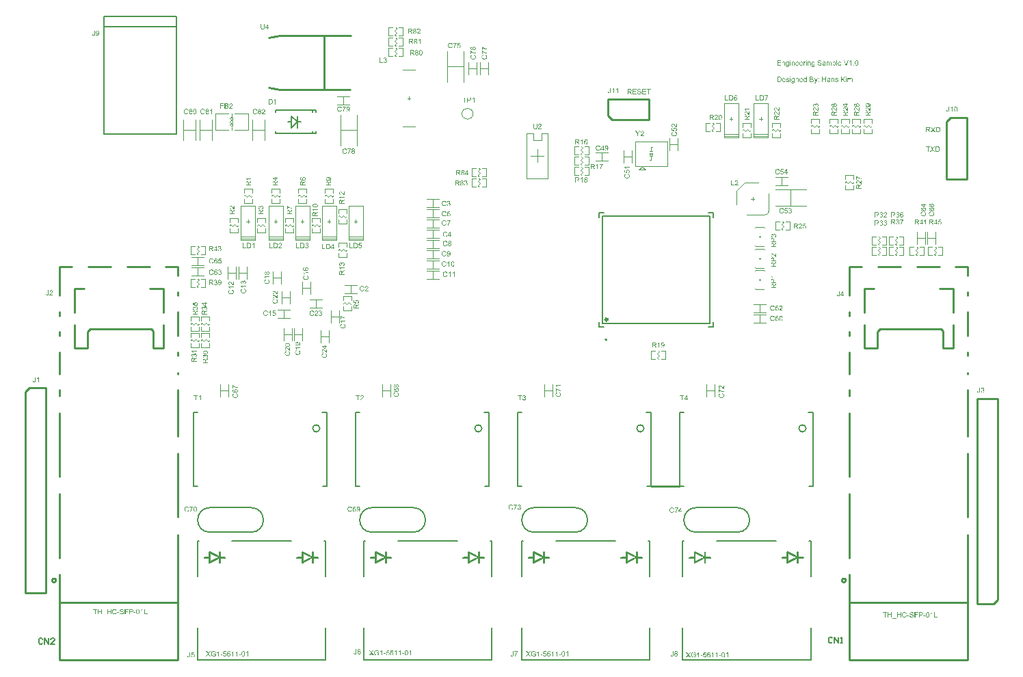
<source format=gto>
G04*
G04 #@! TF.GenerationSoftware,Altium Limited,Altium Designer,20.0.2 (26)*
G04*
G04 Layer_Color=65535*
%FSLAX25Y25*%
%MOIN*%
G70*
G01*
G75*
%ADD10C,0.00492*%
%ADD11C,0.01000*%
%ADD12C,0.00472*%
%ADD13C,0.00787*%
%ADD14C,0.00500*%
%ADD15C,0.00787*%
%ADD16C,0.01181*%
%ADD17C,0.00591*%
%ADD18C,0.00800*%
%ADD19C,0.00600*%
G36*
X442947Y250321D02*
X443890Y249000D01*
X443478D01*
X442841Y249895D01*
X442838Y249899D01*
X442831Y249910D01*
X442823Y249925D01*
X442809Y249943D01*
X442776Y249994D01*
X442740Y250048D01*
X442736Y250045D01*
X442725Y250030D01*
X442710Y250008D01*
X442692Y249979D01*
X442652Y249921D01*
X442634Y249895D01*
X442620Y249874D01*
X441983Y249000D01*
X441582D01*
X442554Y250303D01*
X441695Y251519D01*
X442092D01*
X442550Y250871D01*
Y250867D01*
X442558Y250864D01*
X442565Y250853D01*
X442576Y250838D01*
X442598Y250802D01*
X442630Y250758D01*
X442663Y250707D01*
X442696Y250656D01*
X442725Y250609D01*
X442751Y250565D01*
X442754Y250572D01*
X442765Y250587D01*
X442783Y250616D01*
X442809Y250653D01*
X442838Y250693D01*
X442874Y250744D01*
X442911Y250795D01*
X442954Y250849D01*
X443457Y251519D01*
X443821D01*
X442947Y250321D01*
D02*
G37*
G36*
X445222Y251515D02*
X445295Y251512D01*
X445368Y251504D01*
X445440Y251493D01*
X445502Y251483D01*
X445506D01*
X445513Y251479D01*
X445524D01*
X445539Y251472D01*
X445579Y251461D01*
X445630Y251442D01*
X445688Y251417D01*
X445750Y251384D01*
X445812Y251348D01*
X445870Y251301D01*
X445874Y251297D01*
X445877Y251293D01*
X445888Y251282D01*
X445903Y251271D01*
X445939Y251235D01*
X445983Y251184D01*
X446030Y251122D01*
X446081Y251049D01*
X446128Y250966D01*
X446169Y250871D01*
Y250867D01*
X446172Y250860D01*
X446179Y250846D01*
X446183Y250824D01*
X446194Y250798D01*
X446201Y250769D01*
X446208Y250736D01*
X446219Y250696D01*
X446230Y250656D01*
X446238Y250609D01*
X446256Y250507D01*
X446267Y250394D01*
X446270Y250270D01*
Y250267D01*
Y250259D01*
Y250241D01*
Y250223D01*
X446267Y250198D01*
Y250168D01*
X446263Y250099D01*
X446252Y250019D01*
X446241Y249936D01*
X446223Y249848D01*
X446201Y249761D01*
Y249757D01*
X446198Y249750D01*
X446194Y249739D01*
X446190Y249724D01*
X446176Y249684D01*
X446154Y249633D01*
X446132Y249575D01*
X446103Y249517D01*
X446067Y249455D01*
X446030Y249397D01*
X446027Y249390D01*
X446012Y249371D01*
X445990Y249346D01*
X445961Y249313D01*
X445928Y249277D01*
X445888Y249240D01*
X445848Y249200D01*
X445801Y249167D01*
X445794Y249164D01*
X445779Y249153D01*
X445753Y249138D01*
X445717Y249120D01*
X445673Y249098D01*
X445622Y249080D01*
X445564Y249058D01*
X445499Y249040D01*
X445491D01*
X445480Y249036D01*
X445470Y249033D01*
X445433Y249029D01*
X445382Y249022D01*
X445324Y249015D01*
X445255Y249007D01*
X445178Y249004D01*
X445095Y249000D01*
X444188D01*
Y251519D01*
X445157D01*
X445222Y251515D01*
D02*
G37*
G36*
X441495Y251220D02*
X440665D01*
Y249000D01*
X440330D01*
Y251220D01*
X439500D01*
Y251519D01*
X441495D01*
Y251220D01*
D02*
G37*
G36*
X381360Y293166D02*
X381050D01*
Y293519D01*
X381360D01*
Y293166D01*
D02*
G37*
G36*
X373530D02*
X373221D01*
Y293519D01*
X373530D01*
Y293166D01*
D02*
G37*
G36*
X387708Y293559D02*
X387733D01*
X387803Y293552D01*
X387879Y293541D01*
X387959Y293523D01*
X388047Y293501D01*
X388127Y293472D01*
X388130D01*
X388138Y293468D01*
X388148Y293461D01*
X388163Y293453D01*
X388199Y293435D01*
X388247Y293402D01*
X388301Y293366D01*
X388356Y293319D01*
X388407Y293264D01*
X388454Y293202D01*
Y293199D01*
X388458Y293195D01*
X388465Y293184D01*
X388472Y293173D01*
X388491Y293137D01*
X388512Y293089D01*
X388538Y293031D01*
X388556Y292962D01*
X388574Y292889D01*
X388582Y292809D01*
X388261Y292784D01*
Y292787D01*
Y292794D01*
X388258Y292805D01*
X388254Y292824D01*
X388243Y292864D01*
X388229Y292918D01*
X388207Y292976D01*
X388174Y293035D01*
X388134Y293089D01*
X388083Y293140D01*
X388076Y293144D01*
X388057Y293159D01*
X388021Y293180D01*
X387974Y293202D01*
X387912Y293224D01*
X387839Y293246D01*
X387748Y293260D01*
X387646Y293264D01*
X387595D01*
X387573Y293260D01*
X387544Y293257D01*
X387479Y293250D01*
X387406Y293235D01*
X387333Y293217D01*
X387264Y293188D01*
X387235Y293169D01*
X387206Y293151D01*
X387198Y293148D01*
X387184Y293133D01*
X387162Y293108D01*
X387140Y293078D01*
X387115Y293038D01*
X387093Y292995D01*
X387078Y292944D01*
X387071Y292885D01*
Y292878D01*
Y292864D01*
X387075Y292838D01*
X387082Y292809D01*
X387093Y292773D01*
X387111Y292736D01*
X387133Y292700D01*
X387166Y292664D01*
X387169Y292660D01*
X387187Y292649D01*
X387202Y292638D01*
X387217Y292631D01*
X387238Y292620D01*
X387264Y292605D01*
X387297Y292594D01*
X387333Y292580D01*
X387373Y292565D01*
X387420Y292547D01*
X387471Y292532D01*
X387530Y292514D01*
X387595Y292500D01*
X387668Y292481D01*
X387672D01*
X387686Y292478D01*
X387708Y292474D01*
X387733Y292467D01*
X387766Y292460D01*
X387806Y292449D01*
X387846Y292438D01*
X387890Y292427D01*
X387985Y292401D01*
X388076Y292376D01*
X388119Y292361D01*
X388159Y292347D01*
X388196Y292336D01*
X388225Y292321D01*
X388229D01*
X388236Y292318D01*
X388247Y292310D01*
X388261Y292303D01*
X388301Y292281D01*
X388349Y292252D01*
X388403Y292212D01*
X388458Y292168D01*
X388509Y292118D01*
X388552Y292063D01*
X388556Y292056D01*
X388571Y292037D01*
X388585Y292005D01*
X388607Y291961D01*
X388625Y291910D01*
X388643Y291848D01*
X388654Y291779D01*
X388658Y291706D01*
Y291703D01*
Y291699D01*
Y291688D01*
Y291673D01*
X388651Y291633D01*
X388643Y291582D01*
X388629Y291524D01*
X388611Y291462D01*
X388582Y291397D01*
X388542Y291328D01*
Y291324D01*
X388538Y291320D01*
X388520Y291299D01*
X388494Y291266D01*
X388458Y291229D01*
X388410Y291186D01*
X388352Y291138D01*
X388287Y291095D01*
X388210Y291055D01*
X388207D01*
X388199Y291051D01*
X388188Y291047D01*
X388174Y291040D01*
X388152Y291033D01*
X388127Y291022D01*
X388068Y291007D01*
X387999Y290989D01*
X387915Y290971D01*
X387824Y290960D01*
X387726Y290956D01*
X387668D01*
X387639Y290960D01*
X387606D01*
X387570Y290964D01*
X387526Y290967D01*
X387435Y290982D01*
X387340Y290996D01*
X387246Y291022D01*
X387155Y291055D01*
X387151D01*
X387144Y291058D01*
X387133Y291066D01*
X387118Y291073D01*
X387075Y291095D01*
X387024Y291127D01*
X386965Y291171D01*
X386904Y291222D01*
X386845Y291284D01*
X386791Y291353D01*
Y291357D01*
X386783Y291364D01*
X386780Y291375D01*
X386769Y291389D01*
X386762Y291408D01*
X386751Y291429D01*
X386725Y291484D01*
X386700Y291553D01*
X386678Y291630D01*
X386663Y291717D01*
X386656Y291808D01*
X386969Y291837D01*
Y291834D01*
Y291830D01*
X386973Y291819D01*
Y291804D01*
X386980Y291772D01*
X386991Y291724D01*
X387005Y291677D01*
X387020Y291622D01*
X387046Y291571D01*
X387071Y291524D01*
X387075Y291521D01*
X387086Y291506D01*
X387104Y291480D01*
X387133Y291455D01*
X387169Y291422D01*
X387209Y291389D01*
X387264Y291357D01*
X387322Y291328D01*
X387326D01*
X387329Y291324D01*
X387340Y291320D01*
X387351Y291317D01*
X387388Y291306D01*
X387435Y291291D01*
X387493Y291277D01*
X387559Y291266D01*
X387632Y291258D01*
X387712Y291255D01*
X387744D01*
X387781Y291258D01*
X387824Y291262D01*
X387875Y291269D01*
X387934Y291277D01*
X387992Y291291D01*
X388047Y291309D01*
X388054Y291313D01*
X388072Y291320D01*
X388097Y291335D01*
X388130Y291349D01*
X388163Y291375D01*
X388199Y291400D01*
X388236Y291429D01*
X388265Y291466D01*
X388268Y291470D01*
X388276Y291484D01*
X388287Y291502D01*
X388301Y291531D01*
X388316Y291561D01*
X388327Y291597D01*
X388334Y291637D01*
X388338Y291681D01*
Y291684D01*
Y291703D01*
X388334Y291724D01*
X388330Y291754D01*
X388319Y291783D01*
X388309Y291819D01*
X388290Y291855D01*
X388265Y291888D01*
X388261Y291892D01*
X388250Y291903D01*
X388236Y291917D01*
X388210Y291939D01*
X388181Y291961D01*
X388141Y291986D01*
X388094Y292012D01*
X388039Y292034D01*
X388036Y292037D01*
X388017Y292041D01*
X387988Y292052D01*
X387970Y292056D01*
X387945Y292063D01*
X387919Y292074D01*
X387886Y292081D01*
X387850Y292092D01*
X387806Y292103D01*
X387763Y292114D01*
X387712Y292128D01*
X387653Y292143D01*
X387592Y292158D01*
X387588D01*
X387577Y292161D01*
X387559Y292165D01*
X387537Y292172D01*
X387508Y292179D01*
X387475Y292187D01*
X387402Y292209D01*
X387322Y292234D01*
X387238Y292259D01*
X387166Y292285D01*
X387133Y292300D01*
X387104Y292314D01*
X387100D01*
X387096Y292318D01*
X387075Y292332D01*
X387042Y292350D01*
X387005Y292380D01*
X386962Y292412D01*
X386918Y292452D01*
X386874Y292500D01*
X386838Y292551D01*
X386834Y292558D01*
X386823Y292576D01*
X386809Y292605D01*
X386794Y292642D01*
X386780Y292689D01*
X386765Y292744D01*
X386754Y292802D01*
X386751Y292864D01*
Y292867D01*
Y292871D01*
Y292882D01*
Y292896D01*
X386758Y292933D01*
X386765Y292980D01*
X386776Y293035D01*
X386794Y293097D01*
X386820Y293159D01*
X386856Y293220D01*
Y293224D01*
X386860Y293228D01*
X386878Y293250D01*
X386904Y293279D01*
X386936Y293315D01*
X386980Y293355D01*
X387035Y293399D01*
X387100Y293439D01*
X387173Y293475D01*
X387176D01*
X387184Y293479D01*
X387195Y293482D01*
X387209Y293490D01*
X387228Y293497D01*
X387253Y293504D01*
X387308Y293519D01*
X387377Y293533D01*
X387457Y293548D01*
X387541Y293559D01*
X387635Y293563D01*
X387683D01*
X387708Y293559D01*
D02*
G37*
G36*
X394835Y292864D02*
X394861Y292860D01*
X394915Y292853D01*
X394981Y292838D01*
X395050Y292816D01*
X395119Y292784D01*
X395188Y292744D01*
X395192D01*
X395195Y292736D01*
X395217Y292722D01*
X395250Y292693D01*
X395290Y292656D01*
X395334Y292609D01*
X395377Y292551D01*
X395421Y292481D01*
X395458Y292405D01*
Y292401D01*
X395461Y292394D01*
X395465Y292383D01*
X395472Y292369D01*
X395479Y292347D01*
X395487Y292321D01*
X395505Y292263D01*
X395523Y292190D01*
X395538Y292110D01*
X395549Y292019D01*
X395552Y291925D01*
Y291921D01*
Y291914D01*
Y291899D01*
Y291877D01*
X395549Y291852D01*
Y291823D01*
X395541Y291757D01*
X395527Y291677D01*
X395509Y291593D01*
X395483Y291506D01*
X395450Y291419D01*
Y291415D01*
X395447Y291408D01*
X395439Y291397D01*
X395432Y291382D01*
X395407Y291342D01*
X395374Y291291D01*
X395334Y291237D01*
X395283Y291182D01*
X395225Y291127D01*
X395155Y291076D01*
X395152D01*
X395148Y291073D01*
X395137Y291066D01*
X395123Y291058D01*
X395086Y291040D01*
X395035Y291018D01*
X394973Y290996D01*
X394908Y290978D01*
X394831Y290964D01*
X394755Y290960D01*
X394729D01*
X394700Y290964D01*
X394664Y290967D01*
X394620Y290974D01*
X394573Y290985D01*
X394526Y291000D01*
X394478Y291022D01*
X394475Y291025D01*
X394457Y291033D01*
X394435Y291047D01*
X394406Y291069D01*
X394376Y291091D01*
X394340Y291120D01*
X394307Y291153D01*
X394278Y291189D01*
Y290301D01*
X393969D01*
Y292827D01*
X394249D01*
Y292587D01*
X394253Y292594D01*
X394267Y292609D01*
X394285Y292634D01*
X394315Y292664D01*
X394347Y292700D01*
X394384Y292733D01*
X394427Y292765D01*
X394471Y292794D01*
X394478Y292798D01*
X394493Y292805D01*
X394522Y292816D01*
X394558Y292831D01*
X394602Y292846D01*
X394653Y292856D01*
X394711Y292864D01*
X394777Y292867D01*
X394817D01*
X394835Y292864D01*
D02*
G37*
G36*
X382747D02*
X382787Y292860D01*
X382834Y292853D01*
X382885Y292842D01*
X382940Y292827D01*
X382991Y292805D01*
X382998Y292802D01*
X383012Y292794D01*
X383038Y292784D01*
X383067Y292765D01*
X383103Y292744D01*
X383136Y292714D01*
X383169Y292685D01*
X383198Y292649D01*
X383202Y292645D01*
X383209Y292631D01*
X383220Y292613D01*
X383238Y292587D01*
X383253Y292551D01*
X383267Y292514D01*
X383285Y292471D01*
X383296Y292423D01*
Y292420D01*
X383300Y292405D01*
X383304Y292383D01*
X383307Y292354D01*
Y292310D01*
X383311Y292259D01*
X383314Y292198D01*
Y292121D01*
Y291000D01*
X383005D01*
Y292107D01*
Y292110D01*
Y292114D01*
Y292139D01*
Y292172D01*
X383001Y292212D01*
X382998Y292259D01*
X382991Y292307D01*
X382980Y292350D01*
X382969Y292390D01*
Y292394D01*
X382961Y292405D01*
X382950Y292423D01*
X382940Y292445D01*
X382921Y292467D01*
X382899Y292492D01*
X382870Y292518D01*
X382838Y292540D01*
X382834Y292543D01*
X382823Y292551D01*
X382801Y292558D01*
X382776Y292569D01*
X382747Y292580D01*
X382710Y292591D01*
X382667Y292594D01*
X382623Y292598D01*
X382605D01*
X382590Y292594D01*
X382554Y292591D01*
X382506Y292583D01*
X382455Y292565D01*
X382397Y292543D01*
X382339Y292514D01*
X382284Y292471D01*
X382277Y292463D01*
X382262Y292445D01*
X382252Y292430D01*
X382241Y292412D01*
X382226Y292390D01*
X382215Y292365D01*
X382201Y292336D01*
X382186Y292300D01*
X382175Y292259D01*
X382164Y292216D01*
X382157Y292168D01*
X382150Y292118D01*
X382142Y292056D01*
Y291994D01*
Y291000D01*
X381833D01*
Y292827D01*
X382110D01*
Y292565D01*
X382113Y292569D01*
X382121Y292580D01*
X382132Y292594D01*
X382146Y292613D01*
X382168Y292634D01*
X382193Y292660D01*
X382223Y292689D01*
X382259Y292718D01*
X382295Y292744D01*
X382339Y292773D01*
X382386Y292798D01*
X382437Y292820D01*
X382495Y292838D01*
X382554Y292853D01*
X382619Y292864D01*
X382688Y292867D01*
X382717D01*
X382747Y292864D01*
D02*
G37*
G36*
X374917D02*
X374957Y292860D01*
X375004Y292853D01*
X375055Y292842D01*
X375110Y292827D01*
X375161Y292805D01*
X375168Y292802D01*
X375183Y292794D01*
X375208Y292784D01*
X375237Y292765D01*
X375274Y292744D01*
X375307Y292714D01*
X375339Y292685D01*
X375368Y292649D01*
X375372Y292645D01*
X375379Y292631D01*
X375390Y292613D01*
X375408Y292587D01*
X375423Y292551D01*
X375437Y292514D01*
X375456Y292471D01*
X375467Y292423D01*
Y292420D01*
X375470Y292405D01*
X375474Y292383D01*
X375478Y292354D01*
Y292310D01*
X375481Y292259D01*
X375485Y292198D01*
Y292121D01*
Y291000D01*
X375175D01*
Y292107D01*
Y292110D01*
Y292114D01*
Y292139D01*
Y292172D01*
X375172Y292212D01*
X375168Y292259D01*
X375161Y292307D01*
X375150Y292350D01*
X375139Y292390D01*
Y292394D01*
X375132Y292405D01*
X375121Y292423D01*
X375110Y292445D01*
X375092Y292467D01*
X375070Y292492D01*
X375041Y292518D01*
X375008Y292540D01*
X375004Y292543D01*
X374993Y292551D01*
X374972Y292558D01*
X374946Y292569D01*
X374917Y292580D01*
X374881Y292591D01*
X374837Y292594D01*
X374793Y292598D01*
X374775D01*
X374761Y292594D01*
X374724Y292591D01*
X374677Y292583D01*
X374626Y292565D01*
X374568Y292543D01*
X374509Y292514D01*
X374455Y292471D01*
X374447Y292463D01*
X374433Y292445D01*
X374422Y292430D01*
X374411Y292412D01*
X374396Y292390D01*
X374386Y292365D01*
X374371Y292336D01*
X374356Y292300D01*
X374345Y292259D01*
X374335Y292216D01*
X374327Y292168D01*
X374320Y292118D01*
X374313Y292056D01*
Y291994D01*
Y291000D01*
X374003D01*
Y292827D01*
X374280D01*
Y292565D01*
X374284Y292569D01*
X374291Y292580D01*
X374302Y292594D01*
X374316Y292613D01*
X374338Y292634D01*
X374364Y292660D01*
X374393Y292689D01*
X374429Y292718D01*
X374466Y292744D01*
X374509Y292773D01*
X374557Y292798D01*
X374608Y292820D01*
X374666Y292838D01*
X374724Y292853D01*
X374790Y292864D01*
X374859Y292867D01*
X374888D01*
X374917Y292864D01*
D02*
G37*
G36*
X370218D02*
X370258Y292860D01*
X370305Y292853D01*
X370356Y292842D01*
X370411Y292827D01*
X370462Y292805D01*
X370469Y292802D01*
X370483Y292794D01*
X370509Y292784D01*
X370538Y292765D01*
X370574Y292744D01*
X370607Y292714D01*
X370640Y292685D01*
X370669Y292649D01*
X370673Y292645D01*
X370680Y292631D01*
X370691Y292613D01*
X370709Y292587D01*
X370724Y292551D01*
X370738Y292514D01*
X370757Y292471D01*
X370767Y292423D01*
Y292420D01*
X370771Y292405D01*
X370775Y292383D01*
X370778Y292354D01*
Y292310D01*
X370782Y292259D01*
X370786Y292198D01*
Y292121D01*
Y291000D01*
X370476D01*
Y292107D01*
Y292110D01*
Y292114D01*
Y292139D01*
Y292172D01*
X370473Y292212D01*
X370469Y292259D01*
X370462Y292307D01*
X370451Y292350D01*
X370440Y292390D01*
Y292394D01*
X370432Y292405D01*
X370422Y292423D01*
X370411Y292445D01*
X370392Y292467D01*
X370371Y292492D01*
X370341Y292518D01*
X370309Y292540D01*
X370305Y292543D01*
X370294Y292551D01*
X370272Y292558D01*
X370247Y292569D01*
X370218Y292580D01*
X370181Y292591D01*
X370138Y292594D01*
X370094Y292598D01*
X370076D01*
X370061Y292594D01*
X370025Y292591D01*
X369977Y292583D01*
X369927Y292565D01*
X369868Y292543D01*
X369810Y292514D01*
X369756Y292471D01*
X369748Y292463D01*
X369734Y292445D01*
X369723Y292430D01*
X369712Y292412D01*
X369697Y292390D01*
X369686Y292365D01*
X369672Y292336D01*
X369657Y292300D01*
X369646Y292259D01*
X369635Y292216D01*
X369628Y292168D01*
X369621Y292118D01*
X369614Y292056D01*
Y291994D01*
Y291000D01*
X369304D01*
Y292827D01*
X369581D01*
Y292565D01*
X369584Y292569D01*
X369592Y292580D01*
X369603Y292594D01*
X369617Y292613D01*
X369639Y292634D01*
X369665Y292660D01*
X369694Y292689D01*
X369730Y292718D01*
X369766Y292744D01*
X369810Y292773D01*
X369857Y292798D01*
X369908Y292820D01*
X369967Y292838D01*
X370025Y292853D01*
X370090Y292864D01*
X370160Y292867D01*
X370189D01*
X370218Y292864D01*
D02*
G37*
G36*
X380606D02*
X380646Y292856D01*
X380694Y292842D01*
X380745Y292824D01*
X380803Y292798D01*
X380865Y292765D01*
X380752Y292481D01*
X380748Y292485D01*
X380734Y292492D01*
X380712Y292503D01*
X380683Y292514D01*
X380650Y292525D01*
X380610Y292536D01*
X380570Y292543D01*
X380530Y292547D01*
X380512D01*
X380493Y292543D01*
X380468Y292540D01*
X380443Y292532D01*
X380410Y292522D01*
X380377Y292507D01*
X380348Y292485D01*
X380344Y292481D01*
X380333Y292474D01*
X380322Y292460D01*
X380304Y292441D01*
X380286Y292416D01*
X380268Y292387D01*
X380250Y292354D01*
X380235Y292314D01*
X380231Y292307D01*
X380228Y292285D01*
X380221Y292252D01*
X380210Y292209D01*
X380199Y292154D01*
X380191Y292092D01*
X380188Y292026D01*
X380184Y291954D01*
Y291000D01*
X379875D01*
Y292827D01*
X380155D01*
Y292551D01*
X380159Y292554D01*
X380173Y292580D01*
X380191Y292613D01*
X380221Y292653D01*
X380250Y292693D01*
X380282Y292736D01*
X380315Y292773D01*
X380348Y292802D01*
X380351Y292805D01*
X380362Y292813D01*
X380384Y292824D01*
X380406Y292835D01*
X380435Y292846D01*
X380472Y292856D01*
X380508Y292864D01*
X380548Y292867D01*
X380574D01*
X380606Y292864D01*
D02*
G37*
G36*
X392990D02*
X393015D01*
X393041Y292860D01*
X393102Y292849D01*
X393168Y292831D01*
X393237Y292802D01*
X393306Y292765D01*
X393365Y292714D01*
X393372Y292707D01*
X393386Y292685D01*
X393412Y292653D01*
X393423Y292627D01*
X393437Y292602D01*
X393452Y292569D01*
X393463Y292536D01*
X393477Y292500D01*
X393488Y292456D01*
X393496Y292412D01*
X393503Y292361D01*
X393510Y292310D01*
Y292252D01*
Y291000D01*
X393201D01*
Y292147D01*
Y292150D01*
Y292154D01*
Y292176D01*
Y292209D01*
X393197Y292249D01*
X393193Y292292D01*
X393190Y292336D01*
X393182Y292380D01*
X393172Y292412D01*
Y292416D01*
X393164Y292427D01*
X393157Y292441D01*
X393146Y292460D01*
X393132Y292481D01*
X393113Y292503D01*
X393092Y292525D01*
X393062Y292547D01*
X393059Y292551D01*
X393048Y292554D01*
X393033Y292562D01*
X393008Y292572D01*
X392982Y292583D01*
X392950Y292591D01*
X392917Y292594D01*
X392877Y292598D01*
X392859D01*
X392844Y292594D01*
X392808Y292591D01*
X392764Y292583D01*
X392713Y292565D01*
X392658Y292543D01*
X392604Y292511D01*
X392553Y292467D01*
X392549Y292460D01*
X392535Y292441D01*
X392513Y292412D01*
X392491Y292369D01*
X392465Y292310D01*
X392447Y292241D01*
X392433Y292158D01*
X392425Y292059D01*
Y291000D01*
X392116D01*
Y292183D01*
Y292187D01*
Y292194D01*
Y292201D01*
Y292216D01*
X392112Y292256D01*
X392105Y292300D01*
X392098Y292350D01*
X392083Y292401D01*
X392065Y292449D01*
X392040Y292492D01*
X392036Y292496D01*
X392025Y292511D01*
X392007Y292525D01*
X391981Y292547D01*
X391949Y292565D01*
X391905Y292583D01*
X391854Y292594D01*
X391792Y292598D01*
X391770D01*
X391745Y292594D01*
X391716Y292591D01*
X391679Y292580D01*
X391635Y292569D01*
X391596Y292551D01*
X391552Y292529D01*
X391548Y292525D01*
X391534Y292514D01*
X391515Y292500D01*
X391490Y292478D01*
X391464Y292449D01*
X391439Y292412D01*
X391413Y292372D01*
X391392Y292325D01*
X391388Y292318D01*
X391384Y292300D01*
X391377Y292270D01*
X391366Y292230D01*
X391355Y292176D01*
X391348Y292110D01*
X391344Y292034D01*
X391341Y291946D01*
Y291000D01*
X391031D01*
Y292827D01*
X391308D01*
Y292565D01*
X391312Y292572D01*
X391322Y292587D01*
X391344Y292613D01*
X391370Y292642D01*
X391403Y292678D01*
X391443Y292714D01*
X391486Y292751D01*
X391537Y292784D01*
X391545Y292787D01*
X391563Y292798D01*
X391592Y292809D01*
X391632Y292827D01*
X391679Y292842D01*
X391734Y292853D01*
X391796Y292864D01*
X391861Y292867D01*
X391894D01*
X391934Y292864D01*
X391978Y292856D01*
X392032Y292846D01*
X392087Y292831D01*
X392142Y292809D01*
X392192Y292780D01*
X392200Y292776D01*
X392214Y292765D01*
X392236Y292747D01*
X392265Y292718D01*
X392294Y292685D01*
X392327Y292645D01*
X392356Y292598D01*
X392378Y292543D01*
X392382Y292547D01*
X392389Y292558D01*
X392400Y292572D01*
X392418Y292594D01*
X392440Y292620D01*
X392465Y292645D01*
X392495Y292674D01*
X392531Y292707D01*
X392571Y292736D01*
X392611Y292765D01*
X392658Y292791D01*
X392709Y292816D01*
X392764Y292838D01*
X392822Y292853D01*
X392880Y292864D01*
X392946Y292867D01*
X392971D01*
X392990Y292864D01*
D02*
G37*
G36*
X400750Y291000D02*
X400401D01*
X399425Y293519D01*
X399789D01*
X400444Y291688D01*
Y291684D01*
X400448Y291677D01*
X400452Y291666D01*
X400459Y291652D01*
X400462Y291630D01*
X400470Y291608D01*
X400488Y291553D01*
X400510Y291491D01*
X400532Y291422D01*
X400575Y291277D01*
Y291280D01*
X400579Y291288D01*
X400583Y291299D01*
X400586Y291313D01*
X400597Y291353D01*
X400615Y291408D01*
X400634Y291470D01*
X400655Y291539D01*
X400681Y291612D01*
X400710Y291688D01*
X401394Y293519D01*
X401733D01*
X400750Y291000D01*
D02*
G37*
G36*
X404394D02*
X404041D01*
Y291353D01*
X404394D01*
Y291000D01*
D02*
G37*
G36*
X403072D02*
X402763D01*
Y292969D01*
X402759Y292966D01*
X402741Y292951D01*
X402719Y292929D01*
X402683Y292904D01*
X402643Y292871D01*
X402592Y292835D01*
X402534Y292794D01*
X402468Y292755D01*
X402464D01*
X402461Y292751D01*
X402439Y292736D01*
X402403Y292718D01*
X402359Y292696D01*
X402308Y292671D01*
X402253Y292645D01*
X402199Y292620D01*
X402144Y292598D01*
Y292896D01*
X402148D01*
X402155Y292904D01*
X402170Y292907D01*
X402188Y292918D01*
X402210Y292929D01*
X402235Y292944D01*
X402297Y292980D01*
X402370Y293020D01*
X402443Y293071D01*
X402519Y293129D01*
X402596Y293191D01*
X402599Y293195D01*
X402603Y293199D01*
X402614Y293210D01*
X402628Y293220D01*
X402661Y293257D01*
X402705Y293301D01*
X402748Y293351D01*
X402796Y293410D01*
X402836Y293468D01*
X402872Y293530D01*
X403072D01*
Y291000D01*
D02*
G37*
G36*
X396229D02*
X395920D01*
Y293519D01*
X396229D01*
Y291000D01*
D02*
G37*
G36*
X389928Y292864D02*
X389983Y292860D01*
X390045Y292853D01*
X390107Y292842D01*
X390169Y292827D01*
X390227Y292809D01*
X390234Y292805D01*
X390252Y292798D01*
X390278Y292787D01*
X390311Y292773D01*
X390347Y292751D01*
X390383Y292729D01*
X390416Y292700D01*
X390445Y292671D01*
X390449Y292667D01*
X390456Y292656D01*
X390467Y292638D01*
X390482Y292616D01*
X390500Y292583D01*
X390514Y292551D01*
X390529Y292511D01*
X390540Y292463D01*
Y292460D01*
X390544Y292449D01*
X390547Y292427D01*
X390551Y292398D01*
Y292358D01*
X390554Y292310D01*
X390558Y292249D01*
Y292179D01*
Y291764D01*
Y291761D01*
Y291746D01*
Y291724D01*
Y291695D01*
Y291663D01*
Y291622D01*
X390562Y291535D01*
Y291444D01*
X390565Y291353D01*
X390569Y291313D01*
Y291277D01*
X390573Y291244D01*
X390576Y291218D01*
Y291215D01*
X390580Y291200D01*
X390584Y291178D01*
X390595Y291149D01*
X390602Y291116D01*
X390616Y291080D01*
X390634Y291040D01*
X390653Y291000D01*
X390329D01*
X390325Y291004D01*
X390321Y291018D01*
X390314Y291036D01*
X390303Y291066D01*
X390292Y291098D01*
X390285Y291138D01*
X390278Y291182D01*
X390270Y291229D01*
X390267D01*
X390263Y291222D01*
X390241Y291204D01*
X390209Y291178D01*
X390165Y291146D01*
X390110Y291113D01*
X390056Y291076D01*
X389998Y291044D01*
X389936Y291018D01*
X389928Y291015D01*
X389907Y291011D01*
X389874Y291000D01*
X389834Y290989D01*
X389783Y290978D01*
X389724Y290971D01*
X389659Y290964D01*
X389594Y290960D01*
X389564D01*
X389543Y290964D01*
X389517D01*
X389488Y290967D01*
X389422Y290978D01*
X389350Y290996D01*
X389269Y291022D01*
X389197Y291058D01*
X389131Y291106D01*
X389124Y291113D01*
X389106Y291131D01*
X389080Y291164D01*
X389051Y291208D01*
X389022Y291262D01*
X388997Y291324D01*
X388978Y291400D01*
X388975Y291437D01*
X388971Y291480D01*
Y291488D01*
Y291502D01*
X388975Y291528D01*
X388978Y291561D01*
X388986Y291601D01*
X388997Y291641D01*
X389011Y291684D01*
X389029Y291724D01*
X389033Y291728D01*
X389040Y291743D01*
X389055Y291764D01*
X389073Y291790D01*
X389095Y291819D01*
X389124Y291848D01*
X389153Y291877D01*
X389189Y291903D01*
X389193Y291906D01*
X389208Y291914D01*
X389226Y291928D01*
X389255Y291943D01*
X389288Y291957D01*
X389328Y291975D01*
X389368Y291990D01*
X389415Y292005D01*
X389419D01*
X389433Y292008D01*
X389455Y292016D01*
X389484Y292019D01*
X389521Y292026D01*
X389568Y292034D01*
X389623Y292045D01*
X389688Y292052D01*
X389692D01*
X389706Y292056D01*
X389724D01*
X389750Y292059D01*
X389779Y292063D01*
X389815Y292070D01*
X389856Y292074D01*
X389899Y292081D01*
X389987Y292099D01*
X390081Y292118D01*
X390165Y292139D01*
X390205Y292150D01*
X390241Y292161D01*
Y292165D01*
Y292172D01*
X390245Y292194D01*
Y292219D01*
Y292234D01*
Y292241D01*
Y292245D01*
Y292249D01*
Y292270D01*
X390241Y292307D01*
X390234Y292347D01*
X390223Y292390D01*
X390205Y292434D01*
X390183Y292474D01*
X390154Y292507D01*
X390150Y292511D01*
X390132Y292525D01*
X390103Y292540D01*
X390067Y292562D01*
X390016Y292580D01*
X389957Y292598D01*
X389885Y292609D01*
X389801Y292613D01*
X389765D01*
X389728Y292609D01*
X389677Y292602D01*
X389626Y292594D01*
X389572Y292580D01*
X389521Y292562D01*
X389477Y292536D01*
X389473Y292532D01*
X389459Y292522D01*
X389441Y292503D01*
X389419Y292474D01*
X389397Y292438D01*
X389371Y292390D01*
X389350Y292332D01*
X389328Y292267D01*
X389026Y292307D01*
Y292310D01*
X389029Y292314D01*
Y292325D01*
X389033Y292339D01*
X389044Y292372D01*
X389058Y292420D01*
X389077Y292467D01*
X389098Y292518D01*
X389128Y292569D01*
X389160Y292616D01*
X389164Y292620D01*
X389178Y292634D01*
X389200Y292656D01*
X389229Y292685D01*
X389269Y292714D01*
X389317Y292744D01*
X389371Y292776D01*
X389433Y292802D01*
X389437D01*
X389441Y292805D01*
X389452Y292809D01*
X389466Y292813D01*
X389503Y292824D01*
X389553Y292835D01*
X389612Y292846D01*
X389685Y292856D01*
X389761Y292864D01*
X389848Y292867D01*
X389888D01*
X389928Y292864D01*
D02*
G37*
G36*
X381360Y291000D02*
X381050D01*
Y292827D01*
X381360D01*
Y291000D01*
D02*
G37*
G36*
X373530D02*
X373221D01*
Y292827D01*
X373530D01*
Y291000D01*
D02*
G37*
G36*
X368824Y293220D02*
X367335D01*
Y292452D01*
X368729D01*
Y292154D01*
X367335D01*
Y291299D01*
X368882D01*
Y291000D01*
X367000D01*
Y293519D01*
X368824D01*
Y293220D01*
D02*
G37*
G36*
X397518Y292864D02*
X397547Y292860D01*
X397583Y292853D01*
X397623Y292846D01*
X397671Y292835D01*
X397714Y292824D01*
X397765Y292805D01*
X397813Y292787D01*
X397864Y292762D01*
X397915Y292733D01*
X397966Y292700D01*
X398013Y292660D01*
X398057Y292616D01*
X398060Y292613D01*
X398067Y292605D01*
X398078Y292591D01*
X398093Y292569D01*
X398111Y292543D01*
X398129Y292514D01*
X398151Y292478D01*
X398173Y292434D01*
X398195Y292387D01*
X398217Y292336D01*
X398235Y292278D01*
X398253Y292216D01*
X398268Y292147D01*
X398278Y292074D01*
X398286Y291997D01*
X398289Y291914D01*
Y291910D01*
Y291895D01*
Y291870D01*
X398286Y291834D01*
X396921D01*
Y291830D01*
Y291819D01*
X396924Y291804D01*
Y291783D01*
X396928Y291757D01*
X396935Y291728D01*
X396946Y291663D01*
X396968Y291590D01*
X396997Y291510D01*
X397037Y291437D01*
X397088Y291371D01*
X397092D01*
X397095Y291364D01*
X397117Y291346D01*
X397150Y291320D01*
X397194Y291295D01*
X397252Y291266D01*
X397318Y291240D01*
X397390Y291222D01*
X397430Y291218D01*
X397474Y291215D01*
X397503D01*
X397536Y291218D01*
X397576Y291226D01*
X397620Y291237D01*
X397671Y291251D01*
X397718Y291273D01*
X397765Y291302D01*
X397769Y291306D01*
X397787Y291320D01*
X397809Y291342D01*
X397834Y291371D01*
X397864Y291411D01*
X397896Y291462D01*
X397929Y291521D01*
X397958Y291590D01*
X398278Y291550D01*
Y291546D01*
X398275Y291539D01*
X398271Y291524D01*
X398264Y291502D01*
X398253Y291480D01*
X398242Y291451D01*
X398213Y291389D01*
X398177Y291320D01*
X398126Y291248D01*
X398067Y291178D01*
X397995Y291113D01*
X397991D01*
X397984Y291106D01*
X397973Y291098D01*
X397958Y291087D01*
X397936Y291076D01*
X397915Y291066D01*
X397885Y291051D01*
X397853Y291036D01*
X397816Y291022D01*
X397780Y291007D01*
X397689Y290985D01*
X397587Y290967D01*
X397474Y290960D01*
X397434D01*
X397409Y290964D01*
X397376Y290967D01*
X397336Y290974D01*
X397292Y290982D01*
X397245Y290989D01*
X397143Y291018D01*
X397088Y291040D01*
X397037Y291062D01*
X396983Y291091D01*
X396932Y291124D01*
X396884Y291160D01*
X396837Y291204D01*
X396833Y291208D01*
X396826Y291215D01*
X396815Y291229D01*
X396801Y291251D01*
X396782Y291277D01*
X396764Y291306D01*
X396742Y291342D01*
X396721Y291382D01*
X396699Y291429D01*
X396677Y291480D01*
X396659Y291539D01*
X396640Y291601D01*
X396626Y291666D01*
X396615Y291739D01*
X396608Y291815D01*
X396604Y291895D01*
Y291899D01*
Y291917D01*
Y291939D01*
X396608Y291972D01*
X396611Y292012D01*
X396615Y292056D01*
X396622Y292107D01*
X396633Y292158D01*
X396662Y292274D01*
X396681Y292332D01*
X396702Y292394D01*
X396731Y292452D01*
X396764Y292507D01*
X396801Y292562D01*
X396841Y292613D01*
X396844Y292616D01*
X396852Y292623D01*
X396866Y292634D01*
X396884Y292653D01*
X396906Y292671D01*
X396935Y292693D01*
X396968Y292718D01*
X397008Y292740D01*
X397048Y292765D01*
X397095Y292787D01*
X397147Y292809D01*
X397201Y292827D01*
X397259Y292846D01*
X397321Y292856D01*
X397387Y292864D01*
X397456Y292867D01*
X397492D01*
X397518Y292864D01*
D02*
G37*
G36*
X378728D02*
X378757Y292860D01*
X378794Y292853D01*
X378834Y292846D01*
X378881Y292835D01*
X378925Y292824D01*
X378976Y292805D01*
X379023Y292787D01*
X379074Y292762D01*
X379125Y292733D01*
X379176Y292700D01*
X379223Y292660D01*
X379267Y292616D01*
X379270Y292613D01*
X379278Y292605D01*
X379289Y292591D01*
X379303Y292569D01*
X379321Y292543D01*
X379340Y292514D01*
X379361Y292478D01*
X379383Y292434D01*
X379405Y292387D01*
X379427Y292336D01*
X379445Y292278D01*
X379463Y292216D01*
X379478Y292147D01*
X379489Y292074D01*
X379496Y291997D01*
X379500Y291914D01*
Y291910D01*
Y291895D01*
Y291870D01*
X379496Y291834D01*
X378131D01*
Y291830D01*
Y291819D01*
X378135Y291804D01*
Y291783D01*
X378138Y291757D01*
X378146Y291728D01*
X378157Y291663D01*
X378178Y291590D01*
X378208Y291510D01*
X378248Y291437D01*
X378299Y291371D01*
X378302D01*
X378306Y291364D01*
X378328Y291346D01*
X378360Y291320D01*
X378404Y291295D01*
X378462Y291266D01*
X378528Y291240D01*
X378601Y291222D01*
X378641Y291218D01*
X378684Y291215D01*
X378713D01*
X378746Y291218D01*
X378786Y291226D01*
X378830Y291237D01*
X378881Y291251D01*
X378928Y291273D01*
X378976Y291302D01*
X378979Y291306D01*
X378997Y291320D01*
X379019Y291342D01*
X379045Y291371D01*
X379074Y291411D01*
X379107Y291462D01*
X379139Y291521D01*
X379169Y291590D01*
X379489Y291550D01*
Y291546D01*
X379485Y291539D01*
X379482Y291524D01*
X379474Y291502D01*
X379463Y291480D01*
X379452Y291451D01*
X379423Y291389D01*
X379387Y291320D01*
X379336Y291248D01*
X379278Y291178D01*
X379205Y291113D01*
X379201D01*
X379194Y291106D01*
X379183Y291098D01*
X379169Y291087D01*
X379147Y291076D01*
X379125Y291066D01*
X379096Y291051D01*
X379063Y291036D01*
X379027Y291022D01*
X378990Y291007D01*
X378899Y290985D01*
X378797Y290967D01*
X378684Y290960D01*
X378644D01*
X378619Y290964D01*
X378586Y290967D01*
X378546Y290974D01*
X378502Y290982D01*
X378455Y290989D01*
X378353Y291018D01*
X378299Y291040D01*
X378248Y291062D01*
X378193Y291091D01*
X378142Y291124D01*
X378095Y291160D01*
X378047Y291204D01*
X378044Y291208D01*
X378036Y291215D01*
X378026Y291229D01*
X378011Y291251D01*
X377993Y291277D01*
X377975Y291306D01*
X377953Y291342D01*
X377931Y291382D01*
X377909Y291429D01*
X377887Y291480D01*
X377869Y291539D01*
X377851Y291601D01*
X377836Y291666D01*
X377825Y291739D01*
X377818Y291815D01*
X377814Y291895D01*
Y291899D01*
Y291917D01*
Y291939D01*
X377818Y291972D01*
X377822Y292012D01*
X377825Y292056D01*
X377833Y292107D01*
X377844Y292158D01*
X377873Y292274D01*
X377891Y292332D01*
X377913Y292394D01*
X377942Y292452D01*
X377975Y292507D01*
X378011Y292562D01*
X378051Y292613D01*
X378055Y292616D01*
X378062Y292623D01*
X378077Y292634D01*
X378095Y292653D01*
X378117Y292671D01*
X378146Y292693D01*
X378178Y292718D01*
X378219Y292740D01*
X378258Y292765D01*
X378306Y292787D01*
X378357Y292809D01*
X378411Y292827D01*
X378470Y292846D01*
X378532Y292856D01*
X378597Y292864D01*
X378666Y292867D01*
X378703D01*
X378728Y292864D01*
D02*
G37*
G36*
X376770D02*
X376799Y292860D01*
X376835Y292853D01*
X376875Y292846D01*
X376923Y292835D01*
X376966Y292824D01*
X377017Y292805D01*
X377065Y292787D01*
X377116Y292762D01*
X377167Y292733D01*
X377218Y292700D01*
X377265Y292660D01*
X377309Y292616D01*
X377312Y292613D01*
X377319Y292605D01*
X377330Y292591D01*
X377345Y292569D01*
X377363Y292543D01*
X377381Y292514D01*
X377403Y292478D01*
X377425Y292434D01*
X377447Y292387D01*
X377469Y292336D01*
X377487Y292278D01*
X377505Y292216D01*
X377520Y292147D01*
X377531Y292074D01*
X377538Y291997D01*
X377541Y291914D01*
Y291910D01*
Y291895D01*
Y291870D01*
X377538Y291834D01*
X376173D01*
Y291830D01*
Y291819D01*
X376176Y291804D01*
Y291783D01*
X376180Y291757D01*
X376187Y291728D01*
X376198Y291663D01*
X376220Y291590D01*
X376249Y291510D01*
X376289Y291437D01*
X376340Y291371D01*
X376344D01*
X376347Y291364D01*
X376369Y291346D01*
X376402Y291320D01*
X376446Y291295D01*
X376504Y291266D01*
X376570Y291240D01*
X376642Y291222D01*
X376682Y291218D01*
X376726Y291215D01*
X376755D01*
X376788Y291218D01*
X376828Y291226D01*
X376872Y291237D01*
X376923Y291251D01*
X376970Y291273D01*
X377017Y291302D01*
X377021Y291306D01*
X377039Y291320D01*
X377061Y291342D01*
X377086Y291371D01*
X377116Y291411D01*
X377148Y291462D01*
X377181Y291521D01*
X377210Y291590D01*
X377531Y291550D01*
Y291546D01*
X377527Y291539D01*
X377523Y291524D01*
X377516Y291502D01*
X377505Y291480D01*
X377494Y291451D01*
X377465Y291389D01*
X377429Y291320D01*
X377378Y291248D01*
X377319Y291178D01*
X377247Y291113D01*
X377243D01*
X377236Y291106D01*
X377225Y291098D01*
X377210Y291087D01*
X377188Y291076D01*
X377167Y291066D01*
X377137Y291051D01*
X377105Y291036D01*
X377068Y291022D01*
X377032Y291007D01*
X376941Y290985D01*
X376839Y290967D01*
X376726Y290960D01*
X376686D01*
X376661Y290964D01*
X376628Y290967D01*
X376588Y290974D01*
X376544Y290982D01*
X376497Y290989D01*
X376395Y291018D01*
X376340Y291040D01*
X376289Y291062D01*
X376235Y291091D01*
X376184Y291124D01*
X376136Y291160D01*
X376089Y291204D01*
X376085Y291208D01*
X376078Y291215D01*
X376067Y291229D01*
X376053Y291251D01*
X376034Y291277D01*
X376016Y291306D01*
X375994Y291342D01*
X375973Y291382D01*
X375951Y291429D01*
X375929Y291480D01*
X375911Y291539D01*
X375892Y291601D01*
X375878Y291666D01*
X375867Y291739D01*
X375860Y291815D01*
X375856Y291895D01*
Y291899D01*
Y291917D01*
Y291939D01*
X375860Y291972D01*
X375863Y292012D01*
X375867Y292056D01*
X375874Y292107D01*
X375885Y292158D01*
X375914Y292274D01*
X375933Y292332D01*
X375954Y292394D01*
X375984Y292452D01*
X376016Y292507D01*
X376053Y292562D01*
X376093Y292613D01*
X376096Y292616D01*
X376104Y292623D01*
X376118Y292634D01*
X376136Y292653D01*
X376158Y292671D01*
X376187Y292693D01*
X376220Y292718D01*
X376260Y292740D01*
X376300Y292765D01*
X376347Y292787D01*
X376398Y292809D01*
X376453Y292827D01*
X376511Y292846D01*
X376573Y292856D01*
X376639Y292864D01*
X376708Y292867D01*
X376744D01*
X376770Y292864D01*
D02*
G37*
G36*
X405740Y293526D02*
X405788Y293519D01*
X405842Y293508D01*
X405901Y293493D01*
X405963Y293475D01*
X406021Y293446D01*
X406024D01*
X406028Y293442D01*
X406046Y293431D01*
X406075Y293413D01*
X406112Y293388D01*
X406152Y293351D01*
X406195Y293311D01*
X406236Y293264D01*
X406276Y293210D01*
X406279Y293202D01*
X406294Y293184D01*
X406308Y293151D01*
X406334Y293104D01*
X406356Y293049D01*
X406385Y292987D01*
X406410Y292915D01*
X406432Y292835D01*
Y292831D01*
X406436Y292824D01*
X406439Y292813D01*
X406443Y292794D01*
X406447Y292773D01*
X406450Y292747D01*
X406458Y292714D01*
X406461Y292678D01*
X406468Y292638D01*
X406472Y292594D01*
X406476Y292543D01*
X406483Y292492D01*
X406487Y292434D01*
Y292376D01*
X406490Y292310D01*
Y292241D01*
Y292238D01*
Y292223D01*
Y292198D01*
Y292168D01*
X406487Y292128D01*
Y292085D01*
X406483Y292037D01*
X406479Y291986D01*
X406468Y291870D01*
X406450Y291750D01*
X406428Y291633D01*
X406414Y291579D01*
X406396Y291524D01*
Y291521D01*
X406392Y291513D01*
X406385Y291499D01*
X406378Y291480D01*
X406370Y291455D01*
X406356Y291429D01*
X406327Y291368D01*
X406290Y291302D01*
X406243Y291229D01*
X406188Y291164D01*
X406123Y291102D01*
X406119D01*
X406115Y291095D01*
X406105Y291087D01*
X406090Y291080D01*
X406072Y291069D01*
X406054Y291055D01*
X405999Y291029D01*
X405933Y291004D01*
X405857Y290978D01*
X405766Y290964D01*
X405668Y290956D01*
X405631D01*
X405606Y290960D01*
X405577Y290964D01*
X405540Y290971D01*
X405500Y290978D01*
X405457Y290989D01*
X405413Y291004D01*
X405366Y291018D01*
X405318Y291040D01*
X405271Y291066D01*
X405224Y291095D01*
X405176Y291131D01*
X405133Y291171D01*
X405093Y291215D01*
X405089Y291218D01*
X405082Y291229D01*
X405071Y291248D01*
X405053Y291277D01*
X405034Y291309D01*
X405016Y291353D01*
X404991Y291404D01*
X404969Y291462D01*
X404947Y291528D01*
X404925Y291604D01*
X404903Y291688D01*
X404885Y291783D01*
X404867Y291884D01*
X404856Y291994D01*
X404849Y292114D01*
X404845Y292241D01*
Y292245D01*
Y292259D01*
Y292285D01*
Y292314D01*
X404849Y292354D01*
Y292398D01*
X404852Y292445D01*
X404856Y292500D01*
X404867Y292613D01*
X404885Y292733D01*
X404907Y292853D01*
X404921Y292907D01*
X404936Y292962D01*
Y292966D01*
X404940Y292973D01*
X404947Y292987D01*
X404954Y293006D01*
X404962Y293031D01*
X404976Y293057D01*
X405005Y293119D01*
X405042Y293184D01*
X405089Y293253D01*
X405144Y293322D01*
X405209Y293381D01*
X405213D01*
X405216Y293388D01*
X405227Y293395D01*
X405242Y293402D01*
X405260Y293417D01*
X405282Y293428D01*
X405337Y293457D01*
X405402Y293482D01*
X405478Y293508D01*
X405569Y293523D01*
X405668Y293530D01*
X405700D01*
X405740Y293526D01*
D02*
G37*
G36*
X384516Y292864D02*
X384541Y292860D01*
X384574Y292853D01*
X384610Y292846D01*
X384650Y292835D01*
X384690Y292820D01*
X384734Y292802D01*
X384778Y292780D01*
X384825Y292755D01*
X384869Y292725D01*
X384912Y292689D01*
X384956Y292649D01*
X384996Y292602D01*
Y292827D01*
X385280D01*
Y291248D01*
Y291244D01*
Y291229D01*
Y291208D01*
Y291178D01*
X385276Y291146D01*
Y291106D01*
X385273Y291062D01*
X385269Y291015D01*
X385258Y290916D01*
X385244Y290814D01*
X385233Y290767D01*
X385222Y290723D01*
X385207Y290683D01*
X385193Y290647D01*
Y290643D01*
X385189Y290640D01*
X385174Y290618D01*
X385156Y290585D01*
X385127Y290545D01*
X385087Y290501D01*
X385040Y290454D01*
X384982Y290407D01*
X384916Y290367D01*
X384912D01*
X384909Y290363D01*
X384898Y290356D01*
X384883Y290352D01*
X384865Y290341D01*
X384843Y290334D01*
X384789Y290316D01*
X384723Y290294D01*
X384643Y290279D01*
X384552Y290265D01*
X384454Y290261D01*
X384421D01*
X384399Y290265D01*
X384370D01*
X384341Y290268D01*
X384305Y290272D01*
X384264Y290279D01*
X384181Y290298D01*
X384093Y290323D01*
X384006Y290359D01*
X383926Y290410D01*
X383922Y290414D01*
X383919Y290418D01*
X383893Y290439D01*
X383864Y290472D01*
X383828Y290519D01*
X383791Y290581D01*
X383759Y290658D01*
X383748Y290702D01*
X383740Y290749D01*
X383733Y290796D01*
Y290851D01*
X384035Y290811D01*
Y290803D01*
X384039Y290789D01*
X384046Y290763D01*
X384053Y290731D01*
X384068Y290698D01*
X384086Y290665D01*
X384108Y290632D01*
X384137Y290607D01*
X384144Y290603D01*
X384159Y290592D01*
X384184Y290578D01*
X384221Y290563D01*
X384264Y290545D01*
X384319Y290530D01*
X384385Y290519D01*
X384454Y290516D01*
X384490D01*
X384527Y290519D01*
X384578Y290527D01*
X384629Y290538D01*
X384683Y290552D01*
X384738Y290574D01*
X384785Y290603D01*
X384789Y290607D01*
X384803Y290618D01*
X384825Y290640D01*
X384851Y290665D01*
X384876Y290702D01*
X384901Y290742D01*
X384927Y290789D01*
X384945Y290844D01*
Y290847D01*
X384949Y290862D01*
X384952Y290891D01*
X384956Y290927D01*
X384960Y290953D01*
Y290982D01*
X384963Y291015D01*
Y291051D01*
Y291091D01*
X384967Y291138D01*
Y291186D01*
Y291240D01*
X384963Y291237D01*
X384956Y291229D01*
X384945Y291218D01*
X384931Y291204D01*
X384912Y291186D01*
X384887Y291164D01*
X384858Y291142D01*
X384829Y291120D01*
X384752Y291076D01*
X384669Y291036D01*
X384621Y291022D01*
X384570Y291011D01*
X384516Y291004D01*
X384461Y291000D01*
X384443D01*
X384425Y291004D01*
X384399D01*
X384366Y291007D01*
X384330Y291015D01*
X384290Y291022D01*
X384246Y291033D01*
X384199Y291047D01*
X384152Y291066D01*
X384104Y291087D01*
X384053Y291113D01*
X384006Y291146D01*
X383959Y291182D01*
X383915Y291222D01*
X383875Y291269D01*
X383871Y291273D01*
X383868Y291280D01*
X383857Y291299D01*
X383842Y291317D01*
X383828Y291346D01*
X383809Y291375D01*
X383791Y291411D01*
X383773Y291455D01*
X383755Y291499D01*
X383737Y291550D01*
X383718Y291601D01*
X383704Y291659D01*
X383679Y291783D01*
X383675Y291852D01*
X383671Y291921D01*
Y291925D01*
Y291932D01*
Y291946D01*
Y291965D01*
X383675Y291990D01*
Y292016D01*
X383682Y292081D01*
X383693Y292154D01*
X383711Y292234D01*
X383733Y292318D01*
X383766Y292401D01*
Y292405D01*
X383769Y292412D01*
X383777Y292423D01*
X383784Y292438D01*
X383806Y292478D01*
X383835Y292529D01*
X383875Y292583D01*
X383922Y292638D01*
X383977Y292696D01*
X384039Y292744D01*
X384043D01*
X384046Y292747D01*
X384057Y292755D01*
X384072Y292762D01*
X384108Y292784D01*
X384159Y292805D01*
X384221Y292827D01*
X384294Y292849D01*
X384374Y292864D01*
X384461Y292867D01*
X384494D01*
X384516Y292864D01*
D02*
G37*
G36*
X371987D02*
X372012Y292860D01*
X372045Y292853D01*
X372081Y292846D01*
X372122Y292835D01*
X372162Y292820D01*
X372205Y292802D01*
X372249Y292780D01*
X372296Y292755D01*
X372340Y292725D01*
X372384Y292689D01*
X372427Y292649D01*
X372467Y292602D01*
Y292827D01*
X372751D01*
Y291248D01*
Y291244D01*
Y291229D01*
Y291208D01*
Y291178D01*
X372748Y291146D01*
Y291106D01*
X372744Y291062D01*
X372740Y291015D01*
X372729Y290916D01*
X372715Y290814D01*
X372704Y290767D01*
X372693Y290723D01*
X372678Y290683D01*
X372664Y290647D01*
Y290643D01*
X372660Y290640D01*
X372646Y290618D01*
X372627Y290585D01*
X372598Y290545D01*
X372558Y290501D01*
X372511Y290454D01*
X372453Y290407D01*
X372387Y290367D01*
X372384D01*
X372380Y290363D01*
X372369Y290356D01*
X372354Y290352D01*
X372336Y290341D01*
X372314Y290334D01*
X372260Y290316D01*
X372194Y290294D01*
X372114Y290279D01*
X372023Y290265D01*
X371925Y290261D01*
X371892D01*
X371870Y290265D01*
X371841D01*
X371812Y290268D01*
X371776Y290272D01*
X371736Y290279D01*
X371652Y290298D01*
X371565Y290323D01*
X371477Y290359D01*
X371397Y290410D01*
X371393Y290414D01*
X371390Y290418D01*
X371364Y290439D01*
X371335Y290472D01*
X371299Y290519D01*
X371262Y290581D01*
X371230Y290658D01*
X371219Y290702D01*
X371212Y290749D01*
X371204Y290796D01*
Y290851D01*
X371506Y290811D01*
Y290803D01*
X371510Y290789D01*
X371517Y290763D01*
X371525Y290731D01*
X371539Y290698D01*
X371557Y290665D01*
X371579Y290632D01*
X371608Y290607D01*
X371616Y290603D01*
X371630Y290592D01*
X371656Y290578D01*
X371692Y290563D01*
X371736Y290545D01*
X371790Y290530D01*
X371856Y290519D01*
X371925Y290516D01*
X371961D01*
X371998Y290519D01*
X372049Y290527D01*
X372100Y290538D01*
X372154Y290552D01*
X372209Y290574D01*
X372256Y290603D01*
X372260Y290607D01*
X372274Y290618D01*
X372296Y290640D01*
X372322Y290665D01*
X372347Y290702D01*
X372373Y290742D01*
X372398Y290789D01*
X372416Y290844D01*
Y290847D01*
X372420Y290862D01*
X372424Y290891D01*
X372427Y290927D01*
X372431Y290953D01*
Y290982D01*
X372434Y291015D01*
Y291051D01*
Y291091D01*
X372438Y291138D01*
Y291186D01*
Y291240D01*
X372434Y291237D01*
X372427Y291229D01*
X372416Y291218D01*
X372402Y291204D01*
X372384Y291186D01*
X372358Y291164D01*
X372329Y291142D01*
X372300Y291120D01*
X372223Y291076D01*
X372140Y291036D01*
X372092Y291022D01*
X372041Y291011D01*
X371987Y291004D01*
X371932Y291000D01*
X371914D01*
X371896Y291004D01*
X371870D01*
X371838Y291007D01*
X371801Y291015D01*
X371761Y291022D01*
X371717Y291033D01*
X371670Y291047D01*
X371623Y291066D01*
X371575Y291087D01*
X371525Y291113D01*
X371477Y291146D01*
X371430Y291182D01*
X371386Y291222D01*
X371346Y291269D01*
X371342Y291273D01*
X371339Y291280D01*
X371328Y291299D01*
X371313Y291317D01*
X371299Y291346D01*
X371281Y291375D01*
X371262Y291411D01*
X371244Y291455D01*
X371226Y291499D01*
X371208Y291550D01*
X371190Y291601D01*
X371175Y291659D01*
X371150Y291783D01*
X371146Y291852D01*
X371142Y291921D01*
Y291925D01*
Y291932D01*
Y291946D01*
Y291965D01*
X371146Y291990D01*
Y292016D01*
X371153Y292081D01*
X371164Y292154D01*
X371182Y292234D01*
X371204Y292318D01*
X371237Y292401D01*
Y292405D01*
X371241Y292412D01*
X371248Y292423D01*
X371255Y292438D01*
X371277Y292478D01*
X371306Y292529D01*
X371346Y292583D01*
X371393Y292638D01*
X371448Y292696D01*
X371510Y292744D01*
X371514D01*
X371517Y292747D01*
X371528Y292755D01*
X371543Y292762D01*
X371579Y292784D01*
X371630Y292805D01*
X371692Y292827D01*
X371765Y292849D01*
X371845Y292864D01*
X371932Y292867D01*
X371965D01*
X371987Y292864D01*
D02*
G37*
G36*
X400739Y285166D02*
X400430D01*
Y285519D01*
X400739D01*
Y285166D01*
D02*
G37*
G36*
X373530D02*
X373221D01*
Y285519D01*
X373530D01*
Y285166D01*
D02*
G37*
G36*
X381345Y283000D02*
X381058D01*
Y283229D01*
X381054Y283226D01*
X381050Y283218D01*
X381040Y283204D01*
X381025Y283186D01*
X381007Y283167D01*
X380985Y283146D01*
X380959Y283120D01*
X380927Y283095D01*
X380894Y283069D01*
X380857Y283044D01*
X380814Y283022D01*
X380767Y283004D01*
X380719Y282985D01*
X380665Y282971D01*
X380606Y282964D01*
X380544Y282960D01*
X380523D01*
X380508Y282964D01*
X380464Y282967D01*
X380413Y282975D01*
X380351Y282989D01*
X380282Y283011D01*
X380213Y283040D01*
X380144Y283080D01*
X380140D01*
X380137Y283087D01*
X380115Y283102D01*
X380082Y283131D01*
X380042Y283167D01*
X379995Y283215D01*
X379947Y283273D01*
X379900Y283338D01*
X379860Y283415D01*
Y283419D01*
X379856Y283426D01*
X379853Y283437D01*
X379846Y283451D01*
X379838Y283473D01*
X379827Y283499D01*
X379820Y283524D01*
X379813Y283557D01*
X379795Y283630D01*
X379776Y283713D01*
X379766Y283808D01*
X379762Y283910D01*
Y283914D01*
Y283921D01*
Y283935D01*
Y283957D01*
X379766Y283979D01*
Y284008D01*
X379773Y284074D01*
X379784Y284150D01*
X379802Y284234D01*
X379824Y284321D01*
X379853Y284405D01*
Y284409D01*
X379856Y284416D01*
X379864Y284427D01*
X379871Y284441D01*
X379893Y284482D01*
X379922Y284532D01*
X379958Y284587D01*
X380006Y284642D01*
X380060Y284700D01*
X380126Y284747D01*
X380130D01*
X380133Y284751D01*
X380144Y284758D01*
X380159Y284765D01*
X380195Y284784D01*
X380246Y284809D01*
X380304Y284831D01*
X380373Y284849D01*
X380450Y284864D01*
X380530Y284867D01*
X380559D01*
X380588Y284864D01*
X380628Y284860D01*
X380676Y284849D01*
X380726Y284838D01*
X380777Y284820D01*
X380825Y284794D01*
X380832Y284791D01*
X380847Y284784D01*
X380868Y284765D01*
X380897Y284747D01*
X380934Y284722D01*
X380967Y284689D01*
X381003Y284656D01*
X381036Y284616D01*
Y285519D01*
X381345D01*
Y283000D01*
D02*
G37*
G36*
X394296Y284864D02*
X394336Y284860D01*
X394384Y284853D01*
X394435Y284842D01*
X394489Y284827D01*
X394540Y284805D01*
X394548Y284802D01*
X394562Y284794D01*
X394588Y284784D01*
X394617Y284765D01*
X394653Y284744D01*
X394686Y284714D01*
X394719Y284685D01*
X394748Y284649D01*
X394751Y284645D01*
X394759Y284631D01*
X394770Y284612D01*
X394788Y284587D01*
X394802Y284551D01*
X394817Y284514D01*
X394835Y284471D01*
X394846Y284423D01*
Y284420D01*
X394850Y284405D01*
X394853Y284383D01*
X394857Y284354D01*
Y284310D01*
X394861Y284259D01*
X394864Y284198D01*
Y284121D01*
Y283000D01*
X394555D01*
Y284107D01*
Y284110D01*
Y284114D01*
Y284139D01*
Y284172D01*
X394551Y284212D01*
X394548Y284259D01*
X394540Y284307D01*
X394529Y284350D01*
X394518Y284390D01*
Y284394D01*
X394511Y284405D01*
X394500Y284423D01*
X394489Y284445D01*
X394471Y284467D01*
X394449Y284492D01*
X394420Y284518D01*
X394387Y284540D01*
X394384Y284543D01*
X394373Y284551D01*
X394351Y284558D01*
X394325Y284569D01*
X394296Y284580D01*
X394260Y284591D01*
X394216Y284594D01*
X394173Y284598D01*
X394154D01*
X394140Y284594D01*
X394103Y284591D01*
X394056Y284583D01*
X394005Y284565D01*
X393947Y284543D01*
X393889Y284514D01*
X393834Y284471D01*
X393827Y284463D01*
X393812Y284445D01*
X393801Y284431D01*
X393790Y284412D01*
X393776Y284390D01*
X393765Y284365D01*
X393750Y284336D01*
X393736Y284299D01*
X393725Y284259D01*
X393714Y284216D01*
X393707Y284168D01*
X393699Y284118D01*
X393692Y284056D01*
Y283994D01*
Y283000D01*
X393383D01*
Y284827D01*
X393659D01*
Y284565D01*
X393663Y284569D01*
X393670Y284580D01*
X393681Y284594D01*
X393696Y284612D01*
X393718Y284634D01*
X393743Y284660D01*
X393772Y284689D01*
X393809Y284718D01*
X393845Y284744D01*
X393889Y284773D01*
X393936Y284798D01*
X393987Y284820D01*
X394045Y284838D01*
X394103Y284853D01*
X394169Y284864D01*
X394238Y284867D01*
X394267D01*
X394296Y284864D01*
D02*
G37*
G36*
X376875D02*
X376915Y284860D01*
X376963Y284853D01*
X377014Y284842D01*
X377068Y284827D01*
X377119Y284805D01*
X377127Y284802D01*
X377141Y284794D01*
X377167Y284784D01*
X377196Y284765D01*
X377232Y284744D01*
X377265Y284714D01*
X377298Y284685D01*
X377327Y284649D01*
X377330Y284645D01*
X377338Y284631D01*
X377348Y284612D01*
X377367Y284587D01*
X377381Y284551D01*
X377396Y284514D01*
X377414Y284471D01*
X377425Y284423D01*
Y284420D01*
X377429Y284405D01*
X377432Y284383D01*
X377436Y284354D01*
Y284310D01*
X377439Y284259D01*
X377443Y284198D01*
Y284121D01*
Y283000D01*
X377134D01*
Y284107D01*
Y284110D01*
Y284114D01*
Y284139D01*
Y284172D01*
X377130Y284212D01*
X377127Y284259D01*
X377119Y284307D01*
X377108Y284350D01*
X377097Y284390D01*
Y284394D01*
X377090Y284405D01*
X377079Y284423D01*
X377068Y284445D01*
X377050Y284467D01*
X377028Y284492D01*
X376999Y284518D01*
X376966Y284540D01*
X376963Y284543D01*
X376952Y284551D01*
X376930Y284558D01*
X376904Y284569D01*
X376875Y284580D01*
X376839Y284591D01*
X376795Y284594D01*
X376752Y284598D01*
X376733D01*
X376719Y284594D01*
X376682Y284591D01*
X376635Y284583D01*
X376584Y284565D01*
X376526Y284543D01*
X376468Y284514D01*
X376413Y284471D01*
X376406Y284463D01*
X376391Y284445D01*
X376380Y284431D01*
X376369Y284412D01*
X376355Y284390D01*
X376344Y284365D01*
X376329Y284336D01*
X376315Y284299D01*
X376304Y284259D01*
X376293Y284216D01*
X376286Y284168D01*
X376278Y284118D01*
X376271Y284056D01*
Y283994D01*
Y283000D01*
X375962D01*
Y284827D01*
X376238D01*
Y284565D01*
X376242Y284569D01*
X376249Y284580D01*
X376260Y284594D01*
X376275Y284612D01*
X376297Y284634D01*
X376322Y284660D01*
X376351Y284689D01*
X376388Y284718D01*
X376424Y284744D01*
X376468Y284773D01*
X376515Y284798D01*
X376566Y284820D01*
X376624Y284838D01*
X376682Y284853D01*
X376748Y284864D01*
X376817Y284867D01*
X376846D01*
X376875Y284864D01*
D02*
G37*
G36*
X403167D02*
X403193D01*
X403218Y284860D01*
X403280Y284849D01*
X403345Y284831D01*
X403415Y284802D01*
X403484Y284765D01*
X403542Y284714D01*
X403549Y284707D01*
X403564Y284685D01*
X403589Y284653D01*
X403600Y284627D01*
X403615Y284602D01*
X403629Y284569D01*
X403640Y284536D01*
X403655Y284500D01*
X403666Y284456D01*
X403673Y284412D01*
X403680Y284361D01*
X403688Y284310D01*
Y284252D01*
Y283000D01*
X403378D01*
Y284147D01*
Y284150D01*
Y284154D01*
Y284176D01*
Y284208D01*
X403374Y284248D01*
X403371Y284292D01*
X403367Y284336D01*
X403360Y284380D01*
X403349Y284412D01*
Y284416D01*
X403342Y284427D01*
X403335Y284441D01*
X403324Y284460D01*
X403309Y284482D01*
X403291Y284503D01*
X403269Y284525D01*
X403240Y284547D01*
X403236Y284551D01*
X403225Y284554D01*
X403211Y284562D01*
X403185Y284573D01*
X403160Y284583D01*
X403127Y284591D01*
X403094Y284594D01*
X403054Y284598D01*
X403036D01*
X403021Y284594D01*
X402985Y284591D01*
X402941Y284583D01*
X402890Y284565D01*
X402836Y284543D01*
X402781Y284511D01*
X402730Y284467D01*
X402727Y284460D01*
X402712Y284441D01*
X402690Y284412D01*
X402668Y284369D01*
X402643Y284310D01*
X402625Y284241D01*
X402610Y284157D01*
X402603Y284059D01*
Y283000D01*
X402293D01*
Y284183D01*
Y284187D01*
Y284194D01*
Y284201D01*
Y284216D01*
X402290Y284256D01*
X402282Y284299D01*
X402275Y284350D01*
X402261Y284401D01*
X402243Y284449D01*
X402217Y284492D01*
X402213Y284496D01*
X402202Y284511D01*
X402184Y284525D01*
X402159Y284547D01*
X402126Y284565D01*
X402082Y284583D01*
X402031Y284594D01*
X401969Y284598D01*
X401948D01*
X401922Y284594D01*
X401893Y284591D01*
X401857Y284580D01*
X401813Y284569D01*
X401773Y284551D01*
X401729Y284529D01*
X401726Y284525D01*
X401711Y284514D01*
X401693Y284500D01*
X401667Y284478D01*
X401642Y284449D01*
X401616Y284412D01*
X401591Y284372D01*
X401569Y284325D01*
X401565Y284318D01*
X401562Y284299D01*
X401554Y284270D01*
X401544Y284230D01*
X401533Y284176D01*
X401525Y284110D01*
X401522Y284034D01*
X401518Y283946D01*
Y283000D01*
X401209D01*
Y284827D01*
X401485D01*
Y284565D01*
X401489Y284573D01*
X401500Y284587D01*
X401522Y284612D01*
X401547Y284642D01*
X401580Y284678D01*
X401620Y284714D01*
X401664Y284751D01*
X401715Y284784D01*
X401722Y284787D01*
X401740Y284798D01*
X401769Y284809D01*
X401809Y284827D01*
X401857Y284842D01*
X401911Y284853D01*
X401973Y284864D01*
X402039Y284867D01*
X402071D01*
X402111Y284864D01*
X402155Y284856D01*
X402210Y284845D01*
X402264Y284831D01*
X402319Y284809D01*
X402370Y284780D01*
X402377Y284776D01*
X402392Y284765D01*
X402414Y284747D01*
X402443Y284718D01*
X402472Y284685D01*
X402505Y284645D01*
X402534Y284598D01*
X402556Y284543D01*
X402559Y284547D01*
X402566Y284558D01*
X402577Y284573D01*
X402596Y284594D01*
X402617Y284620D01*
X402643Y284645D01*
X402672Y284674D01*
X402708Y284707D01*
X402748Y284736D01*
X402788Y284765D01*
X402836Y284791D01*
X402887Y284816D01*
X402941Y284838D01*
X403000Y284853D01*
X403058Y284864D01*
X403123Y284867D01*
X403149D01*
X403167Y284864D01*
D02*
G37*
G36*
X390908Y283000D02*
X390573D01*
Y284187D01*
X389269D01*
Y283000D01*
X388935D01*
Y285519D01*
X389269D01*
Y284485D01*
X390573D01*
Y285519D01*
X390908D01*
Y283000D01*
D02*
G37*
G36*
X387362Y284474D02*
X387009D01*
Y284827D01*
X387362D01*
Y284474D01*
D02*
G37*
G36*
X396014Y284864D02*
X396069Y284860D01*
X396127Y284853D01*
X396189Y284838D01*
X396255Y284824D01*
X396317Y284802D01*
X396320D01*
X396324Y284798D01*
X396342Y284791D01*
X396371Y284776D01*
X396408Y284758D01*
X396448Y284733D01*
X396488Y284703D01*
X396524Y284671D01*
X396557Y284634D01*
X396560Y284631D01*
X396568Y284616D01*
X396582Y284591D01*
X396601Y284562D01*
X396619Y284518D01*
X396637Y284471D01*
X396651Y284416D01*
X396666Y284354D01*
X396364Y284314D01*
Y284321D01*
X396360Y284336D01*
X396353Y284361D01*
X396342Y284394D01*
X396324Y284427D01*
X396302Y284463D01*
X396276Y284500D01*
X396240Y284532D01*
X396236Y284536D01*
X396222Y284543D01*
X396200Y284558D01*
X396167Y284573D01*
X396131Y284587D01*
X396084Y284602D01*
X396025Y284609D01*
X395964Y284612D01*
X395927D01*
X395891Y284609D01*
X395843Y284605D01*
X395796Y284594D01*
X395745Y284583D01*
X395698Y284565D01*
X395658Y284540D01*
X395654Y284536D01*
X395643Y284529D01*
X395629Y284514D01*
X395614Y284492D01*
X395596Y284471D01*
X395581Y284441D01*
X395570Y284409D01*
X395567Y284376D01*
Y284372D01*
Y284365D01*
X395570Y284354D01*
Y284339D01*
X395581Y284303D01*
X395603Y284267D01*
X395607Y284263D01*
X395610Y284259D01*
X395618Y284248D01*
X395632Y284238D01*
X395647Y284227D01*
X395669Y284212D01*
X395694Y284201D01*
X395723Y284187D01*
X395727D01*
X395734Y284183D01*
X395749Y284179D01*
X395774Y284168D01*
X395811Y284157D01*
X395858Y284147D01*
X395887Y284136D01*
X395920Y284128D01*
X395956Y284118D01*
X395996Y284107D01*
X396000D01*
X396011Y284103D01*
X396029Y284099D01*
X396051Y284092D01*
X396076Y284085D01*
X396109Y284077D01*
X396178Y284056D01*
X396255Y284034D01*
X396331Y284008D01*
X396400Y283983D01*
X396429Y283972D01*
X396455Y283961D01*
X396462Y283957D01*
X396477Y283950D01*
X396499Y283939D01*
X396531Y283921D01*
X396564Y283899D01*
X396597Y283870D01*
X396630Y283837D01*
X396659Y283801D01*
X396662Y283797D01*
X396670Y283783D01*
X396684Y283761D01*
X396699Y283728D01*
X396710Y283688D01*
X396724Y283644D01*
X396731Y283593D01*
X396735Y283535D01*
Y283528D01*
Y283510D01*
X396731Y283481D01*
X396724Y283440D01*
X396713Y283397D01*
X396695Y283349D01*
X396673Y283295D01*
X396644Y283244D01*
X396640Y283237D01*
X396626Y283222D01*
X396608Y283197D01*
X396579Y283167D01*
X396539Y283135D01*
X396495Y283098D01*
X396444Y283066D01*
X396382Y283033D01*
X396378D01*
X396375Y283029D01*
X396353Y283022D01*
X396317Y283011D01*
X396269Y282996D01*
X396211Y282982D01*
X396146Y282971D01*
X396076Y282964D01*
X395996Y282960D01*
X395964D01*
X395938Y282964D01*
X395909D01*
X395872Y282967D01*
X395836Y282971D01*
X395796Y282978D01*
X395709Y282996D01*
X395618Y283022D01*
X395530Y283058D01*
X395490Y283080D01*
X395454Y283106D01*
X395450Y283109D01*
X395447Y283113D01*
X395425Y283135D01*
X395392Y283167D01*
X395356Y283218D01*
X395316Y283280D01*
X395275Y283353D01*
X395243Y283444D01*
X395217Y283546D01*
X395523Y283593D01*
Y283590D01*
Y283586D01*
X395530Y283564D01*
X395538Y283528D01*
X395552Y283488D01*
X395570Y283444D01*
X395592Y283397D01*
X395625Y283349D01*
X395665Y283309D01*
X395672Y283306D01*
X395687Y283295D01*
X395716Y283280D01*
X395752Y283262D01*
X395800Y283244D01*
X395854Y283229D01*
X395920Y283218D01*
X395996Y283215D01*
X396033D01*
X396069Y283218D01*
X396116Y283226D01*
X396167Y283237D01*
X396222Y283251D01*
X396269Y283269D01*
X396313Y283298D01*
X396317Y283302D01*
X396331Y283313D01*
X396346Y283331D01*
X396368Y283357D01*
X396386Y283386D01*
X396404Y283422D01*
X396415Y283459D01*
X396418Y283502D01*
Y283506D01*
Y283521D01*
X396415Y283539D01*
X396408Y283564D01*
X396397Y283590D01*
X396378Y283615D01*
X396357Y283644D01*
X396324Y283666D01*
X396320Y283670D01*
X396309Y283673D01*
X396291Y283684D01*
X396262Y283695D01*
X396218Y283710D01*
X396193Y283721D01*
X396164Y283728D01*
X396131Y283739D01*
X396094Y283750D01*
X396055Y283761D01*
X396007Y283772D01*
X396004D01*
X395993Y283775D01*
X395974Y283779D01*
X395953Y283786D01*
X395923Y283793D01*
X395891Y283804D01*
X395821Y283823D01*
X395741Y283848D01*
X395665Y283870D01*
X395592Y283895D01*
X395559Y283910D01*
X395534Y283921D01*
X395527Y283925D01*
X395512Y283932D01*
X395490Y283946D01*
X395461Y283965D01*
X395428Y283990D01*
X395396Y284019D01*
X395363Y284052D01*
X395334Y284092D01*
X395330Y284096D01*
X395323Y284110D01*
X395312Y284136D01*
X395301Y284165D01*
X395290Y284201D01*
X395279Y284245D01*
X395272Y284289D01*
X395268Y284339D01*
Y284347D01*
Y284361D01*
X395272Y284383D01*
X395275Y284416D01*
X395283Y284449D01*
X395290Y284489D01*
X395305Y284525D01*
X395323Y284565D01*
X395326Y284569D01*
X395334Y284583D01*
X395345Y284602D01*
X395363Y284627D01*
X395385Y284653D01*
X395410Y284685D01*
X395439Y284714D01*
X395476Y284740D01*
X395479Y284744D01*
X395490Y284747D01*
X395505Y284758D01*
X395527Y284769D01*
X395556Y284784D01*
X395589Y284798D01*
X395629Y284813D01*
X395672Y284827D01*
X395680Y284831D01*
X395694Y284835D01*
X395720Y284842D01*
X395752Y284849D01*
X395792Y284856D01*
X395836Y284860D01*
X395887Y284867D01*
X395974D01*
X396014Y284864D01*
D02*
G37*
G36*
X372132D02*
X372187Y284860D01*
X372245Y284853D01*
X372307Y284838D01*
X372373Y284824D01*
X372434Y284802D01*
X372438D01*
X372442Y284798D01*
X372460Y284791D01*
X372489Y284776D01*
X372526Y284758D01*
X372566Y284733D01*
X372606Y284703D01*
X372642Y284671D01*
X372675Y284634D01*
X372678Y284631D01*
X372686Y284616D01*
X372700Y284591D01*
X372718Y284562D01*
X372737Y284518D01*
X372755Y284471D01*
X372769Y284416D01*
X372784Y284354D01*
X372482Y284314D01*
Y284321D01*
X372478Y284336D01*
X372471Y284361D01*
X372460Y284394D01*
X372442Y284427D01*
X372420Y284463D01*
X372394Y284500D01*
X372358Y284532D01*
X372354Y284536D01*
X372340Y284543D01*
X372318Y284558D01*
X372285Y284573D01*
X372249Y284587D01*
X372202Y284602D01*
X372143Y284609D01*
X372081Y284612D01*
X372045D01*
X372009Y284609D01*
X371961Y284605D01*
X371914Y284594D01*
X371863Y284583D01*
X371816Y284565D01*
X371776Y284540D01*
X371772Y284536D01*
X371761Y284529D01*
X371747Y284514D01*
X371732Y284492D01*
X371714Y284471D01*
X371699Y284441D01*
X371688Y284409D01*
X371685Y284376D01*
Y284372D01*
Y284365D01*
X371688Y284354D01*
Y284339D01*
X371699Y284303D01*
X371721Y284267D01*
X371725Y284263D01*
X371728Y284259D01*
X371736Y284248D01*
X371750Y284238D01*
X371765Y284227D01*
X371787Y284212D01*
X371812Y284201D01*
X371841Y284187D01*
X371845D01*
X371852Y284183D01*
X371867Y284179D01*
X371892Y284168D01*
X371929Y284157D01*
X371976Y284147D01*
X372005Y284136D01*
X372038Y284128D01*
X372074Y284118D01*
X372114Y284107D01*
X372118D01*
X372129Y284103D01*
X372147Y284099D01*
X372169Y284092D01*
X372194Y284085D01*
X372227Y284077D01*
X372296Y284056D01*
X372373Y284034D01*
X372449Y284008D01*
X372518Y283983D01*
X372547Y283972D01*
X372573Y283961D01*
X372580Y283957D01*
X372595Y283950D01*
X372617Y283939D01*
X372649Y283921D01*
X372682Y283899D01*
X372715Y283870D01*
X372748Y283837D01*
X372777Y283801D01*
X372780Y283797D01*
X372788Y283783D01*
X372802Y283761D01*
X372817Y283728D01*
X372828Y283688D01*
X372842Y283644D01*
X372849Y283593D01*
X372853Y283535D01*
Y283528D01*
Y283510D01*
X372849Y283481D01*
X372842Y283440D01*
X372831Y283397D01*
X372813Y283349D01*
X372791Y283295D01*
X372762Y283244D01*
X372759Y283237D01*
X372744Y283222D01*
X372726Y283197D01*
X372697Y283167D01*
X372657Y283135D01*
X372613Y283098D01*
X372562Y283066D01*
X372500Y283033D01*
X372496D01*
X372493Y283029D01*
X372471Y283022D01*
X372434Y283011D01*
X372387Y282996D01*
X372329Y282982D01*
X372263Y282971D01*
X372194Y282964D01*
X372114Y282960D01*
X372081D01*
X372056Y282964D01*
X372027D01*
X371990Y282967D01*
X371954Y282971D01*
X371914Y282978D01*
X371827Y282996D01*
X371736Y283022D01*
X371648Y283058D01*
X371608Y283080D01*
X371572Y283106D01*
X371568Y283109D01*
X371565Y283113D01*
X371543Y283135D01*
X371510Y283167D01*
X371474Y283218D01*
X371433Y283280D01*
X371393Y283353D01*
X371361Y283444D01*
X371335Y283546D01*
X371641Y283593D01*
Y283590D01*
Y283586D01*
X371648Y283564D01*
X371656Y283528D01*
X371670Y283488D01*
X371688Y283444D01*
X371710Y283397D01*
X371743Y283349D01*
X371783Y283309D01*
X371790Y283306D01*
X371805Y283295D01*
X371834Y283280D01*
X371870Y283262D01*
X371918Y283244D01*
X371972Y283229D01*
X372038Y283218D01*
X372114Y283215D01*
X372151D01*
X372187Y283218D01*
X372234Y283226D01*
X372285Y283237D01*
X372340Y283251D01*
X372387Y283269D01*
X372431Y283298D01*
X372434Y283302D01*
X372449Y283313D01*
X372464Y283331D01*
X372485Y283357D01*
X372504Y283386D01*
X372522Y283422D01*
X372533Y283459D01*
X372536Y283502D01*
Y283506D01*
Y283521D01*
X372533Y283539D01*
X372526Y283564D01*
X372515Y283590D01*
X372496Y283615D01*
X372475Y283644D01*
X372442Y283666D01*
X372438Y283670D01*
X372427Y283673D01*
X372409Y283684D01*
X372380Y283695D01*
X372336Y283710D01*
X372311Y283721D01*
X372282Y283728D01*
X372249Y283739D01*
X372213Y283750D01*
X372172Y283761D01*
X372125Y283772D01*
X372122D01*
X372111Y283775D01*
X372092Y283779D01*
X372071Y283786D01*
X372041Y283793D01*
X372009Y283804D01*
X371939Y283823D01*
X371859Y283848D01*
X371783Y283870D01*
X371710Y283895D01*
X371677Y283910D01*
X371652Y283921D01*
X371645Y283925D01*
X371630Y283932D01*
X371608Y283946D01*
X371579Y283965D01*
X371546Y283990D01*
X371514Y284019D01*
X371481Y284052D01*
X371452Y284092D01*
X371448Y284096D01*
X371441Y284110D01*
X371430Y284136D01*
X371419Y284165D01*
X371408Y284201D01*
X371397Y284245D01*
X371390Y284289D01*
X371386Y284339D01*
Y284347D01*
Y284361D01*
X371390Y284383D01*
X371393Y284416D01*
X371401Y284449D01*
X371408Y284489D01*
X371423Y284525D01*
X371441Y284565D01*
X371444Y284569D01*
X371452Y284583D01*
X371463Y284602D01*
X371481Y284627D01*
X371503Y284653D01*
X371528Y284685D01*
X371557Y284714D01*
X371594Y284740D01*
X371597Y284744D01*
X371608Y284747D01*
X371623Y284758D01*
X371645Y284769D01*
X371674Y284784D01*
X371707Y284798D01*
X371747Y284813D01*
X371790Y284827D01*
X371797Y284831D01*
X371812Y284835D01*
X371838Y284842D01*
X371870Y284849D01*
X371910Y284856D01*
X371954Y284860D01*
X372005Y284867D01*
X372092D01*
X372132Y284864D01*
D02*
G37*
G36*
X399087Y284496D02*
X400189Y283000D01*
X399749D01*
X398854Y284270D01*
X398442Y283874D01*
Y283000D01*
X398107D01*
Y285519D01*
X398442D01*
Y284267D01*
X399687Y285519D01*
X400142D01*
X399087Y284496D01*
D02*
G37*
G36*
X385964Y282971D02*
Y282967D01*
X385961Y282956D01*
X385953Y282942D01*
X385946Y282924D01*
X385935Y282898D01*
X385924Y282869D01*
X385899Y282807D01*
X385873Y282738D01*
X385844Y282669D01*
X385815Y282607D01*
X385801Y282581D01*
X385790Y282556D01*
X385786Y282549D01*
X385775Y282530D01*
X385757Y282505D01*
X385735Y282472D01*
X385706Y282436D01*
X385673Y282399D01*
X385640Y282363D01*
X385600Y282334D01*
X385597Y282330D01*
X385582Y282323D01*
X385560Y282312D01*
X385528Y282297D01*
X385491Y282283D01*
X385448Y282272D01*
X385400Y282265D01*
X385346Y282261D01*
X385331D01*
X385313Y282265D01*
X385287D01*
X385258Y282272D01*
X385226Y282279D01*
X385189Y282287D01*
X385149Y282301D01*
X385116Y282589D01*
X385120D01*
X385135Y282585D01*
X385153Y282581D01*
X385174Y282574D01*
X385233Y282563D01*
X385291Y282560D01*
X385309D01*
X385327Y282563D01*
X385349D01*
X385404Y282574D01*
X385429Y282585D01*
X385455Y282596D01*
X385458D01*
X385466Y282603D01*
X385477Y282611D01*
X385491Y282621D01*
X385524Y282651D01*
X385553Y282691D01*
Y282694D01*
X385560Y282701D01*
X385568Y282716D01*
X385575Y282738D01*
X385590Y282767D01*
X385604Y282811D01*
X385626Y282862D01*
X385648Y282924D01*
Y282927D01*
X385655Y282942D01*
X385662Y282967D01*
X385677Y283000D01*
X384985Y284827D01*
X385313D01*
X385695Y283768D01*
Y283764D01*
X385699Y283761D01*
X385702Y283750D01*
X385706Y283732D01*
X385713Y283713D01*
X385720Y283692D01*
X385739Y283641D01*
X385761Y283579D01*
X385782Y283506D01*
X385804Y283430D01*
X385826Y283346D01*
Y283349D01*
X385830Y283357D01*
X385833Y283368D01*
X385837Y283382D01*
X385841Y283400D01*
X385848Y283422D01*
X385862Y283477D01*
X385881Y283539D01*
X385906Y283611D01*
X385928Y283684D01*
X385957Y283761D01*
X386350Y284827D01*
X386660D01*
X385964Y282971D01*
D02*
G37*
G36*
X400739Y283000D02*
X400430D01*
Y284827D01*
X400739D01*
Y283000D01*
D02*
G37*
G36*
X392276Y284864D02*
X392331Y284860D01*
X392393Y284853D01*
X392455Y284842D01*
X392516Y284827D01*
X392575Y284809D01*
X392582Y284805D01*
X392600Y284798D01*
X392626Y284787D01*
X392658Y284773D01*
X392695Y284751D01*
X392731Y284729D01*
X392764Y284700D01*
X392793Y284671D01*
X392797Y284667D01*
X392804Y284656D01*
X392815Y284638D01*
X392829Y284616D01*
X392848Y284583D01*
X392862Y284551D01*
X392877Y284511D01*
X392888Y284463D01*
Y284460D01*
X392891Y284449D01*
X392895Y284427D01*
X392899Y284398D01*
Y284358D01*
X392902Y284310D01*
X392906Y284248D01*
Y284179D01*
Y283764D01*
Y283761D01*
Y283746D01*
Y283724D01*
Y283695D01*
Y283663D01*
Y283622D01*
X392910Y283535D01*
Y283444D01*
X392913Y283353D01*
X392917Y283313D01*
Y283277D01*
X392920Y283244D01*
X392924Y283218D01*
Y283215D01*
X392928Y283200D01*
X392931Y283178D01*
X392942Y283149D01*
X392950Y283117D01*
X392964Y283080D01*
X392982Y283040D01*
X393001Y283000D01*
X392677D01*
X392673Y283004D01*
X392669Y283018D01*
X392662Y283036D01*
X392651Y283066D01*
X392640Y283098D01*
X392633Y283138D01*
X392626Y283182D01*
X392618Y283229D01*
X392615D01*
X392611Y283222D01*
X392589Y283204D01*
X392556Y283178D01*
X392513Y283146D01*
X392458Y283113D01*
X392404Y283076D01*
X392345Y283044D01*
X392283Y283018D01*
X392276Y283015D01*
X392254Y283011D01*
X392222Y283000D01*
X392181Y282989D01*
X392131Y282978D01*
X392072Y282971D01*
X392007Y282964D01*
X391941Y282960D01*
X391912D01*
X391890Y282964D01*
X391865D01*
X391836Y282967D01*
X391770Y282978D01*
X391697Y282996D01*
X391617Y283022D01*
X391545Y283058D01*
X391479Y283106D01*
X391472Y283113D01*
X391454Y283131D01*
X391428Y283164D01*
X391399Y283208D01*
X391370Y283262D01*
X391344Y283324D01*
X391326Y283400D01*
X391322Y283437D01*
X391319Y283481D01*
Y283488D01*
Y283502D01*
X391322Y283528D01*
X391326Y283561D01*
X391333Y283601D01*
X391344Y283641D01*
X391359Y283684D01*
X391377Y283724D01*
X391381Y283728D01*
X391388Y283743D01*
X391403Y283764D01*
X391421Y283790D01*
X391443Y283819D01*
X391472Y283848D01*
X391501Y283877D01*
X391537Y283903D01*
X391541Y283906D01*
X391555Y283914D01*
X391574Y283928D01*
X391603Y283943D01*
X391635Y283957D01*
X391676Y283976D01*
X391716Y283990D01*
X391763Y284005D01*
X391767D01*
X391781Y284008D01*
X391803Y284016D01*
X391832Y284019D01*
X391868Y284027D01*
X391916Y284034D01*
X391970Y284045D01*
X392036Y284052D01*
X392040D01*
X392054Y284056D01*
X392072D01*
X392098Y284059D01*
X392127Y284063D01*
X392163Y284070D01*
X392203Y284074D01*
X392247Y284081D01*
X392334Y284099D01*
X392429Y284118D01*
X392513Y284139D01*
X392553Y284150D01*
X392589Y284161D01*
Y284165D01*
Y284172D01*
X392593Y284194D01*
Y284219D01*
Y284234D01*
Y284241D01*
Y284245D01*
Y284248D01*
Y284270D01*
X392589Y284307D01*
X392582Y284347D01*
X392571Y284390D01*
X392553Y284434D01*
X392531Y284474D01*
X392502Y284507D01*
X392498Y284511D01*
X392480Y284525D01*
X392451Y284540D01*
X392414Y284562D01*
X392364Y284580D01*
X392305Y284598D01*
X392232Y284609D01*
X392149Y284612D01*
X392112D01*
X392076Y284609D01*
X392025Y284602D01*
X391974Y284594D01*
X391919Y284580D01*
X391868Y284562D01*
X391825Y284536D01*
X391821Y284532D01*
X391807Y284522D01*
X391788Y284503D01*
X391767Y284474D01*
X391745Y284438D01*
X391719Y284390D01*
X391697Y284332D01*
X391676Y284267D01*
X391373Y284307D01*
Y284310D01*
X391377Y284314D01*
Y284325D01*
X391381Y284339D01*
X391392Y284372D01*
X391406Y284420D01*
X391424Y284467D01*
X391446Y284518D01*
X391475Y284569D01*
X391508Y284616D01*
X391512Y284620D01*
X391526Y284634D01*
X391548Y284656D01*
X391577Y284685D01*
X391617Y284714D01*
X391665Y284744D01*
X391719Y284776D01*
X391781Y284802D01*
X391785D01*
X391788Y284805D01*
X391799Y284809D01*
X391814Y284813D01*
X391850Y284824D01*
X391901Y284835D01*
X391960Y284845D01*
X392032Y284856D01*
X392109Y284864D01*
X392196Y284867D01*
X392236D01*
X392276Y284864D01*
D02*
G37*
G36*
X387362Y283000D02*
X387009D01*
Y283353D01*
X387362D01*
Y283000D01*
D02*
G37*
G36*
X383857Y285515D02*
X383886D01*
X383951Y285508D01*
X384024Y285501D01*
X384101Y285486D01*
X384177Y285468D01*
X384246Y285442D01*
X384250D01*
X384254Y285439D01*
X384275Y285428D01*
X384308Y285410D01*
X384345Y285384D01*
X384388Y285351D01*
X384436Y285311D01*
X384479Y285260D01*
X384519Y285206D01*
X384523Y285199D01*
X384534Y285177D01*
X384552Y285148D01*
X384570Y285104D01*
X384589Y285053D01*
X384607Y284998D01*
X384618Y284936D01*
X384621Y284875D01*
Y284867D01*
Y284849D01*
X384618Y284816D01*
X384610Y284776D01*
X384599Y284729D01*
X384581Y284678D01*
X384559Y284627D01*
X384530Y284573D01*
X384527Y284565D01*
X384516Y284551D01*
X384494Y284522D01*
X384465Y284492D01*
X384428Y284456D01*
X384385Y284416D01*
X384330Y284380D01*
X384268Y284343D01*
X384272D01*
X384279Y284339D01*
X384290Y284336D01*
X384305Y284329D01*
X384348Y284314D01*
X384399Y284289D01*
X384454Y284256D01*
X384516Y284216D01*
X384570Y284168D01*
X384621Y284110D01*
X384625Y284103D01*
X384639Y284081D01*
X384661Y284048D01*
X384683Y284005D01*
X384705Y283946D01*
X384727Y283885D01*
X384741Y283812D01*
X384745Y283732D01*
Y283728D01*
Y283724D01*
Y283702D01*
X384741Y283666D01*
X384734Y283622D01*
X384727Y283572D01*
X384712Y283517D01*
X384694Y283459D01*
X384669Y283400D01*
X384665Y283393D01*
X384654Y283375D01*
X384639Y283349D01*
X384618Y283313D01*
X384589Y283277D01*
X384559Y283237D01*
X384523Y283197D01*
X384483Y283164D01*
X384479Y283160D01*
X384465Y283149D01*
X384439Y283135D01*
X384406Y283120D01*
X384366Y283098D01*
X384319Y283076D01*
X384268Y283058D01*
X384206Y283040D01*
X384199D01*
X384177Y283033D01*
X384141Y283029D01*
X384093Y283022D01*
X384035Y283015D01*
X383966Y283007D01*
X383890Y283004D01*
X383802Y283000D01*
X382841D01*
Y285519D01*
X383831D01*
X383857Y285515D01*
D02*
G37*
G36*
X373530Y283000D02*
X373221D01*
Y284827D01*
X373530D01*
Y283000D01*
D02*
G37*
G36*
X368034Y285515D02*
X368107Y285512D01*
X368179Y285504D01*
X368252Y285493D01*
X368314Y285483D01*
X368318D01*
X368325Y285479D01*
X368336D01*
X368350Y285472D01*
X368390Y285461D01*
X368441Y285442D01*
X368500Y285417D01*
X368562Y285384D01*
X368623Y285348D01*
X368682Y285300D01*
X368685Y285297D01*
X368689Y285293D01*
X368700Y285282D01*
X368714Y285271D01*
X368751Y285235D01*
X368794Y285184D01*
X368842Y285122D01*
X368893Y285049D01*
X368940Y284966D01*
X368980Y284871D01*
Y284867D01*
X368984Y284860D01*
X368991Y284845D01*
X368995Y284824D01*
X369006Y284798D01*
X369013Y284769D01*
X369020Y284736D01*
X369031Y284696D01*
X369042Y284656D01*
X369049Y284609D01*
X369068Y284507D01*
X369078Y284394D01*
X369082Y284270D01*
Y284267D01*
Y284259D01*
Y284241D01*
Y284223D01*
X369078Y284198D01*
Y284168D01*
X369075Y284099D01*
X369064Y284019D01*
X369053Y283935D01*
X369035Y283848D01*
X369013Y283761D01*
Y283757D01*
X369009Y283750D01*
X369006Y283739D01*
X369002Y283724D01*
X368987Y283684D01*
X368966Y283633D01*
X368944Y283575D01*
X368915Y283517D01*
X368878Y283455D01*
X368842Y283397D01*
X368838Y283389D01*
X368824Y283371D01*
X368802Y283346D01*
X368773Y283313D01*
X368740Y283277D01*
X368700Y283240D01*
X368660Y283200D01*
X368613Y283167D01*
X368605Y283164D01*
X368591Y283153D01*
X368565Y283138D01*
X368529Y283120D01*
X368485Y283098D01*
X368434Y283080D01*
X368376Y283058D01*
X368310Y283040D01*
X368303D01*
X368292Y283036D01*
X368281Y283033D01*
X368245Y283029D01*
X368194Y283022D01*
X368136Y283015D01*
X368067Y283007D01*
X367990Y283004D01*
X367906Y283000D01*
X367000D01*
Y285519D01*
X367968D01*
X368034Y285515D01*
D02*
G37*
G36*
X378728Y284864D02*
X378757Y284860D01*
X378794Y284853D01*
X378834Y284845D01*
X378881Y284835D01*
X378925Y284824D01*
X378976Y284805D01*
X379023Y284787D01*
X379074Y284762D01*
X379125Y284733D01*
X379176Y284700D01*
X379223Y284660D01*
X379267Y284616D01*
X379270Y284612D01*
X379278Y284605D01*
X379289Y284591D01*
X379303Y284569D01*
X379321Y284543D01*
X379340Y284514D01*
X379361Y284478D01*
X379383Y284434D01*
X379405Y284387D01*
X379427Y284336D01*
X379445Y284278D01*
X379463Y284216D01*
X379478Y284147D01*
X379489Y284074D01*
X379496Y283997D01*
X379500Y283914D01*
Y283910D01*
Y283895D01*
Y283870D01*
X379496Y283834D01*
X378131D01*
Y283830D01*
Y283819D01*
X378135Y283804D01*
Y283783D01*
X378138Y283757D01*
X378146Y283728D01*
X378157Y283663D01*
X378178Y283590D01*
X378208Y283510D01*
X378248Y283437D01*
X378299Y283371D01*
X378302D01*
X378306Y283364D01*
X378328Y283346D01*
X378360Y283320D01*
X378404Y283295D01*
X378462Y283266D01*
X378528Y283240D01*
X378601Y283222D01*
X378641Y283218D01*
X378684Y283215D01*
X378713D01*
X378746Y283218D01*
X378786Y283226D01*
X378830Y283237D01*
X378881Y283251D01*
X378928Y283273D01*
X378976Y283302D01*
X378979Y283306D01*
X378997Y283320D01*
X379019Y283342D01*
X379045Y283371D01*
X379074Y283411D01*
X379107Y283462D01*
X379139Y283521D01*
X379169Y283590D01*
X379489Y283550D01*
Y283546D01*
X379485Y283539D01*
X379482Y283524D01*
X379474Y283502D01*
X379463Y283481D01*
X379452Y283451D01*
X379423Y283389D01*
X379387Y283320D01*
X379336Y283247D01*
X379278Y283178D01*
X379205Y283113D01*
X379201D01*
X379194Y283106D01*
X379183Y283098D01*
X379169Y283087D01*
X379147Y283076D01*
X379125Y283066D01*
X379096Y283051D01*
X379063Y283036D01*
X379027Y283022D01*
X378990Y283007D01*
X378899Y282985D01*
X378797Y282967D01*
X378684Y282960D01*
X378644D01*
X378619Y282964D01*
X378586Y282967D01*
X378546Y282975D01*
X378502Y282982D01*
X378455Y282989D01*
X378353Y283018D01*
X378299Y283040D01*
X378248Y283062D01*
X378193Y283091D01*
X378142Y283124D01*
X378095Y283160D01*
X378047Y283204D01*
X378044Y283208D01*
X378036Y283215D01*
X378026Y283229D01*
X378011Y283251D01*
X377993Y283277D01*
X377975Y283306D01*
X377953Y283342D01*
X377931Y283382D01*
X377909Y283430D01*
X377887Y283481D01*
X377869Y283539D01*
X377851Y283601D01*
X377836Y283666D01*
X377825Y283739D01*
X377818Y283815D01*
X377814Y283895D01*
Y283899D01*
Y283917D01*
Y283939D01*
X377818Y283972D01*
X377822Y284012D01*
X377825Y284056D01*
X377833Y284107D01*
X377844Y284157D01*
X377873Y284274D01*
X377891Y284332D01*
X377913Y284394D01*
X377942Y284452D01*
X377975Y284507D01*
X378011Y284562D01*
X378051Y284612D01*
X378055Y284616D01*
X378062Y284623D01*
X378077Y284634D01*
X378095Y284653D01*
X378117Y284671D01*
X378146Y284693D01*
X378178Y284718D01*
X378219Y284740D01*
X378258Y284765D01*
X378306Y284787D01*
X378357Y284809D01*
X378411Y284827D01*
X378470Y284845D01*
X378532Y284856D01*
X378597Y284864D01*
X378666Y284867D01*
X378703D01*
X378728Y284864D01*
D02*
G37*
G36*
X370309D02*
X370338Y284860D01*
X370374Y284853D01*
X370414Y284845D01*
X370462Y284835D01*
X370505Y284824D01*
X370556Y284805D01*
X370604Y284787D01*
X370655Y284762D01*
X370706Y284733D01*
X370757Y284700D01*
X370804Y284660D01*
X370848Y284616D01*
X370851Y284612D01*
X370858Y284605D01*
X370869Y284591D01*
X370884Y284569D01*
X370902Y284543D01*
X370920Y284514D01*
X370942Y284478D01*
X370964Y284434D01*
X370986Y284387D01*
X371008Y284336D01*
X371026Y284278D01*
X371044Y284216D01*
X371059Y284147D01*
X371070Y284074D01*
X371077Y283997D01*
X371080Y283914D01*
Y283910D01*
Y283895D01*
Y283870D01*
X371077Y283834D01*
X369712D01*
Y283830D01*
Y283819D01*
X369715Y283804D01*
Y283783D01*
X369719Y283757D01*
X369726Y283728D01*
X369737Y283663D01*
X369759Y283590D01*
X369788Y283510D01*
X369828Y283437D01*
X369879Y283371D01*
X369883D01*
X369886Y283364D01*
X369908Y283346D01*
X369941Y283320D01*
X369985Y283295D01*
X370043Y283266D01*
X370109Y283240D01*
X370181Y283222D01*
X370221Y283218D01*
X370265Y283215D01*
X370294D01*
X370327Y283218D01*
X370367Y283226D01*
X370411Y283237D01*
X370462Y283251D01*
X370509Y283273D01*
X370556Y283302D01*
X370560Y283306D01*
X370578Y283320D01*
X370600Y283342D01*
X370625Y283371D01*
X370655Y283411D01*
X370687Y283462D01*
X370720Y283521D01*
X370749Y283590D01*
X371070Y283550D01*
Y283546D01*
X371066Y283539D01*
X371062Y283524D01*
X371055Y283502D01*
X371044Y283481D01*
X371033Y283451D01*
X371004Y283389D01*
X370968Y283320D01*
X370917Y283247D01*
X370858Y283178D01*
X370786Y283113D01*
X370782D01*
X370775Y283106D01*
X370764Y283098D01*
X370749Y283087D01*
X370727Y283076D01*
X370706Y283066D01*
X370676Y283051D01*
X370644Y283036D01*
X370607Y283022D01*
X370571Y283007D01*
X370480Y282985D01*
X370378Y282967D01*
X370265Y282960D01*
X370225D01*
X370200Y282964D01*
X370167Y282967D01*
X370127Y282975D01*
X370083Y282982D01*
X370036Y282989D01*
X369934Y283018D01*
X369879Y283040D01*
X369828Y283062D01*
X369774Y283091D01*
X369723Y283124D01*
X369675Y283160D01*
X369628Y283204D01*
X369624Y283208D01*
X369617Y283215D01*
X369606Y283229D01*
X369592Y283251D01*
X369573Y283277D01*
X369555Y283306D01*
X369533Y283342D01*
X369512Y283382D01*
X369490Y283430D01*
X369468Y283481D01*
X369450Y283539D01*
X369431Y283601D01*
X369417Y283666D01*
X369406Y283739D01*
X369399Y283815D01*
X369395Y283895D01*
Y283899D01*
Y283917D01*
Y283939D01*
X369399Y283972D01*
X369402Y284012D01*
X369406Y284056D01*
X369413Y284107D01*
X369424Y284157D01*
X369453Y284274D01*
X369472Y284332D01*
X369493Y284394D01*
X369523Y284452D01*
X369555Y284507D01*
X369592Y284562D01*
X369632Y284612D01*
X369635Y284616D01*
X369643Y284623D01*
X369657Y284634D01*
X369675Y284653D01*
X369697Y284671D01*
X369726Y284693D01*
X369759Y284718D01*
X369799Y284740D01*
X369839Y284765D01*
X369886Y284787D01*
X369937Y284809D01*
X369992Y284827D01*
X370050Y284845D01*
X370112Y284856D01*
X370178Y284864D01*
X370247Y284867D01*
X370283D01*
X370309Y284864D01*
D02*
G37*
G36*
X374728D02*
X374753Y284860D01*
X374786Y284853D01*
X374822Y284845D01*
X374862Y284835D01*
X374902Y284820D01*
X374946Y284802D01*
X374990Y284780D01*
X375037Y284754D01*
X375081Y284725D01*
X375125Y284689D01*
X375168Y284649D01*
X375208Y284602D01*
Y284827D01*
X375492D01*
Y283247D01*
Y283244D01*
Y283229D01*
Y283208D01*
Y283178D01*
X375488Y283146D01*
Y283106D01*
X375485Y283062D01*
X375481Y283015D01*
X375470Y282916D01*
X375456Y282814D01*
X375445Y282767D01*
X375434Y282723D01*
X375419Y282683D01*
X375405Y282647D01*
Y282643D01*
X375401Y282640D01*
X375387Y282618D01*
X375368Y282585D01*
X375339Y282545D01*
X375299Y282501D01*
X375252Y282454D01*
X375194Y282407D01*
X375128Y282367D01*
X375125D01*
X375121Y282363D01*
X375110Y282356D01*
X375095Y282352D01*
X375077Y282341D01*
X375055Y282334D01*
X375001Y282316D01*
X374935Y282294D01*
X374855Y282279D01*
X374764Y282265D01*
X374666Y282261D01*
X374633D01*
X374611Y282265D01*
X374582D01*
X374553Y282268D01*
X374517Y282272D01*
X374477Y282279D01*
X374393Y282297D01*
X374306Y282323D01*
X374218Y282359D01*
X374138Y282410D01*
X374134Y282414D01*
X374131Y282418D01*
X374105Y282439D01*
X374076Y282472D01*
X374040Y282520D01*
X374003Y282581D01*
X373971Y282658D01*
X373960Y282701D01*
X373952Y282749D01*
X373945Y282796D01*
Y282851D01*
X374247Y282811D01*
Y282803D01*
X374251Y282789D01*
X374258Y282763D01*
X374265Y282731D01*
X374280Y282698D01*
X374298Y282665D01*
X374320Y282632D01*
X374349Y282607D01*
X374356Y282603D01*
X374371Y282592D01*
X374396Y282578D01*
X374433Y282563D01*
X374477Y282545D01*
X374531Y282530D01*
X374597Y282520D01*
X374666Y282516D01*
X374702D01*
X374739Y282520D01*
X374790Y282527D01*
X374841Y282538D01*
X374895Y282552D01*
X374950Y282574D01*
X374997Y282603D01*
X375001Y282607D01*
X375015Y282618D01*
X375037Y282640D01*
X375063Y282665D01*
X375088Y282701D01*
X375114Y282742D01*
X375139Y282789D01*
X375157Y282843D01*
Y282847D01*
X375161Y282862D01*
X375165Y282891D01*
X375168Y282927D01*
X375172Y282953D01*
Y282982D01*
X375175Y283015D01*
Y283051D01*
Y283091D01*
X375179Y283138D01*
Y283186D01*
Y283240D01*
X375175Y283237D01*
X375168Y283229D01*
X375157Y283218D01*
X375143Y283204D01*
X375125Y283186D01*
X375099Y283164D01*
X375070Y283142D01*
X375041Y283120D01*
X374964Y283076D01*
X374881Y283036D01*
X374833Y283022D01*
X374782Y283011D01*
X374728Y283004D01*
X374673Y283000D01*
X374655D01*
X374637Y283004D01*
X374611D01*
X374578Y283007D01*
X374542Y283015D01*
X374502Y283022D01*
X374458Y283033D01*
X374411Y283047D01*
X374364Y283066D01*
X374316Y283087D01*
X374265Y283113D01*
X374218Y283146D01*
X374171Y283182D01*
X374127Y283222D01*
X374087Y283269D01*
X374083Y283273D01*
X374080Y283280D01*
X374069Y283298D01*
X374054Y283317D01*
X374040Y283346D01*
X374022Y283375D01*
X374003Y283411D01*
X373985Y283455D01*
X373967Y283499D01*
X373949Y283550D01*
X373931Y283601D01*
X373916Y283659D01*
X373890Y283783D01*
X373887Y283852D01*
X373883Y283921D01*
Y283925D01*
Y283932D01*
Y283946D01*
Y283965D01*
X373887Y283990D01*
Y284016D01*
X373894Y284081D01*
X373905Y284154D01*
X373923Y284234D01*
X373945Y284318D01*
X373978Y284401D01*
Y284405D01*
X373981Y284412D01*
X373989Y284423D01*
X373996Y284438D01*
X374018Y284478D01*
X374047Y284529D01*
X374087Y284583D01*
X374134Y284638D01*
X374189Y284696D01*
X374251Y284744D01*
X374254D01*
X374258Y284747D01*
X374269Y284754D01*
X374284Y284762D01*
X374320Y284784D01*
X374371Y284805D01*
X374433Y284827D01*
X374506Y284849D01*
X374586Y284864D01*
X374673Y284867D01*
X374706D01*
X374728Y284864D01*
D02*
G37*
G36*
X299824Y279559D02*
X299850D01*
X299919Y279552D01*
X299995Y279541D01*
X300075Y279522D01*
X300163Y279501D01*
X300243Y279472D01*
X300246D01*
X300254Y279468D01*
X300264Y279461D01*
X300279Y279453D01*
X300315Y279435D01*
X300363Y279402D01*
X300417Y279366D01*
X300472Y279319D01*
X300523Y279264D01*
X300570Y279202D01*
Y279199D01*
X300574Y279195D01*
X300581Y279184D01*
X300588Y279173D01*
X300607Y279137D01*
X300628Y279089D01*
X300654Y279031D01*
X300672Y278962D01*
X300690Y278889D01*
X300698Y278809D01*
X300377Y278784D01*
Y278787D01*
Y278795D01*
X300374Y278805D01*
X300370Y278824D01*
X300359Y278864D01*
X300344Y278918D01*
X300323Y278976D01*
X300290Y279035D01*
X300250Y279089D01*
X300199Y279140D01*
X300192Y279144D01*
X300173Y279158D01*
X300137Y279180D01*
X300090Y279202D01*
X300028Y279224D01*
X299955Y279246D01*
X299864Y279260D01*
X299762Y279264D01*
X299711D01*
X299689Y279260D01*
X299660Y279257D01*
X299595Y279250D01*
X299522Y279235D01*
X299449Y279217D01*
X299380Y279188D01*
X299351Y279169D01*
X299322Y279151D01*
X299314Y279148D01*
X299300Y279133D01*
X299278Y279108D01*
X299256Y279078D01*
X299231Y279038D01*
X299209Y278995D01*
X299194Y278944D01*
X299187Y278886D01*
Y278878D01*
Y278864D01*
X299191Y278838D01*
X299198Y278809D01*
X299209Y278773D01*
X299227Y278736D01*
X299249Y278700D01*
X299282Y278663D01*
X299285Y278660D01*
X299304Y278649D01*
X299318Y278638D01*
X299333Y278631D01*
X299354Y278620D01*
X299380Y278605D01*
X299413Y278594D01*
X299449Y278580D01*
X299489Y278565D01*
X299536Y278547D01*
X299587Y278532D01*
X299646Y278514D01*
X299711Y278500D01*
X299784Y278482D01*
X299788D01*
X299802Y278478D01*
X299824Y278474D01*
X299850Y278467D01*
X299882Y278460D01*
X299922Y278449D01*
X299962Y278438D01*
X300006Y278427D01*
X300101Y278401D01*
X300192Y278376D01*
X300235Y278361D01*
X300275Y278347D01*
X300312Y278336D01*
X300341Y278321D01*
X300344D01*
X300352Y278318D01*
X300363Y278310D01*
X300377Y278303D01*
X300417Y278281D01*
X300465Y278252D01*
X300519Y278212D01*
X300574Y278168D01*
X300625Y278117D01*
X300669Y278063D01*
X300672Y278056D01*
X300687Y278037D01*
X300701Y278005D01*
X300723Y277961D01*
X300741Y277910D01*
X300760Y277848D01*
X300770Y277779D01*
X300774Y277706D01*
Y277702D01*
Y277699D01*
Y277688D01*
Y277673D01*
X300767Y277633D01*
X300760Y277582D01*
X300745Y277524D01*
X300727Y277462D01*
X300698Y277397D01*
X300658Y277328D01*
Y277324D01*
X300654Y277320D01*
X300636Y277298D01*
X300610Y277266D01*
X300574Y277229D01*
X300526Y277186D01*
X300468Y277138D01*
X300403Y277095D01*
X300326Y277055D01*
X300323D01*
X300315Y277051D01*
X300305Y277047D01*
X300290Y277040D01*
X300268Y277033D01*
X300243Y277022D01*
X300184Y277007D01*
X300115Y276989D01*
X300031Y276971D01*
X299940Y276960D01*
X299842Y276956D01*
X299784D01*
X299755Y276960D01*
X299722D01*
X299686Y276964D01*
X299642Y276967D01*
X299551Y276982D01*
X299456Y276996D01*
X299362Y277022D01*
X299271Y277055D01*
X299267D01*
X299260Y277058D01*
X299249Y277065D01*
X299234Y277073D01*
X299191Y277095D01*
X299140Y277127D01*
X299081Y277171D01*
X299020Y277222D01*
X298961Y277284D01*
X298907Y277353D01*
Y277357D01*
X298899Y277364D01*
X298896Y277375D01*
X298885Y277390D01*
X298878Y277408D01*
X298867Y277430D01*
X298841Y277484D01*
X298816Y277553D01*
X298794Y277630D01*
X298779Y277717D01*
X298772Y277808D01*
X299085Y277837D01*
Y277834D01*
Y277830D01*
X299089Y277819D01*
Y277804D01*
X299096Y277772D01*
X299107Y277724D01*
X299121Y277677D01*
X299136Y277622D01*
X299162Y277572D01*
X299187Y277524D01*
X299191Y277520D01*
X299202Y277506D01*
X299220Y277481D01*
X299249Y277455D01*
X299285Y277422D01*
X299325Y277390D01*
X299380Y277357D01*
X299438Y277328D01*
X299442D01*
X299445Y277324D01*
X299456Y277320D01*
X299467Y277317D01*
X299504Y277306D01*
X299551Y277291D01*
X299609Y277277D01*
X299675Y277266D01*
X299748Y277258D01*
X299828Y277255D01*
X299860D01*
X299897Y277258D01*
X299940Y277262D01*
X299991Y277269D01*
X300050Y277277D01*
X300108Y277291D01*
X300163Y277309D01*
X300170Y277313D01*
X300188Y277320D01*
X300214Y277335D01*
X300246Y277349D01*
X300279Y277375D01*
X300315Y277400D01*
X300352Y277430D01*
X300381Y277466D01*
X300385Y277470D01*
X300392Y277484D01*
X300403Y277502D01*
X300417Y277531D01*
X300432Y277561D01*
X300443Y277597D01*
X300450Y277637D01*
X300454Y277681D01*
Y277684D01*
Y277702D01*
X300450Y277724D01*
X300446Y277753D01*
X300435Y277783D01*
X300425Y277819D01*
X300406Y277855D01*
X300381Y277888D01*
X300377Y277892D01*
X300366Y277903D01*
X300352Y277917D01*
X300326Y277939D01*
X300297Y277961D01*
X300257Y277986D01*
X300210Y278012D01*
X300155Y278034D01*
X300152Y278037D01*
X300133Y278041D01*
X300104Y278052D01*
X300086Y278056D01*
X300061Y278063D01*
X300035Y278074D01*
X300002Y278081D01*
X299966Y278092D01*
X299922Y278103D01*
X299879Y278114D01*
X299828Y278128D01*
X299769Y278143D01*
X299708Y278157D01*
X299704D01*
X299693Y278161D01*
X299675Y278165D01*
X299653Y278172D01*
X299624Y278179D01*
X299591Y278187D01*
X299518Y278208D01*
X299438Y278234D01*
X299354Y278259D01*
X299282Y278285D01*
X299249Y278299D01*
X299220Y278314D01*
X299216D01*
X299213Y278318D01*
X299191Y278332D01*
X299158Y278350D01*
X299121Y278380D01*
X299078Y278412D01*
X299034Y278452D01*
X298990Y278500D01*
X298954Y278551D01*
X298950Y278558D01*
X298939Y278576D01*
X298925Y278605D01*
X298910Y278642D01*
X298896Y278689D01*
X298881Y278744D01*
X298870Y278802D01*
X298867Y278864D01*
Y278867D01*
Y278871D01*
Y278882D01*
Y278896D01*
X298874Y278933D01*
X298881Y278980D01*
X298892Y279035D01*
X298910Y279097D01*
X298936Y279158D01*
X298972Y279220D01*
Y279224D01*
X298976Y279228D01*
X298994Y279250D01*
X299020Y279279D01*
X299052Y279315D01*
X299096Y279355D01*
X299151Y279399D01*
X299216Y279439D01*
X299289Y279475D01*
X299293D01*
X299300Y279479D01*
X299311Y279483D01*
X299325Y279490D01*
X299343Y279497D01*
X299369Y279504D01*
X299424Y279519D01*
X299493Y279533D01*
X299573Y279548D01*
X299657Y279559D01*
X299751Y279563D01*
X299798D01*
X299824Y279559D01*
D02*
G37*
G36*
X305386Y279220D02*
X304556D01*
Y277000D01*
X304221D01*
Y279220D01*
X303391D01*
Y279519D01*
X305386D01*
Y279220D01*
D02*
G37*
G36*
X303060D02*
X301571D01*
Y278452D01*
X302965D01*
Y278154D01*
X301571D01*
Y277298D01*
X303118D01*
Y277000D01*
X301236D01*
Y279519D01*
X303060D01*
Y279220D01*
D02*
G37*
G36*
X298364D02*
X296876D01*
Y278452D01*
X298270D01*
Y278154D01*
X296876D01*
Y277298D01*
X298423D01*
Y277000D01*
X296541D01*
Y279519D01*
X298364D01*
Y279220D01*
D02*
G37*
G36*
X295198Y279515D02*
X295230D01*
X295307Y279512D01*
X295387Y279501D01*
X295474Y279490D01*
X295554Y279472D01*
X295594Y279461D01*
X295627Y279450D01*
X295631D01*
X295634Y279446D01*
X295656Y279435D01*
X295689Y279421D01*
X295729Y279395D01*
X295773Y279362D01*
X295820Y279319D01*
X295864Y279268D01*
X295907Y279209D01*
Y279206D01*
X295911Y279202D01*
X295926Y279180D01*
X295940Y279144D01*
X295962Y279097D01*
X295980Y279042D01*
X295998Y278976D01*
X296009Y278907D01*
X296013Y278831D01*
Y278827D01*
Y278820D01*
Y278805D01*
X296009Y278787D01*
Y278762D01*
X296006Y278736D01*
X295991Y278674D01*
X295969Y278602D01*
X295940Y278525D01*
X295896Y278449D01*
X295867Y278412D01*
X295838Y278376D01*
X295835Y278372D01*
X295831Y278369D01*
X295820Y278358D01*
X295805Y278347D01*
X295787Y278332D01*
X295765Y278318D01*
X295736Y278299D01*
X295707Y278278D01*
X295671Y278259D01*
X295631Y278241D01*
X295587Y278219D01*
X295540Y278201D01*
X295485Y278187D01*
X295430Y278168D01*
X295369Y278157D01*
X295303Y278147D01*
X295310Y278143D01*
X295325Y278136D01*
X295347Y278121D01*
X295376Y278107D01*
X295441Y278066D01*
X295474Y278041D01*
X295503Y278019D01*
X295511Y278012D01*
X295529Y277994D01*
X295558Y277965D01*
X295594Y277928D01*
X295634Y277877D01*
X295682Y277823D01*
X295729Y277757D01*
X295780Y277684D01*
X296213Y277000D01*
X295798D01*
X295467Y277524D01*
Y277528D01*
X295460Y277535D01*
X295452Y277546D01*
X295441Y277561D01*
X295416Y277601D01*
X295383Y277652D01*
X295343Y277706D01*
X295303Y277764D01*
X295263Y277819D01*
X295227Y277870D01*
X295223Y277874D01*
X295212Y277888D01*
X295194Y277910D01*
X295168Y277936D01*
X295114Y277990D01*
X295085Y278016D01*
X295056Y278037D01*
X295052Y278041D01*
X295045Y278045D01*
X295030Y278052D01*
X295008Y278063D01*
X294986Y278074D01*
X294961Y278085D01*
X294903Y278103D01*
X294899D01*
X294892Y278107D01*
X294877D01*
X294859Y278110D01*
X294834Y278114D01*
X294804D01*
X294764Y278117D01*
X294335D01*
Y277000D01*
X294000D01*
Y279519D01*
X295168D01*
X295198Y279515D01*
D02*
G37*
G36*
X443144Y259821D02*
X444086Y258500D01*
X443675D01*
X443038Y259395D01*
X443034Y259399D01*
X443027Y259410D01*
X443020Y259425D01*
X443005Y259443D01*
X442973Y259494D01*
X442936Y259548D01*
X442933Y259545D01*
X442922Y259530D01*
X442907Y259508D01*
X442889Y259479D01*
X442849Y259421D01*
X442831Y259395D01*
X442816Y259374D01*
X442179Y258500D01*
X441779D01*
X442751Y259803D01*
X441891Y261019D01*
X442288D01*
X442747Y260371D01*
Y260367D01*
X442754Y260364D01*
X442761Y260353D01*
X442772Y260338D01*
X442794Y260302D01*
X442827Y260258D01*
X442860Y260207D01*
X442893Y260156D01*
X442922Y260109D01*
X442947Y260065D01*
X442951Y260072D01*
X442962Y260087D01*
X442980Y260116D01*
X443005Y260153D01*
X443034Y260193D01*
X443071Y260244D01*
X443107Y260295D01*
X443151Y260349D01*
X443653Y261019D01*
X444017D01*
X443144Y259821D01*
D02*
G37*
G36*
X445419Y261015D02*
X445491Y261012D01*
X445564Y261004D01*
X445637Y260993D01*
X445699Y260982D01*
X445703D01*
X445710Y260979D01*
X445721D01*
X445735Y260972D01*
X445775Y260961D01*
X445826Y260942D01*
X445885Y260917D01*
X445946Y260884D01*
X446008Y260848D01*
X446067Y260801D01*
X446070Y260797D01*
X446074Y260793D01*
X446085Y260782D01*
X446099Y260771D01*
X446136Y260735D01*
X446179Y260684D01*
X446227Y260622D01*
X446278Y260549D01*
X446325Y260466D01*
X446365Y260371D01*
Y260367D01*
X446369Y260360D01*
X446376Y260346D01*
X446380Y260324D01*
X446390Y260298D01*
X446398Y260269D01*
X446405Y260236D01*
X446416Y260196D01*
X446427Y260156D01*
X446434Y260109D01*
X446452Y260007D01*
X446463Y259894D01*
X446467Y259770D01*
Y259767D01*
Y259759D01*
Y259741D01*
Y259723D01*
X446463Y259698D01*
Y259668D01*
X446460Y259599D01*
X446449Y259519D01*
X446438Y259436D01*
X446420Y259348D01*
X446398Y259261D01*
Y259257D01*
X446394Y259250D01*
X446390Y259239D01*
X446387Y259224D01*
X446372Y259184D01*
X446350Y259133D01*
X446329Y259075D01*
X446300Y259017D01*
X446263Y258955D01*
X446227Y258897D01*
X446223Y258890D01*
X446208Y258871D01*
X446187Y258846D01*
X446158Y258813D01*
X446125Y258777D01*
X446085Y258740D01*
X446045Y258700D01*
X445997Y258667D01*
X445990Y258664D01*
X445976Y258653D01*
X445950Y258638D01*
X445914Y258620D01*
X445870Y258598D01*
X445819Y258580D01*
X445761Y258558D01*
X445695Y258540D01*
X445688D01*
X445677Y258536D01*
X445666Y258533D01*
X445630Y258529D01*
X445579Y258522D01*
X445521Y258515D01*
X445451Y258507D01*
X445375Y258504D01*
X445291Y258500D01*
X444385D01*
Y261019D01*
X445353D01*
X445419Y261015D01*
D02*
G37*
G36*
X440698D02*
X440730D01*
X440807Y261012D01*
X440887Y261001D01*
X440974Y260990D01*
X441054Y260972D01*
X441094Y260961D01*
X441127Y260950D01*
X441131D01*
X441134Y260946D01*
X441156Y260935D01*
X441189Y260921D01*
X441229Y260895D01*
X441273Y260862D01*
X441320Y260819D01*
X441364Y260768D01*
X441407Y260710D01*
Y260706D01*
X441411Y260702D01*
X441426Y260680D01*
X441440Y260644D01*
X441462Y260597D01*
X441480Y260542D01*
X441498Y260476D01*
X441509Y260407D01*
X441513Y260331D01*
Y260327D01*
Y260320D01*
Y260305D01*
X441509Y260287D01*
Y260262D01*
X441506Y260236D01*
X441491Y260174D01*
X441469Y260102D01*
X441440Y260025D01*
X441396Y259949D01*
X441367Y259912D01*
X441338Y259876D01*
X441335Y259872D01*
X441331Y259869D01*
X441320Y259858D01*
X441305Y259847D01*
X441287Y259832D01*
X441265Y259818D01*
X441236Y259800D01*
X441207Y259778D01*
X441171Y259759D01*
X441131Y259741D01*
X441087Y259719D01*
X441040Y259701D01*
X440985Y259687D01*
X440931Y259668D01*
X440869Y259658D01*
X440803Y259647D01*
X440810Y259643D01*
X440825Y259636D01*
X440847Y259621D01*
X440876Y259607D01*
X440941Y259566D01*
X440974Y259541D01*
X441003Y259519D01*
X441011Y259512D01*
X441029Y259494D01*
X441058Y259465D01*
X441094Y259428D01*
X441134Y259377D01*
X441182Y259323D01*
X441229Y259257D01*
X441280Y259184D01*
X441713Y258500D01*
X441298D01*
X440967Y259024D01*
Y259028D01*
X440960Y259035D01*
X440952Y259046D01*
X440941Y259061D01*
X440916Y259101D01*
X440883Y259152D01*
X440843Y259206D01*
X440803Y259264D01*
X440763Y259319D01*
X440727Y259370D01*
X440723Y259374D01*
X440712Y259388D01*
X440694Y259410D01*
X440668Y259436D01*
X440614Y259490D01*
X440585Y259516D01*
X440556Y259537D01*
X440552Y259541D01*
X440545Y259545D01*
X440530Y259552D01*
X440508Y259563D01*
X440486Y259574D01*
X440461Y259585D01*
X440403Y259603D01*
X440399D01*
X440392Y259607D01*
X440377D01*
X440359Y259610D01*
X440334Y259614D01*
X440304D01*
X440264Y259617D01*
X439835D01*
Y258500D01*
X439500D01*
Y261019D01*
X440668D01*
X440698Y261015D01*
D02*
G37*
G36*
X285894Y278301D02*
Y278297D01*
Y278286D01*
Y278272D01*
Y278250D01*
X285891Y278221D01*
Y278192D01*
X285883Y278122D01*
X285876Y278042D01*
X285861Y277959D01*
X285840Y277882D01*
X285814Y277809D01*
Y277806D01*
X285810Y277802D01*
X285800Y277780D01*
X285781Y277751D01*
X285756Y277711D01*
X285719Y277671D01*
X285679Y277627D01*
X285628Y277584D01*
X285570Y277547D01*
X285563Y277544D01*
X285541Y277533D01*
X285508Y277518D01*
X285461Y277504D01*
X285403Y277485D01*
X285337Y277471D01*
X285264Y277460D01*
X285184Y277456D01*
X285152D01*
X285130Y277460D01*
X285101Y277464D01*
X285071Y277467D01*
X284995Y277482D01*
X284915Y277504D01*
X284831Y277536D01*
X284788Y277558D01*
X284748Y277584D01*
X284711Y277613D01*
X284675Y277646D01*
X284671Y277649D01*
X284667Y277653D01*
X284660Y277667D01*
X284649Y277682D01*
X284635Y277700D01*
X284620Y277726D01*
X284606Y277755D01*
X284587Y277788D01*
X284573Y277824D01*
X284558Y277868D01*
X284544Y277911D01*
X284529Y277962D01*
X284522Y278017D01*
X284511Y278079D01*
X284507Y278141D01*
Y278210D01*
X284809Y278254D01*
Y278250D01*
Y278243D01*
Y278228D01*
X284813Y278206D01*
X284817Y278184D01*
Y278159D01*
X284828Y278097D01*
X284839Y278031D01*
X284860Y277966D01*
X284882Y277908D01*
X284897Y277882D01*
X284915Y277860D01*
X284919Y277857D01*
X284933Y277846D01*
X284955Y277828D01*
X284984Y277809D01*
X285024Y277788D01*
X285068Y277773D01*
X285122Y277758D01*
X285181Y277755D01*
X285203D01*
X285224Y277758D01*
X285257Y277762D01*
X285290Y277769D01*
X285326Y277777D01*
X285363Y277791D01*
X285399Y277809D01*
X285403Y277813D01*
X285414Y277820D01*
X285428Y277835D01*
X285450Y277849D01*
X285468Y277875D01*
X285490Y277900D01*
X285508Y277929D01*
X285523Y277966D01*
Y277970D01*
X285530Y277984D01*
X285534Y278010D01*
X285541Y278042D01*
X285548Y278086D01*
X285552Y278141D01*
X285559Y278206D01*
Y278283D01*
Y280019D01*
X285894D01*
Y278301D01*
D02*
G37*
G36*
X289436Y277500D02*
X289126D01*
Y279469D01*
X289123Y279466D01*
X289105Y279451D01*
X289083Y279429D01*
X289046Y279404D01*
X289006Y279371D01*
X288955Y279335D01*
X288897Y279294D01*
X288832Y279255D01*
X288828D01*
X288824Y279251D01*
X288803Y279236D01*
X288766Y279218D01*
X288722Y279196D01*
X288671Y279171D01*
X288617Y279145D01*
X288562Y279120D01*
X288508Y279098D01*
Y279396D01*
X288511D01*
X288519Y279404D01*
X288533Y279407D01*
X288551Y279418D01*
X288573Y279429D01*
X288599Y279444D01*
X288661Y279480D01*
X288733Y279520D01*
X288806Y279571D01*
X288883Y279629D01*
X288959Y279691D01*
X288963Y279695D01*
X288966Y279699D01*
X288977Y279710D01*
X288992Y279720D01*
X289024Y279757D01*
X289068Y279801D01*
X289112Y279851D01*
X289159Y279910D01*
X289199Y279968D01*
X289236Y280030D01*
X289436D01*
Y277500D01*
D02*
G37*
G36*
X287477D02*
X287168D01*
Y279469D01*
X287164Y279466D01*
X287146Y279451D01*
X287124Y279429D01*
X287088Y279404D01*
X287048Y279371D01*
X286997Y279335D01*
X286939Y279294D01*
X286873Y279255D01*
X286870D01*
X286866Y279251D01*
X286844Y279236D01*
X286808Y279218D01*
X286764Y279196D01*
X286713Y279171D01*
X286659Y279145D01*
X286604Y279120D01*
X286549Y279098D01*
Y279396D01*
X286553D01*
X286560Y279404D01*
X286575Y279407D01*
X286593Y279418D01*
X286615Y279429D01*
X286640Y279444D01*
X286702Y279480D01*
X286775Y279520D01*
X286848Y279571D01*
X286924Y279629D01*
X287001Y279691D01*
X287004Y279695D01*
X287008Y279699D01*
X287019Y279710D01*
X287033Y279720D01*
X287066Y279757D01*
X287110Y279801D01*
X287154Y279851D01*
X287201Y279910D01*
X287241Y279968D01*
X287277Y280030D01*
X287477D01*
Y277500D01*
D02*
G37*
G36*
X450894Y269301D02*
Y269297D01*
Y269286D01*
Y269272D01*
Y269250D01*
X450890Y269221D01*
Y269192D01*
X450883Y269122D01*
X450876Y269042D01*
X450861Y268959D01*
X450840Y268882D01*
X450814Y268809D01*
Y268806D01*
X450810Y268802D01*
X450800Y268780D01*
X450781Y268751D01*
X450756Y268711D01*
X450719Y268671D01*
X450679Y268627D01*
X450628Y268584D01*
X450570Y268547D01*
X450563Y268544D01*
X450541Y268533D01*
X450508Y268518D01*
X450461Y268504D01*
X450403Y268485D01*
X450337Y268471D01*
X450264Y268460D01*
X450184Y268456D01*
X450152D01*
X450130Y268460D01*
X450101Y268464D01*
X450071Y268467D01*
X449995Y268482D01*
X449915Y268504D01*
X449831Y268536D01*
X449788Y268558D01*
X449748Y268584D01*
X449711Y268613D01*
X449675Y268646D01*
X449671Y268649D01*
X449667Y268653D01*
X449660Y268667D01*
X449649Y268682D01*
X449635Y268700D01*
X449620Y268726D01*
X449606Y268755D01*
X449587Y268788D01*
X449573Y268824D01*
X449558Y268868D01*
X449544Y268911D01*
X449529Y268962D01*
X449522Y269017D01*
X449511Y269079D01*
X449507Y269141D01*
Y269210D01*
X449809Y269253D01*
Y269250D01*
Y269243D01*
Y269228D01*
X449813Y269206D01*
X449817Y269184D01*
Y269159D01*
X449828Y269097D01*
X449838Y269031D01*
X449860Y268966D01*
X449882Y268908D01*
X449897Y268882D01*
X449915Y268860D01*
X449919Y268857D01*
X449933Y268846D01*
X449955Y268828D01*
X449984Y268809D01*
X450024Y268788D01*
X450068Y268773D01*
X450122Y268758D01*
X450181Y268755D01*
X450203D01*
X450224Y268758D01*
X450257Y268762D01*
X450290Y268769D01*
X450326Y268777D01*
X450363Y268791D01*
X450399Y268809D01*
X450403Y268813D01*
X450414Y268820D01*
X450428Y268835D01*
X450450Y268849D01*
X450468Y268875D01*
X450490Y268900D01*
X450508Y268930D01*
X450523Y268966D01*
Y268970D01*
X450530Y268984D01*
X450534Y269010D01*
X450541Y269042D01*
X450548Y269086D01*
X450552Y269141D01*
X450559Y269206D01*
Y269283D01*
Y271019D01*
X450894D01*
Y269301D01*
D02*
G37*
G36*
X452478Y268500D02*
X452168D01*
Y270469D01*
X452165Y270466D01*
X452146Y270451D01*
X452124Y270429D01*
X452088Y270404D01*
X452048Y270371D01*
X451997Y270335D01*
X451939Y270294D01*
X451873Y270254D01*
X451870D01*
X451866Y270251D01*
X451844Y270236D01*
X451808Y270218D01*
X451764Y270196D01*
X451713Y270171D01*
X451658Y270145D01*
X451604Y270120D01*
X451549Y270098D01*
Y270396D01*
X451553D01*
X451560Y270404D01*
X451575Y270407D01*
X451593Y270418D01*
X451615Y270429D01*
X451640Y270444D01*
X451702Y270480D01*
X451775Y270520D01*
X451848Y270571D01*
X451924Y270629D01*
X452001Y270691D01*
X452004Y270695D01*
X452008Y270699D01*
X452019Y270709D01*
X452033Y270720D01*
X452066Y270757D01*
X452110Y270800D01*
X452154Y270851D01*
X452201Y270910D01*
X452241Y270968D01*
X452277Y271030D01*
X452478D01*
Y268500D01*
D02*
G37*
G36*
X454167Y271026D02*
X454214Y271019D01*
X454268Y271008D01*
X454327Y270993D01*
X454389Y270975D01*
X454447Y270946D01*
X454450D01*
X454454Y270942D01*
X454472Y270932D01*
X454501Y270913D01*
X454538Y270888D01*
X454578Y270851D01*
X454622Y270811D01*
X454662Y270764D01*
X454702Y270709D01*
X454705Y270702D01*
X454720Y270684D01*
X454734Y270651D01*
X454760Y270604D01*
X454782Y270549D01*
X454811Y270487D01*
X454836Y270415D01*
X454858Y270335D01*
Y270331D01*
X454862Y270324D01*
X454865Y270313D01*
X454869Y270294D01*
X454873Y270273D01*
X454876Y270247D01*
X454884Y270214D01*
X454887Y270178D01*
X454894Y270138D01*
X454898Y270094D01*
X454902Y270043D01*
X454909Y269992D01*
X454913Y269934D01*
Y269876D01*
X454916Y269810D01*
Y269741D01*
Y269738D01*
Y269723D01*
Y269698D01*
Y269668D01*
X454913Y269628D01*
Y269585D01*
X454909Y269537D01*
X454905Y269486D01*
X454894Y269370D01*
X454876Y269250D01*
X454854Y269133D01*
X454840Y269079D01*
X454822Y269024D01*
Y269021D01*
X454818Y269013D01*
X454811Y268999D01*
X454804Y268981D01*
X454796Y268955D01*
X454782Y268930D01*
X454752Y268868D01*
X454716Y268802D01*
X454669Y268729D01*
X454614Y268664D01*
X454549Y268602D01*
X454545D01*
X454541Y268595D01*
X454530Y268587D01*
X454516Y268580D01*
X454498Y268569D01*
X454480Y268555D01*
X454425Y268529D01*
X454359Y268504D01*
X454283Y268478D01*
X454192Y268464D01*
X454094Y268456D01*
X454057D01*
X454032Y268460D01*
X454003Y268464D01*
X453966Y268471D01*
X453926Y268478D01*
X453883Y268489D01*
X453839Y268504D01*
X453792Y268518D01*
X453744Y268540D01*
X453697Y268566D01*
X453650Y268595D01*
X453602Y268631D01*
X453559Y268671D01*
X453519Y268715D01*
X453515Y268718D01*
X453508Y268729D01*
X453497Y268747D01*
X453478Y268777D01*
X453460Y268809D01*
X453442Y268853D01*
X453417Y268904D01*
X453395Y268962D01*
X453373Y269028D01*
X453351Y269104D01*
X453329Y269188D01*
X453311Y269283D01*
X453293Y269385D01*
X453282Y269494D01*
X453275Y269614D01*
X453271Y269741D01*
Y269745D01*
Y269759D01*
Y269785D01*
Y269814D01*
X453275Y269854D01*
Y269898D01*
X453278Y269945D01*
X453282Y270000D01*
X453293Y270112D01*
X453311Y270233D01*
X453333Y270353D01*
X453347Y270407D01*
X453362Y270462D01*
Y270466D01*
X453366Y270473D01*
X453373Y270487D01*
X453380Y270506D01*
X453387Y270531D01*
X453402Y270557D01*
X453431Y270619D01*
X453468Y270684D01*
X453515Y270753D01*
X453570Y270822D01*
X453635Y270881D01*
X453639D01*
X453642Y270888D01*
X453653Y270895D01*
X453668Y270902D01*
X453686Y270917D01*
X453708Y270928D01*
X453762Y270957D01*
X453828Y270983D01*
X453904Y271008D01*
X453995Y271023D01*
X454094Y271030D01*
X454126D01*
X454167Y271026D01*
D02*
G37*
G36*
X122578Y272100D02*
X122269D01*
Y274069D01*
X122265Y274066D01*
X122247Y274051D01*
X122225Y274029D01*
X122189Y274004D01*
X122149Y273971D01*
X122098Y273935D01*
X122039Y273895D01*
X121974Y273854D01*
X121970D01*
X121967Y273851D01*
X121945Y273836D01*
X121908Y273818D01*
X121865Y273796D01*
X121814Y273771D01*
X121759Y273745D01*
X121704Y273720D01*
X121650Y273698D01*
Y273996D01*
X121654D01*
X121661Y274004D01*
X121675Y274007D01*
X121694Y274018D01*
X121715Y274029D01*
X121741Y274044D01*
X121803Y274080D01*
X121876Y274120D01*
X121948Y274171D01*
X122025Y274229D01*
X122101Y274291D01*
X122105Y274295D01*
X122109Y274299D01*
X122119Y274309D01*
X122134Y274320D01*
X122167Y274357D01*
X122211Y274400D01*
X122254Y274451D01*
X122301Y274510D01*
X122342Y274568D01*
X122378Y274630D01*
X122578D01*
Y272100D01*
D02*
G37*
G36*
X120034Y274615D02*
X120107Y274612D01*
X120179Y274604D01*
X120252Y274593D01*
X120314Y274583D01*
X120318D01*
X120325Y274579D01*
X120336D01*
X120350Y274572D01*
X120390Y274561D01*
X120441Y274542D01*
X120500Y274517D01*
X120562Y274484D01*
X120623Y274448D01*
X120682Y274400D01*
X120685Y274397D01*
X120689Y274393D01*
X120700Y274382D01*
X120714Y274371D01*
X120751Y274335D01*
X120794Y274284D01*
X120842Y274222D01*
X120893Y274149D01*
X120940Y274066D01*
X120980Y273971D01*
Y273967D01*
X120984Y273960D01*
X120991Y273945D01*
X120995Y273924D01*
X121006Y273898D01*
X121013Y273869D01*
X121020Y273836D01*
X121031Y273796D01*
X121042Y273756D01*
X121049Y273709D01*
X121068Y273607D01*
X121078Y273494D01*
X121082Y273370D01*
Y273367D01*
Y273359D01*
Y273341D01*
Y273323D01*
X121078Y273298D01*
Y273268D01*
X121075Y273199D01*
X121064Y273119D01*
X121053Y273036D01*
X121035Y272948D01*
X121013Y272861D01*
Y272857D01*
X121009Y272850D01*
X121006Y272839D01*
X121002Y272824D01*
X120987Y272784D01*
X120966Y272733D01*
X120944Y272675D01*
X120915Y272617D01*
X120878Y272555D01*
X120842Y272497D01*
X120838Y272490D01*
X120824Y272471D01*
X120802Y272446D01*
X120773Y272413D01*
X120740Y272377D01*
X120700Y272340D01*
X120660Y272300D01*
X120613Y272267D01*
X120605Y272264D01*
X120591Y272253D01*
X120565Y272238D01*
X120529Y272220D01*
X120485Y272198D01*
X120434Y272180D01*
X120376Y272158D01*
X120310Y272140D01*
X120303D01*
X120292Y272136D01*
X120281Y272133D01*
X120245Y272129D01*
X120194Y272122D01*
X120136Y272115D01*
X120066Y272107D01*
X119990Y272104D01*
X119906Y272100D01*
X119000D01*
Y274619D01*
X119968D01*
X120034Y274615D01*
D02*
G37*
G36*
X112548Y269859D02*
X112581Y269855D01*
X112621Y269852D01*
X112661Y269848D01*
X112709Y269837D01*
X112807Y269815D01*
X112916Y269782D01*
X112971Y269761D01*
X113022Y269735D01*
X113073Y269702D01*
X113124Y269670D01*
X113127Y269666D01*
X113135Y269662D01*
X113149Y269651D01*
X113167Y269633D01*
X113186Y269615D01*
X113211Y269590D01*
X113236Y269560D01*
X113266Y269531D01*
X113295Y269495D01*
X113324Y269451D01*
X113357Y269408D01*
X113386Y269360D01*
X113411Y269306D01*
X113440Y269251D01*
X113462Y269193D01*
X113484Y269127D01*
X113156Y269051D01*
Y269055D01*
X113153Y269062D01*
X113145Y269076D01*
X113138Y269094D01*
X113131Y269116D01*
X113120Y269145D01*
X113091Y269204D01*
X113055Y269269D01*
X113011Y269335D01*
X112956Y269397D01*
X112898Y269451D01*
X112891Y269459D01*
X112869Y269473D01*
X112832Y269491D01*
X112785Y269517D01*
X112723Y269539D01*
X112654Y269560D01*
X112570Y269575D01*
X112479Y269579D01*
X112450D01*
X112432Y269575D01*
X112407D01*
X112377Y269571D01*
X112308Y269560D01*
X112232Y269546D01*
X112152Y269520D01*
X112068Y269484D01*
X111992Y269437D01*
X111988D01*
X111984Y269429D01*
X111959Y269411D01*
X111926Y269382D01*
X111886Y269338D01*
X111839Y269284D01*
X111795Y269222D01*
X111755Y269145D01*
X111719Y269062D01*
Y269058D01*
X111715Y269051D01*
X111711Y269040D01*
X111708Y269022D01*
X111700Y269000D01*
X111693Y268974D01*
X111682Y268913D01*
X111668Y268840D01*
X111653Y268760D01*
X111646Y268672D01*
X111642Y268578D01*
Y268574D01*
Y268563D01*
Y268545D01*
Y268523D01*
X111646Y268498D01*
Y268465D01*
X111649Y268428D01*
X111653Y268388D01*
X111664Y268301D01*
X111682Y268206D01*
X111704Y268112D01*
X111733Y268017D01*
Y268013D01*
X111737Y268006D01*
X111744Y267995D01*
X111751Y267977D01*
X111773Y267933D01*
X111806Y267882D01*
X111846Y267824D01*
X111897Y267762D01*
X111955Y267708D01*
X112024Y267657D01*
X112028D01*
X112035Y267653D01*
X112046Y267646D01*
X112061Y267638D01*
X112079Y267631D01*
X112101Y267620D01*
X112152Y267599D01*
X112217Y267577D01*
X112290Y267558D01*
X112370Y267544D01*
X112454Y267540D01*
X112479D01*
X112501Y267544D01*
X112527D01*
X112552Y267547D01*
X112618Y267562D01*
X112694Y267580D01*
X112771Y267609D01*
X112851Y267649D01*
X112891Y267671D01*
X112927Y267700D01*
X112931Y267704D01*
X112934Y267708D01*
X112945Y267719D01*
X112960Y267729D01*
X112974Y267748D01*
X112993Y267770D01*
X113014Y267791D01*
X113033Y267821D01*
X113055Y267853D01*
X113080Y267890D01*
X113102Y267926D01*
X113124Y267970D01*
X113142Y268017D01*
X113160Y268068D01*
X113178Y268123D01*
X113193Y268181D01*
X113528Y268097D01*
Y268093D01*
X113524Y268079D01*
X113517Y268057D01*
X113506Y268028D01*
X113495Y267995D01*
X113480Y267955D01*
X113462Y267912D01*
X113440Y267864D01*
X113389Y267762D01*
X113324Y267660D01*
X113284Y267609D01*
X113244Y267558D01*
X113200Y267515D01*
X113149Y267471D01*
X113145Y267467D01*
X113138Y267460D01*
X113120Y267453D01*
X113102Y267438D01*
X113073Y267420D01*
X113044Y267402D01*
X113004Y267384D01*
X112963Y267366D01*
X112916Y267344D01*
X112865Y267325D01*
X112811Y267307D01*
X112752Y267289D01*
X112690Y267274D01*
X112625Y267267D01*
X112556Y267260D01*
X112483Y267256D01*
X112443D01*
X112414Y267260D01*
X112381D01*
X112341Y267264D01*
X112297Y267271D01*
X112246Y267278D01*
X112141Y267296D01*
X112032Y267325D01*
X111922Y267366D01*
X111872Y267391D01*
X111820Y267420D01*
X111817Y267424D01*
X111810Y267427D01*
X111795Y267438D01*
X111781Y267453D01*
X111759Y267467D01*
X111733Y267489D01*
X111704Y267515D01*
X111675Y267544D01*
X111646Y267577D01*
X111613Y267609D01*
X111548Y267693D01*
X111486Y267791D01*
X111431Y267901D01*
Y267904D01*
X111424Y267915D01*
X111420Y267933D01*
X111409Y267955D01*
X111402Y267984D01*
X111391Y268021D01*
X111376Y268061D01*
X111365Y268104D01*
X111355Y268152D01*
X111340Y268206D01*
X111322Y268319D01*
X111307Y268447D01*
X111300Y268578D01*
Y268581D01*
Y268596D01*
Y268618D01*
X111304Y268643D01*
Y268680D01*
X111307Y268716D01*
X111311Y268763D01*
X111318Y268811D01*
X111336Y268916D01*
X111362Y269033D01*
X111398Y269149D01*
X111449Y269262D01*
X111453Y269266D01*
X111457Y269276D01*
X111464Y269291D01*
X111478Y269309D01*
X111493Y269335D01*
X111511Y269364D01*
X111558Y269429D01*
X111620Y269502D01*
X111693Y269575D01*
X111777Y269648D01*
X111875Y269710D01*
X111879Y269713D01*
X111890Y269717D01*
X111904Y269724D01*
X111922Y269735D01*
X111952Y269746D01*
X111981Y269757D01*
X112017Y269772D01*
X112057Y269786D01*
X112101Y269801D01*
X112148Y269815D01*
X112250Y269837D01*
X112366Y269855D01*
X112487Y269863D01*
X112523D01*
X112548Y269859D01*
D02*
G37*
G36*
X116665Y269826D02*
X116694Y269823D01*
X116731Y269819D01*
X116771Y269812D01*
X116811Y269804D01*
X116906Y269779D01*
X117000Y269742D01*
X117048Y269721D01*
X117095Y269695D01*
X117139Y269662D01*
X117179Y269626D01*
X117182Y269622D01*
X117190Y269619D01*
X117197Y269604D01*
X117211Y269590D01*
X117230Y269571D01*
X117248Y269546D01*
X117266Y269520D01*
X117288Y269488D01*
X117324Y269419D01*
X117361Y269331D01*
X117375Y269287D01*
X117382Y269236D01*
X117390Y269185D01*
X117393Y269131D01*
Y269124D01*
Y269105D01*
X117390Y269076D01*
X117386Y269036D01*
X117379Y268993D01*
X117364Y268942D01*
X117350Y268887D01*
X117328Y268832D01*
X117324Y268825D01*
X117317Y268807D01*
X117302Y268778D01*
X117280Y268738D01*
X117251Y268694D01*
X117215Y268639D01*
X117171Y268585D01*
X117120Y268523D01*
X117113Y268516D01*
X117095Y268494D01*
X117077Y268476D01*
X117059Y268458D01*
X117037Y268436D01*
X117008Y268407D01*
X116978Y268377D01*
X116942Y268345D01*
X116906Y268308D01*
X116862Y268268D01*
X116815Y268228D01*
X116764Y268181D01*
X116705Y268134D01*
X116647Y268083D01*
X116644Y268079D01*
X116636Y268072D01*
X116622Y268061D01*
X116604Y268046D01*
X116582Y268024D01*
X116556Y268003D01*
X116498Y267955D01*
X116436Y267901D01*
X116378Y267846D01*
X116327Y267799D01*
X116305Y267780D01*
X116287Y267762D01*
X116283Y267759D01*
X116272Y267748D01*
X116258Y267733D01*
X116240Y267711D01*
X116221Y267686D01*
X116199Y267660D01*
X116156Y267599D01*
X117397D01*
Y267300D01*
X115726D01*
Y267304D01*
Y267318D01*
Y267340D01*
X115730Y267369D01*
X115734Y267402D01*
X115741Y267438D01*
X115748Y267475D01*
X115763Y267515D01*
Y267518D01*
X115766Y267522D01*
X115774Y267544D01*
X115788Y267577D01*
X115810Y267620D01*
X115839Y267671D01*
X115875Y267729D01*
X115916Y267788D01*
X115966Y267850D01*
Y267853D01*
X115974Y267857D01*
X115992Y267879D01*
X116025Y267912D01*
X116072Y267959D01*
X116127Y268013D01*
X116196Y268079D01*
X116279Y268152D01*
X116370Y268228D01*
X116374Y268232D01*
X116389Y268243D01*
X116411Y268261D01*
X116436Y268283D01*
X116469Y268312D01*
X116509Y268345D01*
X116549Y268381D01*
X116596Y268421D01*
X116687Y268509D01*
X116778Y268596D01*
X116822Y268639D01*
X116862Y268683D01*
X116898Y268723D01*
X116927Y268763D01*
Y268767D01*
X116935Y268771D01*
X116942Y268781D01*
X116949Y268796D01*
X116975Y268836D01*
X117004Y268883D01*
X117029Y268942D01*
X117055Y269004D01*
X117069Y269073D01*
X117077Y269138D01*
Y269142D01*
Y269145D01*
X117073Y269167D01*
X117069Y269204D01*
X117059Y269244D01*
X117044Y269295D01*
X117018Y269346D01*
X116986Y269397D01*
X116942Y269448D01*
X116935Y269455D01*
X116917Y269469D01*
X116891Y269488D01*
X116851Y269513D01*
X116800Y269535D01*
X116742Y269557D01*
X116673Y269571D01*
X116596Y269575D01*
X116574D01*
X116560Y269571D01*
X116516Y269568D01*
X116465Y269557D01*
X116411Y269542D01*
X116349Y269517D01*
X116290Y269484D01*
X116236Y269440D01*
X116229Y269433D01*
X116214Y269415D01*
X116192Y269386D01*
X116170Y269342D01*
X116145Y269291D01*
X116123Y269226D01*
X116108Y269153D01*
X116101Y269069D01*
X115785Y269102D01*
Y269105D01*
X115788Y269116D01*
Y269135D01*
X115792Y269160D01*
X115799Y269189D01*
X115806Y269222D01*
X115817Y269262D01*
X115828Y269302D01*
X115857Y269389D01*
X115901Y269477D01*
X115926Y269520D01*
X115959Y269564D01*
X115992Y269604D01*
X116028Y269640D01*
X116032Y269644D01*
X116039Y269648D01*
X116050Y269659D01*
X116068Y269670D01*
X116090Y269684D01*
X116116Y269699D01*
X116145Y269717D01*
X116181Y269735D01*
X116221Y269753D01*
X116265Y269772D01*
X116312Y269786D01*
X116363Y269801D01*
X116418Y269812D01*
X116476Y269823D01*
X116538Y269826D01*
X116604Y269830D01*
X116640D01*
X116665Y269826D01*
D02*
G37*
G36*
X114685D02*
X114714Y269823D01*
X114747Y269819D01*
X114784Y269815D01*
X114820Y269804D01*
X114907Y269782D01*
X114995Y269750D01*
X115038Y269728D01*
X115082Y269702D01*
X115122Y269670D01*
X115162Y269637D01*
X115166Y269633D01*
X115169Y269630D01*
X115180Y269619D01*
X115195Y269604D01*
X115209Y269582D01*
X115228Y269560D01*
X115264Y269506D01*
X115300Y269437D01*
X115333Y269357D01*
X115359Y269266D01*
X115362Y269218D01*
X115366Y269167D01*
Y269164D01*
Y269160D01*
Y269138D01*
X115362Y269105D01*
X115355Y269065D01*
X115344Y269014D01*
X115326Y268964D01*
X115304Y268913D01*
X115271Y268862D01*
X115268Y268854D01*
X115253Y268840D01*
X115231Y268818D01*
X115202Y268789D01*
X115162Y268756D01*
X115115Y268723D01*
X115060Y268690D01*
X114995Y268661D01*
X114998D01*
X115006Y268658D01*
X115016Y268654D01*
X115031Y268647D01*
X115075Y268629D01*
X115126Y268603D01*
X115180Y268567D01*
X115238Y268527D01*
X115293Y268476D01*
X115344Y268418D01*
Y268414D01*
X115348Y268410D01*
X115362Y268388D01*
X115384Y268352D01*
X115406Y268305D01*
X115428Y268246D01*
X115450Y268177D01*
X115464Y268101D01*
X115468Y268017D01*
Y268013D01*
Y268003D01*
Y267984D01*
X115464Y267963D01*
X115461Y267937D01*
X115457Y267904D01*
X115450Y267868D01*
X115439Y267828D01*
X115413Y267744D01*
X115395Y267697D01*
X115369Y267653D01*
X115344Y267606D01*
X115315Y267562D01*
X115278Y267518D01*
X115238Y267475D01*
X115235Y267471D01*
X115228Y267464D01*
X115217Y267453D01*
X115198Y267442D01*
X115173Y267424D01*
X115147Y267406D01*
X115115Y267387D01*
X115078Y267366D01*
X115038Y267344D01*
X114991Y267325D01*
X114940Y267307D01*
X114889Y267289D01*
X114831Y267278D01*
X114769Y267267D01*
X114707Y267260D01*
X114638Y267256D01*
X114602D01*
X114576Y267260D01*
X114543Y267264D01*
X114507Y267267D01*
X114467Y267274D01*
X114423Y267285D01*
X114325Y267311D01*
X114274Y267329D01*
X114227Y267347D01*
X114176Y267373D01*
X114125Y267402D01*
X114077Y267435D01*
X114034Y267475D01*
X114030Y267478D01*
X114023Y267486D01*
X114012Y267497D01*
X113997Y267515D01*
X113983Y267537D01*
X113961Y267562D01*
X113943Y267591D01*
X113921Y267628D01*
X113899Y267664D01*
X113881Y267708D01*
X113844Y267799D01*
X113830Y267853D01*
X113819Y267908D01*
X113812Y267966D01*
X113808Y268024D01*
Y268028D01*
Y268035D01*
Y268050D01*
X113812Y268064D01*
Y268086D01*
X113815Y268112D01*
X113822Y268170D01*
X113837Y268235D01*
X113859Y268301D01*
X113892Y268370D01*
X113932Y268436D01*
Y268439D01*
X113939Y268443D01*
X113954Y268461D01*
X113983Y268490D01*
X114023Y268527D01*
X114074Y268563D01*
X114136Y268603D01*
X114205Y268636D01*
X114288Y268661D01*
X114285D01*
X114281Y268665D01*
X114270Y268669D01*
X114256Y268676D01*
X114223Y268690D01*
X114179Y268712D01*
X114132Y268741D01*
X114085Y268778D01*
X114041Y268818D01*
X114001Y268862D01*
X113997Y268869D01*
X113986Y268883D01*
X113972Y268913D01*
X113957Y268949D01*
X113939Y268996D01*
X113924Y269051D01*
X113914Y269113D01*
X113910Y269178D01*
Y269182D01*
Y269189D01*
Y269204D01*
X113914Y269226D01*
X113917Y269247D01*
X113921Y269276D01*
X113935Y269338D01*
X113957Y269411D01*
X113994Y269488D01*
X114015Y269528D01*
X114041Y269568D01*
X114074Y269604D01*
X114106Y269640D01*
X114110Y269644D01*
X114117Y269648D01*
X114128Y269659D01*
X114143Y269670D01*
X114161Y269684D01*
X114187Y269699D01*
X114216Y269717D01*
X114245Y269735D01*
X114281Y269753D01*
X114321Y269772D01*
X114365Y269786D01*
X114412Y269801D01*
X114514Y269823D01*
X114572Y269826D01*
X114631Y269830D01*
X114663D01*
X114685Y269826D01*
D02*
G37*
G36*
X87049Y269859D02*
X87081Y269855D01*
X87121Y269852D01*
X87161Y269848D01*
X87209Y269837D01*
X87307Y269815D01*
X87416Y269782D01*
X87471Y269761D01*
X87522Y269735D01*
X87573Y269702D01*
X87624Y269670D01*
X87627Y269666D01*
X87635Y269662D01*
X87649Y269651D01*
X87667Y269633D01*
X87686Y269615D01*
X87711Y269590D01*
X87736Y269560D01*
X87766Y269531D01*
X87795Y269495D01*
X87824Y269451D01*
X87857Y269408D01*
X87886Y269360D01*
X87911Y269306D01*
X87940Y269251D01*
X87962Y269193D01*
X87984Y269127D01*
X87656Y269051D01*
Y269055D01*
X87653Y269062D01*
X87646Y269076D01*
X87638Y269094D01*
X87631Y269116D01*
X87620Y269145D01*
X87591Y269204D01*
X87555Y269269D01*
X87511Y269335D01*
X87456Y269397D01*
X87398Y269451D01*
X87391Y269459D01*
X87369Y269473D01*
X87332Y269491D01*
X87285Y269517D01*
X87223Y269539D01*
X87154Y269560D01*
X87070Y269575D01*
X86979Y269579D01*
X86950D01*
X86932Y269575D01*
X86907D01*
X86877Y269571D01*
X86808Y269560D01*
X86732Y269546D01*
X86652Y269520D01*
X86568Y269484D01*
X86492Y269437D01*
X86488D01*
X86484Y269429D01*
X86459Y269411D01*
X86426Y269382D01*
X86386Y269338D01*
X86339Y269284D01*
X86295Y269222D01*
X86255Y269145D01*
X86219Y269062D01*
Y269058D01*
X86215Y269051D01*
X86211Y269040D01*
X86208Y269022D01*
X86200Y269000D01*
X86193Y268974D01*
X86182Y268913D01*
X86168Y268840D01*
X86153Y268760D01*
X86146Y268672D01*
X86142Y268578D01*
Y268574D01*
Y268563D01*
Y268545D01*
Y268523D01*
X86146Y268498D01*
Y268465D01*
X86149Y268428D01*
X86153Y268388D01*
X86164Y268301D01*
X86182Y268206D01*
X86204Y268112D01*
X86233Y268017D01*
Y268013D01*
X86237Y268006D01*
X86244Y267995D01*
X86251Y267977D01*
X86273Y267933D01*
X86306Y267882D01*
X86346Y267824D01*
X86397Y267762D01*
X86455Y267708D01*
X86524Y267657D01*
X86528D01*
X86535Y267653D01*
X86546Y267646D01*
X86561Y267638D01*
X86579Y267631D01*
X86601Y267620D01*
X86652Y267599D01*
X86717Y267577D01*
X86790Y267558D01*
X86870Y267544D01*
X86954Y267540D01*
X86979D01*
X87001Y267544D01*
X87027D01*
X87052Y267547D01*
X87118Y267562D01*
X87194Y267580D01*
X87271Y267609D01*
X87351Y267649D01*
X87391Y267671D01*
X87427Y267700D01*
X87431Y267704D01*
X87434Y267708D01*
X87445Y267719D01*
X87460Y267729D01*
X87474Y267748D01*
X87493Y267770D01*
X87514Y267791D01*
X87533Y267821D01*
X87555Y267853D01*
X87580Y267890D01*
X87602Y267926D01*
X87624Y267970D01*
X87642Y268017D01*
X87660Y268068D01*
X87678Y268123D01*
X87693Y268181D01*
X88028Y268097D01*
Y268093D01*
X88024Y268079D01*
X88017Y268057D01*
X88006Y268028D01*
X87995Y267995D01*
X87980Y267955D01*
X87962Y267912D01*
X87940Y267864D01*
X87889Y267762D01*
X87824Y267660D01*
X87784Y267609D01*
X87744Y267558D01*
X87700Y267515D01*
X87649Y267471D01*
X87646Y267467D01*
X87638Y267460D01*
X87620Y267453D01*
X87602Y267438D01*
X87573Y267420D01*
X87544Y267402D01*
X87503Y267384D01*
X87463Y267366D01*
X87416Y267344D01*
X87365Y267325D01*
X87311Y267307D01*
X87252Y267289D01*
X87191Y267274D01*
X87125Y267267D01*
X87056Y267260D01*
X86983Y267256D01*
X86943D01*
X86914Y267260D01*
X86881D01*
X86841Y267264D01*
X86797Y267271D01*
X86746Y267278D01*
X86641Y267296D01*
X86532Y267325D01*
X86422Y267366D01*
X86371Y267391D01*
X86321Y267420D01*
X86317Y267424D01*
X86310Y267427D01*
X86295Y267438D01*
X86281Y267453D01*
X86259Y267467D01*
X86233Y267489D01*
X86204Y267515D01*
X86175Y267544D01*
X86146Y267577D01*
X86113Y267609D01*
X86048Y267693D01*
X85986Y267791D01*
X85931Y267901D01*
Y267904D01*
X85924Y267915D01*
X85920Y267933D01*
X85909Y267955D01*
X85902Y267984D01*
X85891Y268021D01*
X85876Y268061D01*
X85865Y268104D01*
X85855Y268152D01*
X85840Y268206D01*
X85822Y268319D01*
X85807Y268447D01*
X85800Y268578D01*
Y268581D01*
Y268596D01*
Y268618D01*
X85804Y268643D01*
Y268680D01*
X85807Y268716D01*
X85811Y268763D01*
X85818Y268811D01*
X85836Y268916D01*
X85862Y269033D01*
X85898Y269149D01*
X85949Y269262D01*
X85953Y269266D01*
X85957Y269276D01*
X85964Y269291D01*
X85978Y269309D01*
X85993Y269335D01*
X86011Y269364D01*
X86058Y269429D01*
X86120Y269502D01*
X86193Y269575D01*
X86277Y269648D01*
X86375Y269710D01*
X86379Y269713D01*
X86390Y269717D01*
X86404Y269724D01*
X86422Y269735D01*
X86452Y269746D01*
X86481Y269757D01*
X86517Y269772D01*
X86557Y269786D01*
X86601Y269801D01*
X86648Y269815D01*
X86750Y269837D01*
X86866Y269855D01*
X86987Y269863D01*
X87023D01*
X87049Y269859D01*
D02*
G37*
G36*
X91435Y267300D02*
X91125D01*
Y269269D01*
X91122Y269266D01*
X91104Y269251D01*
X91082Y269229D01*
X91045Y269204D01*
X91005Y269171D01*
X90954Y269135D01*
X90896Y269094D01*
X90830Y269055D01*
X90827D01*
X90823Y269051D01*
X90801Y269036D01*
X90765Y269018D01*
X90721Y268996D01*
X90670Y268971D01*
X90616Y268945D01*
X90561Y268920D01*
X90507Y268898D01*
Y269196D01*
X90510D01*
X90517Y269204D01*
X90532Y269207D01*
X90550Y269218D01*
X90572Y269229D01*
X90597Y269244D01*
X90659Y269280D01*
X90732Y269320D01*
X90805Y269371D01*
X90881Y269429D01*
X90958Y269491D01*
X90961Y269495D01*
X90965Y269499D01*
X90976Y269510D01*
X90991Y269520D01*
X91023Y269557D01*
X91067Y269601D01*
X91111Y269651D01*
X91158Y269710D01*
X91198Y269768D01*
X91234Y269830D01*
X91435D01*
Y267300D01*
D02*
G37*
G36*
X89185Y269826D02*
X89214Y269823D01*
X89247Y269819D01*
X89284Y269815D01*
X89320Y269804D01*
X89407Y269782D01*
X89495Y269750D01*
X89538Y269728D01*
X89582Y269702D01*
X89622Y269670D01*
X89662Y269637D01*
X89666Y269633D01*
X89669Y269630D01*
X89680Y269619D01*
X89695Y269604D01*
X89709Y269582D01*
X89728Y269560D01*
X89764Y269506D01*
X89800Y269437D01*
X89833Y269357D01*
X89859Y269266D01*
X89862Y269218D01*
X89866Y269167D01*
Y269164D01*
Y269160D01*
Y269138D01*
X89862Y269105D01*
X89855Y269065D01*
X89844Y269014D01*
X89826Y268964D01*
X89804Y268913D01*
X89771Y268862D01*
X89768Y268854D01*
X89753Y268840D01*
X89731Y268818D01*
X89702Y268789D01*
X89662Y268756D01*
X89615Y268723D01*
X89560Y268690D01*
X89495Y268661D01*
X89498D01*
X89505Y268658D01*
X89516Y268654D01*
X89531Y268647D01*
X89575Y268629D01*
X89626Y268603D01*
X89680Y268567D01*
X89739Y268527D01*
X89793Y268476D01*
X89844Y268418D01*
Y268414D01*
X89848Y268410D01*
X89862Y268388D01*
X89884Y268352D01*
X89906Y268305D01*
X89928Y268246D01*
X89950Y268177D01*
X89964Y268101D01*
X89968Y268017D01*
Y268013D01*
Y268003D01*
Y267984D01*
X89964Y267963D01*
X89960Y267937D01*
X89957Y267904D01*
X89950Y267868D01*
X89939Y267828D01*
X89913Y267744D01*
X89895Y267697D01*
X89869Y267653D01*
X89844Y267606D01*
X89815Y267562D01*
X89779Y267518D01*
X89739Y267475D01*
X89735Y267471D01*
X89728Y267464D01*
X89717Y267453D01*
X89698Y267442D01*
X89673Y267424D01*
X89648Y267406D01*
X89615Y267387D01*
X89578Y267366D01*
X89538Y267344D01*
X89491Y267325D01*
X89440Y267307D01*
X89389Y267289D01*
X89331Y267278D01*
X89269Y267267D01*
X89207Y267260D01*
X89138Y267256D01*
X89101D01*
X89076Y267260D01*
X89043Y267264D01*
X89007Y267267D01*
X88967Y267274D01*
X88923Y267285D01*
X88825Y267311D01*
X88774Y267329D01*
X88727Y267347D01*
X88676Y267373D01*
X88625Y267402D01*
X88577Y267435D01*
X88534Y267475D01*
X88530Y267478D01*
X88523Y267486D01*
X88512Y267497D01*
X88497Y267515D01*
X88483Y267537D01*
X88461Y267562D01*
X88443Y267591D01*
X88421Y267628D01*
X88399Y267664D01*
X88381Y267708D01*
X88344Y267799D01*
X88330Y267853D01*
X88319Y267908D01*
X88312Y267966D01*
X88308Y268024D01*
Y268028D01*
Y268035D01*
Y268050D01*
X88312Y268064D01*
Y268086D01*
X88315Y268112D01*
X88323Y268170D01*
X88337Y268235D01*
X88359Y268301D01*
X88392Y268370D01*
X88432Y268436D01*
Y268439D01*
X88439Y268443D01*
X88454Y268461D01*
X88483Y268490D01*
X88523Y268527D01*
X88574Y268563D01*
X88636Y268603D01*
X88705Y268636D01*
X88788Y268661D01*
X88785D01*
X88781Y268665D01*
X88770Y268669D01*
X88756Y268676D01*
X88723Y268690D01*
X88679Y268712D01*
X88632Y268741D01*
X88585Y268778D01*
X88541Y268818D01*
X88501Y268862D01*
X88497Y268869D01*
X88486Y268883D01*
X88472Y268913D01*
X88457Y268949D01*
X88439Y268996D01*
X88424Y269051D01*
X88414Y269113D01*
X88410Y269178D01*
Y269182D01*
Y269189D01*
Y269204D01*
X88414Y269226D01*
X88417Y269247D01*
X88421Y269276D01*
X88435Y269338D01*
X88457Y269411D01*
X88494Y269488D01*
X88515Y269528D01*
X88541Y269568D01*
X88574Y269604D01*
X88606Y269640D01*
X88610Y269644D01*
X88617Y269648D01*
X88628Y269659D01*
X88643Y269670D01*
X88661Y269684D01*
X88687Y269699D01*
X88716Y269717D01*
X88745Y269735D01*
X88781Y269753D01*
X88821Y269772D01*
X88865Y269786D01*
X88912Y269801D01*
X89014Y269823D01*
X89072Y269826D01*
X89131Y269830D01*
X89163D01*
X89185Y269826D01*
D02*
G37*
G36*
X79049Y269859D02*
X79081Y269855D01*
X79121Y269852D01*
X79161Y269848D01*
X79209Y269837D01*
X79307Y269815D01*
X79416Y269782D01*
X79471Y269761D01*
X79522Y269735D01*
X79573Y269702D01*
X79624Y269670D01*
X79627Y269666D01*
X79635Y269662D01*
X79649Y269651D01*
X79667Y269633D01*
X79685Y269615D01*
X79711Y269590D01*
X79737Y269560D01*
X79766Y269531D01*
X79795Y269495D01*
X79824Y269451D01*
X79857Y269408D01*
X79886Y269360D01*
X79911Y269306D01*
X79940Y269251D01*
X79962Y269193D01*
X79984Y269127D01*
X79656Y269051D01*
Y269055D01*
X79653Y269062D01*
X79646Y269076D01*
X79638Y269094D01*
X79631Y269116D01*
X79620Y269145D01*
X79591Y269204D01*
X79554Y269269D01*
X79511Y269335D01*
X79456Y269397D01*
X79398Y269451D01*
X79391Y269459D01*
X79369Y269473D01*
X79332Y269491D01*
X79285Y269517D01*
X79223Y269539D01*
X79154Y269560D01*
X79070Y269575D01*
X78979Y269579D01*
X78950D01*
X78932Y269575D01*
X78907D01*
X78877Y269571D01*
X78808Y269560D01*
X78732Y269546D01*
X78652Y269520D01*
X78568Y269484D01*
X78492Y269437D01*
X78488D01*
X78484Y269429D01*
X78459Y269411D01*
X78426Y269382D01*
X78386Y269338D01*
X78339Y269284D01*
X78295Y269222D01*
X78255Y269145D01*
X78219Y269062D01*
Y269058D01*
X78215Y269051D01*
X78211Y269040D01*
X78208Y269022D01*
X78200Y269000D01*
X78193Y268974D01*
X78182Y268913D01*
X78168Y268840D01*
X78153Y268760D01*
X78146Y268672D01*
X78142Y268578D01*
Y268574D01*
Y268563D01*
Y268545D01*
Y268523D01*
X78146Y268498D01*
Y268465D01*
X78149Y268428D01*
X78153Y268388D01*
X78164Y268301D01*
X78182Y268206D01*
X78204Y268112D01*
X78233Y268017D01*
Y268013D01*
X78237Y268006D01*
X78244Y267995D01*
X78251Y267977D01*
X78273Y267933D01*
X78306Y267882D01*
X78346Y267824D01*
X78397Y267762D01*
X78455Y267708D01*
X78524Y267657D01*
X78528D01*
X78535Y267653D01*
X78546Y267646D01*
X78561Y267638D01*
X78579Y267631D01*
X78601Y267620D01*
X78652Y267599D01*
X78717Y267577D01*
X78790Y267558D01*
X78870Y267544D01*
X78954Y267540D01*
X78979D01*
X79001Y267544D01*
X79027D01*
X79052Y267547D01*
X79118Y267562D01*
X79194Y267580D01*
X79271Y267609D01*
X79351Y267649D01*
X79391Y267671D01*
X79427Y267700D01*
X79431Y267704D01*
X79434Y267708D01*
X79445Y267719D01*
X79460Y267729D01*
X79474Y267748D01*
X79493Y267770D01*
X79514Y267791D01*
X79533Y267821D01*
X79554Y267853D01*
X79580Y267890D01*
X79602Y267926D01*
X79624Y267970D01*
X79642Y268017D01*
X79660Y268068D01*
X79678Y268123D01*
X79693Y268181D01*
X80028Y268097D01*
Y268093D01*
X80024Y268079D01*
X80017Y268057D01*
X80006Y268028D01*
X79995Y267995D01*
X79980Y267955D01*
X79962Y267912D01*
X79940Y267864D01*
X79889Y267762D01*
X79824Y267660D01*
X79784Y267609D01*
X79744Y267558D01*
X79700Y267515D01*
X79649Y267471D01*
X79646Y267467D01*
X79638Y267460D01*
X79620Y267453D01*
X79602Y267438D01*
X79573Y267420D01*
X79544Y267402D01*
X79504Y267384D01*
X79463Y267366D01*
X79416Y267344D01*
X79365Y267325D01*
X79311Y267307D01*
X79252Y267289D01*
X79190Y267274D01*
X79125Y267267D01*
X79056Y267260D01*
X78983Y267256D01*
X78943D01*
X78914Y267260D01*
X78881D01*
X78841Y267264D01*
X78797Y267271D01*
X78746Y267278D01*
X78641Y267296D01*
X78532Y267325D01*
X78422Y267366D01*
X78372Y267391D01*
X78320Y267420D01*
X78317Y267424D01*
X78310Y267427D01*
X78295Y267438D01*
X78281Y267453D01*
X78259Y267467D01*
X78233Y267489D01*
X78204Y267515D01*
X78175Y267544D01*
X78146Y267577D01*
X78113Y267609D01*
X78048Y267693D01*
X77986Y267791D01*
X77931Y267901D01*
Y267904D01*
X77924Y267915D01*
X77920Y267933D01*
X77909Y267955D01*
X77902Y267984D01*
X77891Y268021D01*
X77876Y268061D01*
X77865Y268104D01*
X77855Y268152D01*
X77840Y268206D01*
X77822Y268319D01*
X77807Y268447D01*
X77800Y268578D01*
Y268581D01*
Y268596D01*
Y268618D01*
X77804Y268643D01*
Y268680D01*
X77807Y268716D01*
X77811Y268763D01*
X77818Y268811D01*
X77836Y268916D01*
X77862Y269033D01*
X77898Y269149D01*
X77949Y269262D01*
X77953Y269266D01*
X77956Y269276D01*
X77964Y269291D01*
X77978Y269309D01*
X77993Y269335D01*
X78011Y269364D01*
X78058Y269429D01*
X78120Y269502D01*
X78193Y269575D01*
X78277Y269648D01*
X78375Y269710D01*
X78379Y269713D01*
X78390Y269717D01*
X78404Y269724D01*
X78422Y269735D01*
X78452Y269746D01*
X78481Y269757D01*
X78517Y269772D01*
X78557Y269786D01*
X78601Y269801D01*
X78648Y269815D01*
X78750Y269837D01*
X78866Y269855D01*
X78987Y269863D01*
X79023D01*
X79049Y269859D01*
D02*
G37*
G36*
X83165Y269826D02*
X83213Y269819D01*
X83267Y269808D01*
X83325Y269793D01*
X83387Y269775D01*
X83446Y269746D01*
X83449D01*
X83453Y269742D01*
X83471Y269731D01*
X83500Y269713D01*
X83537Y269688D01*
X83577Y269651D01*
X83620Y269611D01*
X83660Y269564D01*
X83700Y269510D01*
X83704Y269502D01*
X83719Y269484D01*
X83733Y269451D01*
X83759Y269404D01*
X83780Y269349D01*
X83810Y269287D01*
X83835Y269215D01*
X83857Y269135D01*
Y269131D01*
X83861Y269124D01*
X83864Y269113D01*
X83868Y269094D01*
X83872Y269073D01*
X83875Y269047D01*
X83882Y269014D01*
X83886Y268978D01*
X83893Y268938D01*
X83897Y268894D01*
X83901Y268843D01*
X83908Y268792D01*
X83912Y268734D01*
Y268676D01*
X83915Y268610D01*
Y268541D01*
Y268538D01*
Y268523D01*
Y268498D01*
Y268468D01*
X83912Y268428D01*
Y268385D01*
X83908Y268337D01*
X83904Y268286D01*
X83893Y268170D01*
X83875Y268050D01*
X83853Y267933D01*
X83839Y267879D01*
X83821Y267824D01*
Y267821D01*
X83817Y267813D01*
X83810Y267799D01*
X83802Y267780D01*
X83795Y267755D01*
X83780Y267729D01*
X83751Y267668D01*
X83715Y267602D01*
X83668Y267529D01*
X83613Y267464D01*
X83548Y267402D01*
X83544D01*
X83540Y267395D01*
X83529Y267387D01*
X83515Y267380D01*
X83497Y267369D01*
X83478Y267355D01*
X83424Y267329D01*
X83358Y267304D01*
X83282Y267278D01*
X83191Y267264D01*
X83093Y267256D01*
X83056D01*
X83031Y267260D01*
X83002Y267264D01*
X82965Y267271D01*
X82925Y267278D01*
X82881Y267289D01*
X82838Y267304D01*
X82790Y267318D01*
X82743Y267340D01*
X82696Y267366D01*
X82648Y267395D01*
X82601Y267431D01*
X82557Y267471D01*
X82517Y267515D01*
X82514Y267518D01*
X82507Y267529D01*
X82496Y267547D01*
X82477Y267577D01*
X82459Y267609D01*
X82441Y267653D01*
X82415Y267704D01*
X82394Y267762D01*
X82372Y267828D01*
X82350Y267904D01*
X82328Y267988D01*
X82310Y268083D01*
X82292Y268184D01*
X82281Y268294D01*
X82274Y268414D01*
X82270Y268541D01*
Y268545D01*
Y268559D01*
Y268585D01*
Y268614D01*
X82274Y268654D01*
Y268698D01*
X82277Y268745D01*
X82281Y268800D01*
X82292Y268913D01*
X82310Y269033D01*
X82332Y269153D01*
X82346Y269207D01*
X82361Y269262D01*
Y269266D01*
X82365Y269273D01*
X82372Y269287D01*
X82379Y269306D01*
X82386Y269331D01*
X82401Y269357D01*
X82430Y269419D01*
X82467Y269484D01*
X82514Y269553D01*
X82568Y269622D01*
X82634Y269681D01*
X82638D01*
X82641Y269688D01*
X82652Y269695D01*
X82667Y269702D01*
X82685Y269717D01*
X82707Y269728D01*
X82761Y269757D01*
X82827Y269782D01*
X82903Y269808D01*
X82994Y269823D01*
X83093Y269830D01*
X83125D01*
X83165Y269826D01*
D02*
G37*
G36*
X81185D02*
X81214Y269823D01*
X81247Y269819D01*
X81283Y269815D01*
X81320Y269804D01*
X81407Y269782D01*
X81495Y269750D01*
X81538Y269728D01*
X81582Y269702D01*
X81622Y269670D01*
X81662Y269637D01*
X81666Y269633D01*
X81669Y269630D01*
X81680Y269619D01*
X81695Y269604D01*
X81709Y269582D01*
X81728Y269560D01*
X81764Y269506D01*
X81800Y269437D01*
X81833Y269357D01*
X81859Y269266D01*
X81862Y269218D01*
X81866Y269167D01*
Y269164D01*
Y269160D01*
Y269138D01*
X81862Y269105D01*
X81855Y269065D01*
X81844Y269014D01*
X81826Y268964D01*
X81804Y268913D01*
X81771Y268862D01*
X81768Y268854D01*
X81753Y268840D01*
X81731Y268818D01*
X81702Y268789D01*
X81662Y268756D01*
X81615Y268723D01*
X81560Y268690D01*
X81495Y268661D01*
X81498D01*
X81506Y268658D01*
X81516Y268654D01*
X81531Y268647D01*
X81575Y268629D01*
X81626Y268603D01*
X81680Y268567D01*
X81739Y268527D01*
X81793Y268476D01*
X81844Y268418D01*
Y268414D01*
X81848Y268410D01*
X81862Y268388D01*
X81884Y268352D01*
X81906Y268305D01*
X81928Y268246D01*
X81950Y268177D01*
X81964Y268101D01*
X81968Y268017D01*
Y268013D01*
Y268003D01*
Y267984D01*
X81964Y267963D01*
X81960Y267937D01*
X81957Y267904D01*
X81950Y267868D01*
X81939Y267828D01*
X81913Y267744D01*
X81895Y267697D01*
X81870Y267653D01*
X81844Y267606D01*
X81815Y267562D01*
X81779Y267518D01*
X81739Y267475D01*
X81735Y267471D01*
X81728Y267464D01*
X81717Y267453D01*
X81698Y267442D01*
X81673Y267424D01*
X81647Y267406D01*
X81615Y267387D01*
X81578Y267366D01*
X81538Y267344D01*
X81491Y267325D01*
X81440Y267307D01*
X81389Y267289D01*
X81331Y267278D01*
X81269Y267267D01*
X81207Y267260D01*
X81138Y267256D01*
X81102D01*
X81076Y267260D01*
X81043Y267264D01*
X81007Y267267D01*
X80967Y267274D01*
X80923Y267285D01*
X80825Y267311D01*
X80774Y267329D01*
X80727Y267347D01*
X80676Y267373D01*
X80625Y267402D01*
X80577Y267435D01*
X80534Y267475D01*
X80530Y267478D01*
X80523Y267486D01*
X80512Y267497D01*
X80497Y267515D01*
X80483Y267537D01*
X80461Y267562D01*
X80443Y267591D01*
X80421Y267628D01*
X80399Y267664D01*
X80381Y267708D01*
X80344Y267799D01*
X80330Y267853D01*
X80319Y267908D01*
X80312Y267966D01*
X80308Y268024D01*
Y268028D01*
Y268035D01*
Y268050D01*
X80312Y268064D01*
Y268086D01*
X80315Y268112D01*
X80322Y268170D01*
X80337Y268235D01*
X80359Y268301D01*
X80392Y268370D01*
X80432Y268436D01*
Y268439D01*
X80439Y268443D01*
X80454Y268461D01*
X80483Y268490D01*
X80523Y268527D01*
X80574Y268563D01*
X80636Y268603D01*
X80705Y268636D01*
X80788Y268661D01*
X80785D01*
X80781Y268665D01*
X80770Y268669D01*
X80756Y268676D01*
X80723Y268690D01*
X80679Y268712D01*
X80632Y268741D01*
X80585Y268778D01*
X80541Y268818D01*
X80501Y268862D01*
X80497Y268869D01*
X80486Y268883D01*
X80472Y268913D01*
X80457Y268949D01*
X80439Y268996D01*
X80424Y269051D01*
X80414Y269113D01*
X80410Y269178D01*
Y269182D01*
Y269189D01*
Y269204D01*
X80414Y269226D01*
X80417Y269247D01*
X80421Y269276D01*
X80435Y269338D01*
X80457Y269411D01*
X80494Y269488D01*
X80515Y269528D01*
X80541Y269568D01*
X80574Y269604D01*
X80606Y269640D01*
X80610Y269644D01*
X80617Y269648D01*
X80628Y269659D01*
X80643Y269670D01*
X80661Y269684D01*
X80686Y269699D01*
X80716Y269717D01*
X80745Y269735D01*
X80781Y269753D01*
X80821Y269772D01*
X80865Y269786D01*
X80912Y269801D01*
X81014Y269823D01*
X81072Y269826D01*
X81131Y269830D01*
X81163D01*
X81185Y269826D01*
D02*
G37*
G36*
X446919Y215691D02*
X445910D01*
X445776Y215011D01*
X445779Y215014D01*
X445787Y215018D01*
X445797Y215025D01*
X445816Y215036D01*
X445838Y215047D01*
X445863Y215062D01*
X445921Y215091D01*
X445994Y215120D01*
X446074Y215145D01*
X446162Y215163D01*
X446205Y215171D01*
X446285D01*
X446307Y215167D01*
X446336Y215163D01*
X446369Y215160D01*
X446405Y215153D01*
X446445Y215142D01*
X446533Y215116D01*
X446580Y215098D01*
X446627Y215072D01*
X446675Y215047D01*
X446722Y215018D01*
X446766Y214982D01*
X446809Y214941D01*
X446813Y214938D01*
X446820Y214931D01*
X446831Y214920D01*
X446846Y214901D01*
X446864Y214876D01*
X446882Y214850D01*
X446904Y214818D01*
X446926Y214781D01*
X446944Y214741D01*
X446966Y214698D01*
X446984Y214647D01*
X447002Y214596D01*
X447017Y214541D01*
X447028Y214479D01*
X447035Y214417D01*
X447039Y214352D01*
Y214348D01*
Y214337D01*
Y214319D01*
X447035Y214294D01*
X447031Y214264D01*
X447028Y214232D01*
X447021Y214192D01*
X447013Y214152D01*
X446991Y214057D01*
X446955Y213959D01*
X446933Y213908D01*
X446904Y213860D01*
X446875Y213809D01*
X446839Y213762D01*
X446835Y213758D01*
X446828Y213748D01*
X446813Y213733D01*
X446795Y213715D01*
X446769Y213693D01*
X446740Y213664D01*
X446704Y213638D01*
X446664Y213609D01*
X446620Y213580D01*
X446569Y213555D01*
X446515Y213529D01*
X446456Y213504D01*
X446394Y213485D01*
X446325Y213471D01*
X446252Y213460D01*
X446176Y213456D01*
X446143D01*
X446118Y213460D01*
X446089Y213464D01*
X446056Y213467D01*
X446016Y213471D01*
X445976Y213482D01*
X445885Y213504D01*
X445794Y213536D01*
X445747Y213558D01*
X445699Y213584D01*
X445656Y213613D01*
X445612Y213646D01*
X445608Y213649D01*
X445601Y213653D01*
X445594Y213667D01*
X445579Y213682D01*
X445561Y213700D01*
X445543Y213722D01*
X445521Y213751D01*
X445503Y213784D01*
X445481Y213817D01*
X445459Y213857D01*
X445419Y213944D01*
X445386Y214046D01*
X445375Y214101D01*
X445368Y214159D01*
X445692Y214184D01*
Y214181D01*
Y214173D01*
X445696Y214162D01*
X445699Y214144D01*
X445710Y214104D01*
X445725Y214050D01*
X445747Y213995D01*
X445776Y213933D01*
X445812Y213879D01*
X445856Y213828D01*
X445863Y213824D01*
X445878Y213809D01*
X445907Y213791D01*
X445947Y213769D01*
X445990Y213748D01*
X446045Y213729D01*
X446107Y213715D01*
X446176Y213711D01*
X446198D01*
X446212Y213715D01*
X446256Y213718D01*
X446307Y213733D01*
X446369Y213751D01*
X446431Y213780D01*
X446496Y213824D01*
X446525Y213849D01*
X446555Y213879D01*
X446558Y213882D01*
X446562Y213886D01*
X446569Y213897D01*
X446580Y213908D01*
X446606Y213948D01*
X446635Y213999D01*
X446660Y214061D01*
X446686Y214137D01*
X446704Y214228D01*
X446711Y214275D01*
Y214326D01*
Y214330D01*
Y214337D01*
Y214352D01*
X446707Y214370D01*
Y214392D01*
X446704Y214417D01*
X446693Y214475D01*
X446675Y214545D01*
X446649Y214614D01*
X446613Y214679D01*
X446562Y214741D01*
Y214745D01*
X446555Y214749D01*
X446536Y214767D01*
X446504Y214792D01*
X446460Y214821D01*
X446402Y214847D01*
X446336Y214872D01*
X446260Y214891D01*
X446216Y214898D01*
X446147D01*
X446118Y214894D01*
X446081Y214891D01*
X446038Y214880D01*
X445994Y214869D01*
X445947Y214850D01*
X445899Y214829D01*
X445896Y214825D01*
X445881Y214818D01*
X445859Y214799D01*
X445830Y214781D01*
X445801Y214756D01*
X445772Y214723D01*
X445739Y214690D01*
X445714Y214650D01*
X445423Y214690D01*
X445667Y215986D01*
X446919D01*
Y215691D01*
D02*
G37*
G36*
X444709Y214388D02*
X445051D01*
Y214104D01*
X444709D01*
Y213500D01*
X444400D01*
Y214104D01*
X443304D01*
Y214388D01*
X444458Y216019D01*
X444709D01*
Y214388D01*
D02*
G37*
G36*
X442198Y216015D02*
X442230D01*
X442307Y216012D01*
X442387Y216001D01*
X442474Y215990D01*
X442554Y215972D01*
X442594Y215961D01*
X442627Y215950D01*
X442631D01*
X442634Y215946D01*
X442656Y215935D01*
X442689Y215921D01*
X442729Y215895D01*
X442773Y215862D01*
X442820Y215819D01*
X442864Y215768D01*
X442907Y215709D01*
Y215706D01*
X442911Y215702D01*
X442926Y215680D01*
X442940Y215644D01*
X442962Y215597D01*
X442980Y215542D01*
X442998Y215476D01*
X443009Y215407D01*
X443013Y215331D01*
Y215327D01*
Y215320D01*
Y215305D01*
X443009Y215287D01*
Y215262D01*
X443006Y215236D01*
X442991Y215174D01*
X442969Y215102D01*
X442940Y215025D01*
X442896Y214949D01*
X442867Y214912D01*
X442838Y214876D01*
X442835Y214872D01*
X442831Y214869D01*
X442820Y214858D01*
X442805Y214847D01*
X442787Y214832D01*
X442765Y214818D01*
X442736Y214799D01*
X442707Y214778D01*
X442671Y214759D01*
X442631Y214741D01*
X442587Y214719D01*
X442540Y214701D01*
X442485Y214687D01*
X442430Y214668D01*
X442369Y214657D01*
X442303Y214647D01*
X442310Y214643D01*
X442325Y214636D01*
X442347Y214621D01*
X442376Y214607D01*
X442441Y214566D01*
X442474Y214541D01*
X442503Y214519D01*
X442511Y214512D01*
X442529Y214494D01*
X442558Y214465D01*
X442594Y214428D01*
X442634Y214377D01*
X442682Y214323D01*
X442729Y214257D01*
X442780Y214184D01*
X443213Y213500D01*
X442798D01*
X442467Y214024D01*
Y214028D01*
X442460Y214035D01*
X442452Y214046D01*
X442441Y214061D01*
X442416Y214101D01*
X442383Y214152D01*
X442343Y214206D01*
X442303Y214264D01*
X442263Y214319D01*
X442227Y214370D01*
X442223Y214374D01*
X442212Y214388D01*
X442194Y214410D01*
X442168Y214436D01*
X442114Y214490D01*
X442085Y214516D01*
X442056Y214537D01*
X442052Y214541D01*
X442045Y214545D01*
X442030Y214552D01*
X442008Y214563D01*
X441986Y214574D01*
X441961Y214585D01*
X441903Y214603D01*
X441899D01*
X441892Y214607D01*
X441877D01*
X441859Y214610D01*
X441834Y214614D01*
X441804D01*
X441764Y214617D01*
X441335D01*
Y213500D01*
X441000D01*
Y216019D01*
X442168D01*
X442198Y216015D01*
D02*
G37*
G36*
X323113Y128688D02*
X323455D01*
Y128404D01*
X323113D01*
Y127800D01*
X322803D01*
Y128404D01*
X321708D01*
Y128688D01*
X322861Y130319D01*
X323113D01*
Y128688D01*
D02*
G37*
G36*
X321595Y130020D02*
X320765D01*
Y127800D01*
X320430D01*
Y130020D01*
X319600D01*
Y130319D01*
X321595D01*
Y130020D01*
D02*
G37*
G36*
X432532Y24559D02*
X432558D01*
X432627Y24552D01*
X432703Y24541D01*
X432783Y24522D01*
X432871Y24501D01*
X432951Y24472D01*
X432954D01*
X432962Y24468D01*
X432973Y24461D01*
X432987Y24453D01*
X433024Y24435D01*
X433071Y24402D01*
X433125Y24366D01*
X433180Y24319D01*
X433231Y24264D01*
X433278Y24202D01*
Y24199D01*
X433282Y24195D01*
X433289Y24184D01*
X433297Y24173D01*
X433315Y24137D01*
X433337Y24089D01*
X433362Y24031D01*
X433380Y23962D01*
X433398Y23889D01*
X433406Y23809D01*
X433085Y23784D01*
Y23787D01*
Y23795D01*
X433082Y23805D01*
X433078Y23824D01*
X433067Y23864D01*
X433053Y23918D01*
X433031Y23977D01*
X432998Y24035D01*
X432958Y24089D01*
X432907Y24140D01*
X432900Y24144D01*
X432882Y24159D01*
X432845Y24180D01*
X432798Y24202D01*
X432736Y24224D01*
X432663Y24246D01*
X432572Y24260D01*
X432470Y24264D01*
X432419D01*
X432398Y24260D01*
X432368Y24257D01*
X432303Y24250D01*
X432230Y24235D01*
X432157Y24217D01*
X432088Y24188D01*
X432059Y24169D01*
X432030Y24151D01*
X432023Y24148D01*
X432008Y24133D01*
X431986Y24108D01*
X431964Y24078D01*
X431939Y24038D01*
X431917Y23995D01*
X431903Y23944D01*
X431895Y23886D01*
Y23878D01*
Y23864D01*
X431899Y23838D01*
X431906Y23809D01*
X431917Y23773D01*
X431935Y23736D01*
X431957Y23700D01*
X431990Y23663D01*
X431993Y23660D01*
X432012Y23649D01*
X432026Y23638D01*
X432041Y23631D01*
X432063Y23620D01*
X432088Y23605D01*
X432121Y23594D01*
X432157Y23580D01*
X432197Y23565D01*
X432245Y23547D01*
X432296Y23532D01*
X432354Y23514D01*
X432419Y23500D01*
X432492Y23482D01*
X432496D01*
X432510Y23478D01*
X432532Y23474D01*
X432558Y23467D01*
X432590Y23460D01*
X432630Y23449D01*
X432670Y23438D01*
X432714Y23427D01*
X432809Y23401D01*
X432900Y23376D01*
X432943Y23361D01*
X432984Y23347D01*
X433020Y23336D01*
X433049Y23321D01*
X433053D01*
X433060Y23318D01*
X433071Y23310D01*
X433085Y23303D01*
X433125Y23281D01*
X433173Y23252D01*
X433227Y23212D01*
X433282Y23168D01*
X433333Y23118D01*
X433377Y23063D01*
X433380Y23056D01*
X433395Y23037D01*
X433409Y23005D01*
X433431Y22961D01*
X433450Y22910D01*
X433468Y22848D01*
X433479Y22779D01*
X433482Y22706D01*
Y22703D01*
Y22699D01*
Y22688D01*
Y22673D01*
X433475Y22633D01*
X433468Y22582D01*
X433453Y22524D01*
X433435Y22462D01*
X433406Y22397D01*
X433366Y22328D01*
Y22324D01*
X433362Y22320D01*
X433344Y22298D01*
X433318Y22266D01*
X433282Y22229D01*
X433235Y22186D01*
X433177Y22138D01*
X433111Y22095D01*
X433035Y22055D01*
X433031D01*
X433024Y22051D01*
X433013Y22047D01*
X432998Y22040D01*
X432976Y22033D01*
X432951Y22022D01*
X432893Y22007D01*
X432823Y21989D01*
X432740Y21971D01*
X432649Y21960D01*
X432550Y21956D01*
X432492D01*
X432463Y21960D01*
X432430D01*
X432394Y21964D01*
X432350Y21967D01*
X432259Y21982D01*
X432165Y21996D01*
X432070Y22022D01*
X431979Y22055D01*
X431975D01*
X431968Y22058D01*
X431957Y22065D01*
X431943Y22073D01*
X431899Y22095D01*
X431848Y22127D01*
X431790Y22171D01*
X431728Y22222D01*
X431670Y22284D01*
X431615Y22353D01*
Y22357D01*
X431608Y22364D01*
X431604Y22375D01*
X431593Y22389D01*
X431586Y22408D01*
X431575Y22430D01*
X431549Y22484D01*
X431524Y22553D01*
X431502Y22630D01*
X431488Y22717D01*
X431480Y22808D01*
X431793Y22837D01*
Y22834D01*
Y22830D01*
X431797Y22819D01*
Y22804D01*
X431804Y22772D01*
X431815Y22724D01*
X431830Y22677D01*
X431844Y22622D01*
X431870Y22571D01*
X431895Y22524D01*
X431899Y22521D01*
X431910Y22506D01*
X431928Y22480D01*
X431957Y22455D01*
X431993Y22422D01*
X432033Y22389D01*
X432088Y22357D01*
X432146Y22328D01*
X432150D01*
X432154Y22324D01*
X432165Y22320D01*
X432175Y22317D01*
X432212Y22306D01*
X432259Y22291D01*
X432317Y22277D01*
X432383Y22266D01*
X432456Y22258D01*
X432536Y22255D01*
X432569D01*
X432605Y22258D01*
X432649Y22262D01*
X432700Y22269D01*
X432758Y22277D01*
X432816Y22291D01*
X432871Y22309D01*
X432878Y22313D01*
X432896Y22320D01*
X432922Y22335D01*
X432954Y22349D01*
X432987Y22375D01*
X433024Y22400D01*
X433060Y22430D01*
X433089Y22466D01*
X433093Y22470D01*
X433100Y22484D01*
X433111Y22502D01*
X433125Y22531D01*
X433140Y22561D01*
X433151Y22597D01*
X433158Y22637D01*
X433162Y22681D01*
Y22684D01*
Y22703D01*
X433158Y22724D01*
X433155Y22753D01*
X433144Y22783D01*
X433133Y22819D01*
X433115Y22855D01*
X433089Y22888D01*
X433085Y22892D01*
X433075Y22903D01*
X433060Y22917D01*
X433035Y22939D01*
X433005Y22961D01*
X432965Y22986D01*
X432918Y23012D01*
X432863Y23034D01*
X432860Y23037D01*
X432842Y23041D01*
X432812Y23052D01*
X432794Y23056D01*
X432769Y23063D01*
X432743Y23074D01*
X432711Y23081D01*
X432674Y23092D01*
X432630Y23103D01*
X432587Y23114D01*
X432536Y23128D01*
X432478Y23143D01*
X432416Y23157D01*
X432412D01*
X432401Y23161D01*
X432383Y23165D01*
X432361Y23172D01*
X432332Y23179D01*
X432299Y23187D01*
X432226Y23209D01*
X432146Y23234D01*
X432063Y23259D01*
X431990Y23285D01*
X431957Y23300D01*
X431928Y23314D01*
X431924D01*
X431921Y23318D01*
X431899Y23332D01*
X431866Y23350D01*
X431830Y23380D01*
X431786Y23412D01*
X431742Y23452D01*
X431699Y23500D01*
X431662Y23551D01*
X431659Y23558D01*
X431648Y23576D01*
X431633Y23605D01*
X431619Y23642D01*
X431604Y23689D01*
X431589Y23744D01*
X431578Y23802D01*
X431575Y23864D01*
Y23867D01*
Y23871D01*
Y23882D01*
Y23896D01*
X431582Y23933D01*
X431589Y23980D01*
X431600Y24035D01*
X431619Y24097D01*
X431644Y24159D01*
X431680Y24220D01*
Y24224D01*
X431684Y24228D01*
X431702Y24250D01*
X431728Y24279D01*
X431761Y24315D01*
X431804Y24355D01*
X431859Y24399D01*
X431924Y24439D01*
X431997Y24475D01*
X432001D01*
X432008Y24479D01*
X432019Y24483D01*
X432033Y24490D01*
X432052Y24497D01*
X432077Y24504D01*
X432132Y24519D01*
X432201Y24533D01*
X432281Y24548D01*
X432365Y24559D01*
X432459Y24563D01*
X432507D01*
X432532Y24559D01*
D02*
G37*
G36*
X429031D02*
X429063Y24555D01*
X429103Y24552D01*
X429143Y24548D01*
X429191Y24537D01*
X429289Y24515D01*
X429398Y24483D01*
X429453Y24461D01*
X429504Y24435D01*
X429555Y24402D01*
X429606Y24370D01*
X429609Y24366D01*
X429617Y24362D01*
X429631Y24351D01*
X429649Y24333D01*
X429668Y24315D01*
X429693Y24290D01*
X429718Y24260D01*
X429748Y24231D01*
X429777Y24195D01*
X429806Y24151D01*
X429839Y24108D01*
X429868Y24060D01*
X429893Y24006D01*
X429922Y23951D01*
X429944Y23893D01*
X429966Y23827D01*
X429638Y23751D01*
Y23754D01*
X429635Y23762D01*
X429628Y23776D01*
X429620Y23795D01*
X429613Y23816D01*
X429602Y23845D01*
X429573Y23904D01*
X429536Y23969D01*
X429493Y24035D01*
X429438Y24097D01*
X429380Y24151D01*
X429373Y24159D01*
X429351Y24173D01*
X429314Y24191D01*
X429267Y24217D01*
X429205Y24239D01*
X429136Y24260D01*
X429052Y24275D01*
X428961Y24279D01*
X428932D01*
X428914Y24275D01*
X428889D01*
X428859Y24271D01*
X428790Y24260D01*
X428714Y24246D01*
X428634Y24220D01*
X428550Y24184D01*
X428474Y24137D01*
X428470D01*
X428466Y24129D01*
X428441Y24111D01*
X428408Y24082D01*
X428368Y24038D01*
X428321Y23984D01*
X428277Y23922D01*
X428237Y23845D01*
X428201Y23762D01*
Y23758D01*
X428197Y23751D01*
X428193Y23740D01*
X428190Y23722D01*
X428182Y23700D01*
X428175Y23674D01*
X428164Y23613D01*
X428150Y23540D01*
X428135Y23460D01*
X428128Y23372D01*
X428124Y23278D01*
Y23274D01*
Y23263D01*
Y23245D01*
Y23223D01*
X428128Y23198D01*
Y23165D01*
X428131Y23128D01*
X428135Y23088D01*
X428146Y23001D01*
X428164Y22906D01*
X428186Y22812D01*
X428215Y22717D01*
Y22713D01*
X428219Y22706D01*
X428226Y22695D01*
X428233Y22677D01*
X428255Y22633D01*
X428288Y22582D01*
X428328Y22524D01*
X428379Y22462D01*
X428437Y22408D01*
X428506Y22357D01*
X428510D01*
X428517Y22353D01*
X428528Y22346D01*
X428543Y22339D01*
X428561Y22331D01*
X428583Y22320D01*
X428634Y22298D01*
X428699Y22277D01*
X428772Y22258D01*
X428852Y22244D01*
X428936Y22240D01*
X428961D01*
X428983Y22244D01*
X429009D01*
X429034Y22248D01*
X429100Y22262D01*
X429176Y22280D01*
X429253Y22309D01*
X429333Y22349D01*
X429373Y22371D01*
X429409Y22400D01*
X429413Y22404D01*
X429416Y22408D01*
X429427Y22419D01*
X429442Y22430D01*
X429456Y22448D01*
X429475Y22470D01*
X429496Y22491D01*
X429515Y22521D01*
X429536Y22553D01*
X429562Y22590D01*
X429584Y22626D01*
X429606Y22670D01*
X429624Y22717D01*
X429642Y22768D01*
X429660Y22823D01*
X429675Y22881D01*
X430010Y22797D01*
Y22794D01*
X430006Y22779D01*
X429999Y22757D01*
X429988Y22728D01*
X429977Y22695D01*
X429962Y22655D01*
X429944Y22612D01*
X429922Y22564D01*
X429871Y22462D01*
X429806Y22360D01*
X429766Y22309D01*
X429726Y22258D01*
X429682Y22215D01*
X429631Y22171D01*
X429628Y22167D01*
X429620Y22160D01*
X429602Y22153D01*
X429584Y22138D01*
X429555Y22120D01*
X429526Y22102D01*
X429486Y22084D01*
X429446Y22065D01*
X429398Y22044D01*
X429347Y22026D01*
X429293Y22007D01*
X429234Y21989D01*
X429173Y21974D01*
X429107Y21967D01*
X429038Y21960D01*
X428965Y21956D01*
X428925D01*
X428896Y21960D01*
X428863D01*
X428823Y21964D01*
X428779Y21971D01*
X428728Y21978D01*
X428623Y21996D01*
X428514Y22026D01*
X428404Y22065D01*
X428354Y22091D01*
X428302Y22120D01*
X428299Y22124D01*
X428292Y22127D01*
X428277Y22138D01*
X428263Y22153D01*
X428241Y22167D01*
X428215Y22189D01*
X428186Y22215D01*
X428157Y22244D01*
X428128Y22277D01*
X428095Y22309D01*
X428029Y22393D01*
X427968Y22491D01*
X427913Y22601D01*
Y22604D01*
X427906Y22615D01*
X427902Y22633D01*
X427891Y22655D01*
X427884Y22684D01*
X427873Y22721D01*
X427858Y22761D01*
X427847Y22804D01*
X427837Y22852D01*
X427822Y22906D01*
X427804Y23019D01*
X427789Y23147D01*
X427782Y23278D01*
Y23281D01*
Y23296D01*
Y23318D01*
X427786Y23343D01*
Y23380D01*
X427789Y23416D01*
X427793Y23463D01*
X427800Y23511D01*
X427818Y23616D01*
X427844Y23733D01*
X427880Y23849D01*
X427931Y23962D01*
X427935Y23966D01*
X427939Y23977D01*
X427946Y23991D01*
X427960Y24009D01*
X427975Y24035D01*
X427993Y24064D01*
X428040Y24129D01*
X428102Y24202D01*
X428175Y24275D01*
X428259Y24348D01*
X428357Y24410D01*
X428361Y24413D01*
X428372Y24417D01*
X428386Y24424D01*
X428404Y24435D01*
X428434Y24446D01*
X428463Y24457D01*
X428499Y24472D01*
X428539Y24486D01*
X428583Y24501D01*
X428630Y24515D01*
X428732Y24537D01*
X428849Y24555D01*
X428969Y24563D01*
X429005D01*
X429031Y24559D01*
D02*
G37*
G36*
X427323Y22000D02*
X426989D01*
Y23187D01*
X425685D01*
Y22000D01*
X425351D01*
Y24519D01*
X425685D01*
Y23485D01*
X426989D01*
Y24519D01*
X427323D01*
Y22000D01*
D02*
G37*
G36*
X422824D02*
X422489D01*
Y23187D01*
X421186D01*
Y22000D01*
X420851D01*
Y24519D01*
X421186D01*
Y23485D01*
X422489D01*
Y24519D01*
X422824D01*
Y22000D01*
D02*
G37*
G36*
X439233Y22757D02*
X438276D01*
Y23066D01*
X439233D01*
Y22757D01*
D02*
G37*
G36*
X431215D02*
X430257D01*
Y23066D01*
X431215D01*
Y22757D01*
D02*
G37*
G36*
X443849Y22298D02*
X445090D01*
Y22000D01*
X443514D01*
Y24519D01*
X443849D01*
Y22298D01*
D02*
G37*
G36*
X442608Y22000D02*
X442298D01*
Y23969D01*
X442295Y23966D01*
X442276Y23951D01*
X442255Y23929D01*
X442218Y23904D01*
X442178Y23871D01*
X442127Y23835D01*
X442069Y23795D01*
X442003Y23754D01*
X442000D01*
X441996Y23751D01*
X441974Y23736D01*
X441938Y23718D01*
X441894Y23696D01*
X441843Y23671D01*
X441789Y23645D01*
X441734Y23620D01*
X441679Y23598D01*
Y23896D01*
X441683D01*
X441690Y23904D01*
X441705Y23907D01*
X441723Y23918D01*
X441745Y23929D01*
X441771Y23944D01*
X441832Y23980D01*
X441905Y24020D01*
X441978Y24071D01*
X442054Y24129D01*
X442131Y24191D01*
X442135Y24195D01*
X442138Y24199D01*
X442149Y24209D01*
X442164Y24220D01*
X442196Y24257D01*
X442240Y24300D01*
X442284Y24351D01*
X442331Y24410D01*
X442371Y24468D01*
X442408Y24530D01*
X442608D01*
Y22000D01*
D02*
G37*
G36*
X437181Y24515D02*
X437242Y24512D01*
X437308Y24508D01*
X437370Y24501D01*
X437424Y24493D01*
X437432D01*
X437457Y24486D01*
X437490Y24479D01*
X437534Y24468D01*
X437581Y24450D01*
X437632Y24428D01*
X437686Y24402D01*
X437734Y24373D01*
X437741Y24370D01*
X437756Y24359D01*
X437777Y24337D01*
X437807Y24311D01*
X437839Y24279D01*
X437872Y24235D01*
X437909Y24188D01*
X437938Y24133D01*
X437941Y24126D01*
X437949Y24108D01*
X437963Y24075D01*
X437978Y24031D01*
X437989Y23980D01*
X438003Y23922D01*
X438010Y23856D01*
X438014Y23787D01*
Y23784D01*
Y23773D01*
Y23758D01*
X438010Y23733D01*
X438007Y23707D01*
X438003Y23674D01*
X437996Y23638D01*
X437989Y23598D01*
X437963Y23514D01*
X437949Y23471D01*
X437927Y23423D01*
X437901Y23376D01*
X437876Y23332D01*
X437843Y23289D01*
X437807Y23245D01*
X437803Y23241D01*
X437796Y23234D01*
X437785Y23223D01*
X437767Y23212D01*
X437745Y23194D01*
X437716Y23176D01*
X437679Y23154D01*
X437639Y23136D01*
X437592Y23114D01*
X437537Y23092D01*
X437479Y23074D01*
X437410Y23059D01*
X437337Y23045D01*
X437257Y23034D01*
X437166Y23027D01*
X437071Y23023D01*
X436427D01*
Y22000D01*
X436092D01*
Y24519D01*
X437126D01*
X437181Y24515D01*
D02*
G37*
G36*
X435659Y24220D02*
X434290D01*
Y23441D01*
X435473D01*
Y23143D01*
X434290D01*
Y22000D01*
X433955D01*
Y24519D01*
X435659D01*
Y24220D01*
D02*
G37*
G36*
X420495D02*
X419665D01*
Y22000D01*
X419330D01*
Y24220D01*
X418500D01*
Y24519D01*
X420495D01*
Y24220D01*
D02*
G37*
G36*
X440380Y24526D02*
X440427Y24519D01*
X440482Y24508D01*
X440540Y24493D01*
X440602Y24475D01*
X440660Y24446D01*
X440664D01*
X440668Y24442D01*
X440686Y24431D01*
X440715Y24413D01*
X440751Y24388D01*
X440791Y24351D01*
X440835Y24311D01*
X440875Y24264D01*
X440915Y24209D01*
X440919Y24202D01*
X440933Y24184D01*
X440948Y24151D01*
X440973Y24104D01*
X440995Y24049D01*
X441024Y23987D01*
X441050Y23915D01*
X441072Y23835D01*
Y23831D01*
X441075Y23824D01*
X441079Y23813D01*
X441083Y23795D01*
X441086Y23773D01*
X441090Y23747D01*
X441097Y23714D01*
X441101Y23678D01*
X441108Y23638D01*
X441112Y23594D01*
X441115Y23543D01*
X441123Y23492D01*
X441126Y23434D01*
Y23376D01*
X441130Y23310D01*
Y23241D01*
Y23238D01*
Y23223D01*
Y23198D01*
Y23168D01*
X441126Y23128D01*
Y23085D01*
X441123Y23037D01*
X441119Y22986D01*
X441108Y22870D01*
X441090Y22750D01*
X441068Y22633D01*
X441053Y22579D01*
X441035Y22524D01*
Y22521D01*
X441032Y22513D01*
X441024Y22499D01*
X441017Y22480D01*
X441010Y22455D01*
X440995Y22430D01*
X440966Y22368D01*
X440930Y22302D01*
X440882Y22229D01*
X440828Y22164D01*
X440762Y22102D01*
X440759D01*
X440755Y22095D01*
X440744Y22087D01*
X440730Y22080D01*
X440711Y22069D01*
X440693Y22055D01*
X440638Y22029D01*
X440573Y22004D01*
X440496Y21978D01*
X440406Y21964D01*
X440307Y21956D01*
X440271D01*
X440245Y21960D01*
X440216Y21964D01*
X440180Y21971D01*
X440140Y21978D01*
X440096Y21989D01*
X440052Y22004D01*
X440005Y22018D01*
X439958Y22040D01*
X439911Y22065D01*
X439863Y22095D01*
X439816Y22131D01*
X439772Y22171D01*
X439732Y22215D01*
X439728Y22218D01*
X439721Y22229D01*
X439710Y22248D01*
X439692Y22277D01*
X439674Y22309D01*
X439656Y22353D01*
X439630Y22404D01*
X439608Y22462D01*
X439586Y22528D01*
X439565Y22604D01*
X439543Y22688D01*
X439525Y22783D01*
X439506Y22885D01*
X439496Y22994D01*
X439488Y23114D01*
X439485Y23241D01*
Y23245D01*
Y23259D01*
Y23285D01*
Y23314D01*
X439488Y23354D01*
Y23398D01*
X439492Y23445D01*
X439496Y23500D01*
X439506Y23613D01*
X439525Y23733D01*
X439546Y23853D01*
X439561Y23907D01*
X439576Y23962D01*
Y23966D01*
X439579Y23973D01*
X439586Y23987D01*
X439594Y24006D01*
X439601Y24031D01*
X439616Y24057D01*
X439645Y24118D01*
X439681Y24184D01*
X439728Y24253D01*
X439783Y24322D01*
X439849Y24381D01*
X439852D01*
X439856Y24388D01*
X439867Y24395D01*
X439881Y24402D01*
X439900Y24417D01*
X439921Y24428D01*
X439976Y24457D01*
X440041Y24483D01*
X440118Y24508D01*
X440209Y24522D01*
X440307Y24530D01*
X440340D01*
X440380Y24526D01*
D02*
G37*
G36*
X425103Y21301D02*
X423054D01*
Y21523D01*
X425103D01*
Y21301D01*
D02*
G37*
G36*
X47532Y26059D02*
X47558D01*
X47627Y26052D01*
X47703Y26041D01*
X47783Y26022D01*
X47871Y26001D01*
X47951Y25972D01*
X47954D01*
X47962Y25968D01*
X47973Y25961D01*
X47987Y25953D01*
X48024Y25935D01*
X48071Y25902D01*
X48125Y25866D01*
X48180Y25819D01*
X48231Y25764D01*
X48278Y25702D01*
Y25699D01*
X48282Y25695D01*
X48289Y25684D01*
X48297Y25673D01*
X48315Y25637D01*
X48337Y25589D01*
X48362Y25531D01*
X48380Y25462D01*
X48399Y25389D01*
X48406Y25309D01*
X48085Y25284D01*
Y25287D01*
Y25295D01*
X48082Y25305D01*
X48078Y25324D01*
X48067Y25364D01*
X48053Y25418D01*
X48031Y25477D01*
X47998Y25535D01*
X47958Y25589D01*
X47907Y25640D01*
X47900Y25644D01*
X47882Y25659D01*
X47845Y25680D01*
X47798Y25702D01*
X47736Y25724D01*
X47663Y25746D01*
X47572Y25760D01*
X47470Y25764D01*
X47419D01*
X47398Y25760D01*
X47368Y25757D01*
X47303Y25749D01*
X47230Y25735D01*
X47157Y25717D01*
X47088Y25688D01*
X47059Y25669D01*
X47030Y25651D01*
X47023Y25648D01*
X47008Y25633D01*
X46986Y25608D01*
X46964Y25578D01*
X46939Y25538D01*
X46917Y25495D01*
X46902Y25444D01*
X46895Y25385D01*
Y25378D01*
Y25364D01*
X46899Y25338D01*
X46906Y25309D01*
X46917Y25273D01*
X46935Y25236D01*
X46957Y25200D01*
X46990Y25163D01*
X46993Y25160D01*
X47012Y25149D01*
X47026Y25138D01*
X47041Y25131D01*
X47063Y25120D01*
X47088Y25105D01*
X47121Y25094D01*
X47157Y25080D01*
X47197Y25065D01*
X47245Y25047D01*
X47296Y25032D01*
X47354Y25014D01*
X47419Y25000D01*
X47492Y24982D01*
X47496D01*
X47510Y24978D01*
X47532Y24974D01*
X47558Y24967D01*
X47590Y24960D01*
X47631Y24949D01*
X47671Y24938D01*
X47714Y24927D01*
X47809Y24901D01*
X47900Y24876D01*
X47943Y24861D01*
X47984Y24847D01*
X48020Y24836D01*
X48049Y24821D01*
X48053D01*
X48060Y24818D01*
X48071Y24810D01*
X48085Y24803D01*
X48125Y24781D01*
X48173Y24752D01*
X48227Y24712D01*
X48282Y24668D01*
X48333Y24618D01*
X48377Y24563D01*
X48380Y24556D01*
X48395Y24537D01*
X48409Y24505D01*
X48431Y24461D01*
X48450Y24410D01*
X48468Y24348D01*
X48479Y24279D01*
X48482Y24206D01*
Y24203D01*
Y24199D01*
Y24188D01*
Y24173D01*
X48475Y24133D01*
X48468Y24082D01*
X48453Y24024D01*
X48435Y23962D01*
X48406Y23897D01*
X48366Y23828D01*
Y23824D01*
X48362Y23820D01*
X48344Y23799D01*
X48318Y23766D01*
X48282Y23729D01*
X48235Y23686D01*
X48177Y23638D01*
X48111Y23595D01*
X48035Y23555D01*
X48031D01*
X48024Y23551D01*
X48013Y23547D01*
X47998Y23540D01*
X47976Y23533D01*
X47951Y23522D01*
X47893Y23507D01*
X47823Y23489D01*
X47740Y23471D01*
X47649Y23460D01*
X47550Y23456D01*
X47492D01*
X47463Y23460D01*
X47430D01*
X47394Y23464D01*
X47350Y23467D01*
X47259Y23482D01*
X47165Y23496D01*
X47070Y23522D01*
X46979Y23555D01*
X46975D01*
X46968Y23558D01*
X46957Y23565D01*
X46942Y23573D01*
X46899Y23595D01*
X46848Y23627D01*
X46790Y23671D01*
X46728Y23722D01*
X46670Y23784D01*
X46615Y23853D01*
Y23857D01*
X46608Y23864D01*
X46604Y23875D01*
X46593Y23889D01*
X46586Y23908D01*
X46575Y23930D01*
X46549Y23984D01*
X46524Y24053D01*
X46502Y24130D01*
X46488Y24217D01*
X46480Y24308D01*
X46793Y24337D01*
Y24334D01*
Y24330D01*
X46797Y24319D01*
Y24304D01*
X46804Y24272D01*
X46815Y24224D01*
X46830Y24177D01*
X46844Y24122D01*
X46870Y24071D01*
X46895Y24024D01*
X46899Y24021D01*
X46910Y24006D01*
X46928Y23980D01*
X46957Y23955D01*
X46993Y23922D01*
X47034Y23889D01*
X47088Y23857D01*
X47146Y23828D01*
X47150D01*
X47154Y23824D01*
X47165Y23820D01*
X47175Y23817D01*
X47212Y23806D01*
X47259Y23791D01*
X47317Y23777D01*
X47383Y23766D01*
X47456Y23758D01*
X47536Y23755D01*
X47569D01*
X47605Y23758D01*
X47649Y23762D01*
X47700Y23769D01*
X47758Y23777D01*
X47816Y23791D01*
X47871Y23809D01*
X47878Y23813D01*
X47896Y23820D01*
X47922Y23835D01*
X47954Y23849D01*
X47987Y23875D01*
X48024Y23900D01*
X48060Y23930D01*
X48089Y23966D01*
X48093Y23970D01*
X48100Y23984D01*
X48111Y24002D01*
X48125Y24031D01*
X48140Y24061D01*
X48151Y24097D01*
X48158Y24137D01*
X48162Y24181D01*
Y24184D01*
Y24203D01*
X48158Y24224D01*
X48155Y24253D01*
X48144Y24283D01*
X48133Y24319D01*
X48115Y24355D01*
X48089Y24388D01*
X48085Y24392D01*
X48075Y24403D01*
X48060Y24417D01*
X48035Y24439D01*
X48005Y24461D01*
X47965Y24486D01*
X47918Y24512D01*
X47863Y24534D01*
X47860Y24537D01*
X47842Y24541D01*
X47813Y24552D01*
X47794Y24556D01*
X47769Y24563D01*
X47743Y24574D01*
X47711Y24581D01*
X47674Y24592D01*
X47631Y24603D01*
X47587Y24614D01*
X47536Y24628D01*
X47478Y24643D01*
X47416Y24657D01*
X47412D01*
X47401Y24661D01*
X47383Y24665D01*
X47361Y24672D01*
X47332Y24679D01*
X47299Y24687D01*
X47226Y24709D01*
X47146Y24734D01*
X47063Y24759D01*
X46990Y24785D01*
X46957Y24800D01*
X46928Y24814D01*
X46924D01*
X46921Y24818D01*
X46899Y24832D01*
X46866Y24850D01*
X46830Y24880D01*
X46786Y24912D01*
X46742Y24952D01*
X46699Y25000D01*
X46662Y25051D01*
X46659Y25058D01*
X46648Y25076D01*
X46633Y25105D01*
X46619Y25142D01*
X46604Y25189D01*
X46589Y25244D01*
X46578Y25302D01*
X46575Y25364D01*
Y25367D01*
Y25371D01*
Y25382D01*
Y25396D01*
X46582Y25433D01*
X46589Y25480D01*
X46600Y25535D01*
X46619Y25597D01*
X46644Y25659D01*
X46680Y25720D01*
Y25724D01*
X46684Y25728D01*
X46702Y25749D01*
X46728Y25779D01*
X46760Y25815D01*
X46804Y25855D01*
X46859Y25899D01*
X46924Y25939D01*
X46997Y25975D01*
X47001D01*
X47008Y25979D01*
X47019Y25982D01*
X47034Y25990D01*
X47052Y25997D01*
X47077Y26004D01*
X47132Y26019D01*
X47201Y26033D01*
X47281Y26048D01*
X47365Y26059D01*
X47459Y26063D01*
X47507D01*
X47532Y26059D01*
D02*
G37*
G36*
X44030D02*
X44063Y26055D01*
X44103Y26052D01*
X44143Y26048D01*
X44191Y26037D01*
X44289Y26015D01*
X44398Y25982D01*
X44453Y25961D01*
X44504Y25935D01*
X44555Y25902D01*
X44606Y25870D01*
X44609Y25866D01*
X44617Y25862D01*
X44631Y25851D01*
X44649Y25833D01*
X44668Y25815D01*
X44693Y25790D01*
X44719Y25760D01*
X44748Y25731D01*
X44777Y25695D01*
X44806Y25651D01*
X44839Y25608D01*
X44868Y25560D01*
X44893Y25506D01*
X44922Y25451D01*
X44944Y25393D01*
X44966Y25327D01*
X44638Y25251D01*
Y25254D01*
X44635Y25262D01*
X44627Y25276D01*
X44620Y25295D01*
X44613Y25316D01*
X44602Y25346D01*
X44573Y25404D01*
X44537Y25469D01*
X44493Y25535D01*
X44438Y25597D01*
X44380Y25651D01*
X44373Y25659D01*
X44351Y25673D01*
X44314Y25691D01*
X44267Y25717D01*
X44205Y25739D01*
X44136Y25760D01*
X44052Y25775D01*
X43961Y25779D01*
X43932D01*
X43914Y25775D01*
X43889D01*
X43859Y25771D01*
X43790Y25760D01*
X43714Y25746D01*
X43634Y25720D01*
X43550Y25684D01*
X43474Y25637D01*
X43470D01*
X43466Y25629D01*
X43441Y25611D01*
X43408Y25582D01*
X43368Y25538D01*
X43321Y25484D01*
X43277Y25422D01*
X43237Y25346D01*
X43201Y25262D01*
Y25258D01*
X43197Y25251D01*
X43193Y25240D01*
X43190Y25222D01*
X43182Y25200D01*
X43175Y25174D01*
X43164Y25113D01*
X43150Y25040D01*
X43135Y24960D01*
X43128Y24872D01*
X43124Y24778D01*
Y24774D01*
Y24763D01*
Y24745D01*
Y24723D01*
X43128Y24698D01*
Y24665D01*
X43131Y24628D01*
X43135Y24588D01*
X43146Y24501D01*
X43164Y24406D01*
X43186Y24312D01*
X43215Y24217D01*
Y24213D01*
X43219Y24206D01*
X43226Y24195D01*
X43233Y24177D01*
X43255Y24133D01*
X43288Y24082D01*
X43328Y24024D01*
X43379Y23962D01*
X43437Y23908D01*
X43506Y23857D01*
X43510D01*
X43517Y23853D01*
X43528Y23846D01*
X43543Y23839D01*
X43561Y23831D01*
X43583Y23820D01*
X43634Y23799D01*
X43699Y23777D01*
X43772Y23758D01*
X43852Y23744D01*
X43936Y23740D01*
X43961D01*
X43983Y23744D01*
X44009D01*
X44034Y23747D01*
X44100Y23762D01*
X44176Y23780D01*
X44253Y23809D01*
X44333Y23849D01*
X44373Y23871D01*
X44409Y23900D01*
X44413Y23904D01*
X44416Y23908D01*
X44427Y23919D01*
X44442Y23930D01*
X44456Y23948D01*
X44475Y23970D01*
X44496Y23991D01*
X44515Y24021D01*
X44537Y24053D01*
X44562Y24090D01*
X44584Y24126D01*
X44606Y24170D01*
X44624Y24217D01*
X44642Y24268D01*
X44660Y24323D01*
X44675Y24381D01*
X45010Y24297D01*
Y24294D01*
X45006Y24279D01*
X44999Y24257D01*
X44988Y24228D01*
X44977Y24195D01*
X44962Y24155D01*
X44944Y24112D01*
X44922Y24064D01*
X44871Y23962D01*
X44806Y23860D01*
X44766Y23809D01*
X44726Y23758D01*
X44682Y23715D01*
X44631Y23671D01*
X44627Y23667D01*
X44620Y23660D01*
X44602Y23653D01*
X44584Y23638D01*
X44555Y23620D01*
X44526Y23602D01*
X44486Y23584D01*
X44445Y23565D01*
X44398Y23544D01*
X44347Y23526D01*
X44293Y23507D01*
X44234Y23489D01*
X44172Y23474D01*
X44107Y23467D01*
X44038Y23460D01*
X43965Y23456D01*
X43925D01*
X43896Y23460D01*
X43863D01*
X43823Y23464D01*
X43779Y23471D01*
X43728Y23478D01*
X43623Y23496D01*
X43514Y23526D01*
X43404Y23565D01*
X43354Y23591D01*
X43303Y23620D01*
X43299Y23624D01*
X43292Y23627D01*
X43277Y23638D01*
X43262Y23653D01*
X43241Y23667D01*
X43215Y23689D01*
X43186Y23715D01*
X43157Y23744D01*
X43128Y23777D01*
X43095Y23809D01*
X43029Y23893D01*
X42968Y23991D01*
X42913Y24101D01*
Y24104D01*
X42906Y24115D01*
X42902Y24133D01*
X42891Y24155D01*
X42884Y24184D01*
X42873Y24221D01*
X42858Y24261D01*
X42847Y24304D01*
X42837Y24352D01*
X42822Y24406D01*
X42804Y24519D01*
X42789Y24647D01*
X42782Y24778D01*
Y24781D01*
Y24796D01*
Y24818D01*
X42786Y24843D01*
Y24880D01*
X42789Y24916D01*
X42793Y24963D01*
X42800Y25011D01*
X42818Y25116D01*
X42844Y25233D01*
X42880Y25349D01*
X42931Y25462D01*
X42935Y25466D01*
X42939Y25477D01*
X42946Y25491D01*
X42960Y25509D01*
X42975Y25535D01*
X42993Y25564D01*
X43040Y25629D01*
X43102Y25702D01*
X43175Y25775D01*
X43259Y25848D01*
X43357Y25910D01*
X43361Y25913D01*
X43372Y25917D01*
X43386Y25924D01*
X43404Y25935D01*
X43434Y25946D01*
X43463Y25957D01*
X43499Y25972D01*
X43539Y25986D01*
X43583Y26001D01*
X43630Y26015D01*
X43732Y26037D01*
X43848Y26055D01*
X43969Y26063D01*
X44005D01*
X44030Y26059D01*
D02*
G37*
G36*
X42323Y23500D02*
X41989D01*
Y24687D01*
X40685D01*
Y23500D01*
X40350D01*
Y26019D01*
X40685D01*
Y24985D01*
X41989D01*
Y26019D01*
X42323D01*
Y23500D01*
D02*
G37*
G36*
X37824D02*
X37489D01*
Y24687D01*
X36186D01*
Y23500D01*
X35851D01*
Y26019D01*
X36186D01*
Y24985D01*
X37489D01*
Y26019D01*
X37824D01*
Y23500D01*
D02*
G37*
G36*
X54233Y24257D02*
X53276D01*
Y24566D01*
X54233D01*
Y24257D01*
D02*
G37*
G36*
X46215D02*
X45257D01*
Y24566D01*
X46215D01*
Y24257D01*
D02*
G37*
G36*
X58849Y23799D02*
X60090D01*
Y23500D01*
X58514D01*
Y26019D01*
X58849D01*
Y23799D01*
D02*
G37*
G36*
X57608Y23500D02*
X57298D01*
Y25469D01*
X57295Y25466D01*
X57276Y25451D01*
X57255Y25429D01*
X57218Y25404D01*
X57178Y25371D01*
X57127Y25335D01*
X57069Y25295D01*
X57003Y25254D01*
X57000D01*
X56996Y25251D01*
X56974Y25236D01*
X56938Y25218D01*
X56894Y25196D01*
X56843Y25171D01*
X56789Y25145D01*
X56734Y25120D01*
X56679Y25098D01*
Y25396D01*
X56683D01*
X56690Y25404D01*
X56705Y25407D01*
X56723Y25418D01*
X56745Y25429D01*
X56770Y25444D01*
X56832Y25480D01*
X56905Y25520D01*
X56978Y25571D01*
X57054Y25629D01*
X57131Y25691D01*
X57134Y25695D01*
X57138Y25699D01*
X57149Y25710D01*
X57164Y25720D01*
X57196Y25757D01*
X57240Y25800D01*
X57284Y25851D01*
X57331Y25910D01*
X57371Y25968D01*
X57407Y26030D01*
X57608D01*
Y23500D01*
D02*
G37*
G36*
X52180Y26015D02*
X52242Y26012D01*
X52308Y26008D01*
X52370Y26001D01*
X52424Y25993D01*
X52432D01*
X52457Y25986D01*
X52490Y25979D01*
X52534Y25968D01*
X52581Y25950D01*
X52632Y25928D01*
X52686Y25902D01*
X52734Y25873D01*
X52741Y25870D01*
X52756Y25859D01*
X52777Y25837D01*
X52807Y25811D01*
X52839Y25779D01*
X52872Y25735D01*
X52908Y25688D01*
X52938Y25633D01*
X52941Y25626D01*
X52948Y25608D01*
X52963Y25575D01*
X52978Y25531D01*
X52989Y25480D01*
X53003Y25422D01*
X53010Y25356D01*
X53014Y25287D01*
Y25284D01*
Y25273D01*
Y25258D01*
X53010Y25233D01*
X53007Y25207D01*
X53003Y25174D01*
X52996Y25138D01*
X52989Y25098D01*
X52963Y25014D01*
X52948Y24971D01*
X52927Y24923D01*
X52901Y24876D01*
X52876Y24832D01*
X52843Y24789D01*
X52807Y24745D01*
X52803Y24741D01*
X52796Y24734D01*
X52785Y24723D01*
X52767Y24712D01*
X52745Y24694D01*
X52716Y24676D01*
X52679Y24654D01*
X52639Y24636D01*
X52592Y24614D01*
X52537Y24592D01*
X52479Y24574D01*
X52410Y24559D01*
X52337Y24545D01*
X52257Y24534D01*
X52166Y24527D01*
X52071Y24523D01*
X51427D01*
Y23500D01*
X51092D01*
Y26019D01*
X52126D01*
X52180Y26015D01*
D02*
G37*
G36*
X50659Y25720D02*
X49290D01*
Y24941D01*
X50473D01*
Y24643D01*
X49290D01*
Y23500D01*
X48955D01*
Y26019D01*
X50659D01*
Y25720D01*
D02*
G37*
G36*
X35495D02*
X34665D01*
Y23500D01*
X34330D01*
Y25720D01*
X33500D01*
Y26019D01*
X35495D01*
Y25720D01*
D02*
G37*
G36*
X55380Y26026D02*
X55427Y26019D01*
X55482Y26008D01*
X55540Y25993D01*
X55602Y25975D01*
X55660Y25946D01*
X55664D01*
X55668Y25942D01*
X55686Y25932D01*
X55715Y25913D01*
X55751Y25888D01*
X55791Y25851D01*
X55835Y25811D01*
X55875Y25764D01*
X55915Y25710D01*
X55919Y25702D01*
X55933Y25684D01*
X55948Y25651D01*
X55973Y25604D01*
X55995Y25549D01*
X56024Y25487D01*
X56050Y25415D01*
X56072Y25335D01*
Y25331D01*
X56075Y25324D01*
X56079Y25313D01*
X56083Y25295D01*
X56086Y25273D01*
X56090Y25247D01*
X56097Y25214D01*
X56101Y25178D01*
X56108Y25138D01*
X56112Y25094D01*
X56115Y25043D01*
X56123Y24992D01*
X56126Y24934D01*
Y24876D01*
X56130Y24810D01*
Y24741D01*
Y24738D01*
Y24723D01*
Y24698D01*
Y24668D01*
X56126Y24628D01*
Y24585D01*
X56123Y24537D01*
X56119Y24486D01*
X56108Y24370D01*
X56090Y24250D01*
X56068Y24133D01*
X56053Y24079D01*
X56035Y24024D01*
Y24021D01*
X56032Y24013D01*
X56024Y23999D01*
X56017Y23980D01*
X56010Y23955D01*
X55995Y23930D01*
X55966Y23868D01*
X55930Y23802D01*
X55882Y23729D01*
X55828Y23664D01*
X55762Y23602D01*
X55759D01*
X55755Y23595D01*
X55744Y23587D01*
X55730Y23580D01*
X55711Y23569D01*
X55693Y23555D01*
X55638Y23529D01*
X55573Y23504D01*
X55497Y23478D01*
X55405Y23464D01*
X55307Y23456D01*
X55271D01*
X55245Y23460D01*
X55216Y23464D01*
X55180Y23471D01*
X55140Y23478D01*
X55096Y23489D01*
X55052Y23504D01*
X55005Y23518D01*
X54958Y23540D01*
X54910Y23565D01*
X54863Y23595D01*
X54816Y23631D01*
X54772Y23671D01*
X54732Y23715D01*
X54729Y23718D01*
X54721Y23729D01*
X54710Y23747D01*
X54692Y23777D01*
X54674Y23809D01*
X54656Y23853D01*
X54630Y23904D01*
X54608Y23962D01*
X54586Y24028D01*
X54565Y24104D01*
X54543Y24188D01*
X54525Y24283D01*
X54506Y24385D01*
X54496Y24494D01*
X54488Y24614D01*
X54485Y24741D01*
Y24745D01*
Y24759D01*
Y24785D01*
Y24814D01*
X54488Y24854D01*
Y24898D01*
X54492Y24945D01*
X54496Y25000D01*
X54506Y25113D01*
X54525Y25233D01*
X54546Y25353D01*
X54561Y25407D01*
X54576Y25462D01*
Y25466D01*
X54579Y25473D01*
X54586Y25487D01*
X54594Y25506D01*
X54601Y25531D01*
X54616Y25557D01*
X54645Y25618D01*
X54681Y25684D01*
X54729Y25753D01*
X54783Y25822D01*
X54849Y25881D01*
X54852D01*
X54856Y25888D01*
X54867Y25895D01*
X54881Y25902D01*
X54900Y25917D01*
X54921Y25928D01*
X54976Y25957D01*
X55041Y25982D01*
X55118Y26008D01*
X55209Y26022D01*
X55307Y26030D01*
X55340D01*
X55380Y26026D01*
D02*
G37*
G36*
X40103Y22801D02*
X38054D01*
Y23023D01*
X40103D01*
Y22801D01*
D02*
G37*
G36*
X11894Y179801D02*
Y179797D01*
Y179786D01*
Y179772D01*
Y179750D01*
X11891Y179721D01*
Y179692D01*
X11883Y179622D01*
X11876Y179542D01*
X11861Y179459D01*
X11840Y179382D01*
X11814Y179309D01*
Y179306D01*
X11810Y179302D01*
X11800Y179280D01*
X11781Y179251D01*
X11756Y179211D01*
X11719Y179171D01*
X11679Y179127D01*
X11628Y179084D01*
X11570Y179047D01*
X11563Y179044D01*
X11541Y179033D01*
X11508Y179018D01*
X11461Y179004D01*
X11403Y178985D01*
X11337Y178971D01*
X11264Y178960D01*
X11184Y178956D01*
X11152D01*
X11130Y178960D01*
X11101Y178964D01*
X11072Y178967D01*
X10995Y178982D01*
X10915Y179004D01*
X10831Y179036D01*
X10788Y179058D01*
X10747Y179084D01*
X10711Y179113D01*
X10675Y179146D01*
X10671Y179149D01*
X10667Y179153D01*
X10660Y179167D01*
X10649Y179182D01*
X10635Y179200D01*
X10620Y179226D01*
X10606Y179255D01*
X10587Y179288D01*
X10573Y179324D01*
X10558Y179368D01*
X10544Y179411D01*
X10529Y179462D01*
X10522Y179517D01*
X10511Y179579D01*
X10507Y179641D01*
Y179710D01*
X10809Y179753D01*
Y179750D01*
Y179743D01*
Y179728D01*
X10813Y179706D01*
X10817Y179684D01*
Y179659D01*
X10828Y179597D01*
X10838Y179531D01*
X10860Y179466D01*
X10882Y179408D01*
X10897Y179382D01*
X10915Y179360D01*
X10919Y179357D01*
X10933Y179346D01*
X10955Y179328D01*
X10984Y179309D01*
X11024Y179288D01*
X11068Y179273D01*
X11122Y179258D01*
X11181Y179255D01*
X11203D01*
X11224Y179258D01*
X11257Y179262D01*
X11290Y179269D01*
X11326Y179277D01*
X11363Y179291D01*
X11399Y179309D01*
X11403Y179313D01*
X11414Y179320D01*
X11428Y179335D01*
X11450Y179349D01*
X11468Y179375D01*
X11490Y179400D01*
X11508Y179429D01*
X11523Y179466D01*
Y179470D01*
X11530Y179484D01*
X11534Y179510D01*
X11541Y179542D01*
X11548Y179586D01*
X11552Y179641D01*
X11559Y179706D01*
Y179783D01*
Y181519D01*
X11894D01*
Y179801D01*
D02*
G37*
G36*
X13208Y181526D02*
X13237Y181523D01*
X13274Y181519D01*
X13314Y181512D01*
X13354Y181504D01*
X13448Y181479D01*
X13543Y181442D01*
X13590Y181421D01*
X13638Y181395D01*
X13681Y181362D01*
X13721Y181326D01*
X13725Y181322D01*
X13732Y181319D01*
X13740Y181304D01*
X13754Y181290D01*
X13772Y181271D01*
X13791Y181246D01*
X13809Y181220D01*
X13831Y181188D01*
X13867Y181119D01*
X13903Y181031D01*
X13918Y180987D01*
X13925Y180937D01*
X13932Y180886D01*
X13936Y180831D01*
Y180824D01*
Y180805D01*
X13932Y180776D01*
X13929Y180736D01*
X13922Y180693D01*
X13907Y180642D01*
X13893Y180587D01*
X13871Y180532D01*
X13867Y180525D01*
X13860Y180507D01*
X13845Y180478D01*
X13823Y180438D01*
X13794Y180394D01*
X13758Y180340D01*
X13714Y180285D01*
X13663Y180223D01*
X13656Y180216D01*
X13638Y180194D01*
X13620Y180176D01*
X13601Y180157D01*
X13579Y180136D01*
X13550Y180107D01*
X13521Y180077D01*
X13485Y180045D01*
X13448Y180008D01*
X13405Y179968D01*
X13357Y179928D01*
X13306Y179881D01*
X13248Y179834D01*
X13190Y179783D01*
X13186Y179779D01*
X13179Y179772D01*
X13164Y179761D01*
X13146Y179746D01*
X13124Y179724D01*
X13099Y179702D01*
X13041Y179655D01*
X12979Y179601D01*
X12921Y179546D01*
X12870Y179499D01*
X12848Y179481D01*
X12830Y179462D01*
X12826Y179459D01*
X12815Y179448D01*
X12800Y179433D01*
X12782Y179411D01*
X12764Y179386D01*
X12742Y179360D01*
X12699Y179298D01*
X13940D01*
Y179000D01*
X12269D01*
Y179004D01*
Y179018D01*
Y179040D01*
X12273Y179069D01*
X12276Y179102D01*
X12284Y179138D01*
X12291Y179175D01*
X12305Y179215D01*
Y179218D01*
X12309Y179222D01*
X12316Y179244D01*
X12331Y179277D01*
X12353Y179320D01*
X12382Y179371D01*
X12418Y179429D01*
X12458Y179488D01*
X12509Y179550D01*
Y179553D01*
X12517Y179557D01*
X12535Y179579D01*
X12567Y179612D01*
X12615Y179659D01*
X12669Y179713D01*
X12739Y179779D01*
X12822Y179852D01*
X12913Y179928D01*
X12917Y179932D01*
X12932Y179943D01*
X12953Y179961D01*
X12979Y179983D01*
X13012Y180012D01*
X13052Y180045D01*
X13092Y180081D01*
X13139Y180121D01*
X13230Y180209D01*
X13321Y180296D01*
X13365Y180340D01*
X13405Y180383D01*
X13441Y180423D01*
X13470Y180463D01*
Y180467D01*
X13477Y180471D01*
X13485Y180482D01*
X13492Y180496D01*
X13518Y180536D01*
X13547Y180583D01*
X13572Y180642D01*
X13598Y180703D01*
X13612Y180773D01*
X13620Y180838D01*
Y180842D01*
Y180845D01*
X13616Y180867D01*
X13612Y180904D01*
X13601Y180944D01*
X13587Y180995D01*
X13561Y181046D01*
X13529Y181097D01*
X13485Y181148D01*
X13477Y181155D01*
X13459Y181169D01*
X13434Y181188D01*
X13394Y181213D01*
X13343Y181235D01*
X13285Y181257D01*
X13215Y181271D01*
X13139Y181275D01*
X13117D01*
X13103Y181271D01*
X13059Y181268D01*
X13008Y181257D01*
X12953Y181242D01*
X12891Y181217D01*
X12833Y181184D01*
X12779Y181140D01*
X12771Y181133D01*
X12757Y181115D01*
X12735Y181086D01*
X12713Y181042D01*
X12688Y180991D01*
X12666Y180926D01*
X12651Y180853D01*
X12644Y180769D01*
X12327Y180802D01*
Y180805D01*
X12331Y180816D01*
Y180835D01*
X12335Y180860D01*
X12342Y180889D01*
X12349Y180922D01*
X12360Y180962D01*
X12371Y181002D01*
X12400Y181089D01*
X12444Y181177D01*
X12469Y181220D01*
X12502Y181264D01*
X12535Y181304D01*
X12571Y181341D01*
X12575Y181344D01*
X12582Y181348D01*
X12593Y181359D01*
X12611Y181370D01*
X12633Y181384D01*
X12659Y181399D01*
X12688Y181417D01*
X12724Y181435D01*
X12764Y181453D01*
X12808Y181472D01*
X12855Y181486D01*
X12906Y181501D01*
X12961Y181512D01*
X13019Y181523D01*
X13081Y181526D01*
X13146Y181530D01*
X13183D01*
X13208Y181526D01*
D02*
G37*
G36*
X369249Y221559D02*
X369281Y221555D01*
X369321Y221552D01*
X369361Y221548D01*
X369409Y221537D01*
X369507Y221515D01*
X369616Y221482D01*
X369671Y221461D01*
X369722Y221435D01*
X369773Y221402D01*
X369824Y221370D01*
X369827Y221366D01*
X369835Y221362D01*
X369849Y221351D01*
X369867Y221333D01*
X369885Y221315D01*
X369911Y221290D01*
X369936Y221260D01*
X369966Y221231D01*
X369995Y221195D01*
X370024Y221151D01*
X370057Y221108D01*
X370086Y221060D01*
X370111Y221006D01*
X370140Y220951D01*
X370162Y220893D01*
X370184Y220827D01*
X369856Y220751D01*
Y220755D01*
X369853Y220762D01*
X369846Y220776D01*
X369838Y220795D01*
X369831Y220816D01*
X369820Y220846D01*
X369791Y220904D01*
X369755Y220969D01*
X369711Y221035D01*
X369656Y221097D01*
X369598Y221151D01*
X369591Y221159D01*
X369569Y221173D01*
X369532Y221191D01*
X369485Y221217D01*
X369423Y221239D01*
X369354Y221260D01*
X369270Y221275D01*
X369179Y221279D01*
X369150D01*
X369132Y221275D01*
X369107D01*
X369077Y221271D01*
X369008Y221260D01*
X368932Y221246D01*
X368852Y221220D01*
X368768Y221184D01*
X368692Y221137D01*
X368688D01*
X368684Y221129D01*
X368659Y221111D01*
X368626Y221082D01*
X368586Y221038D01*
X368539Y220984D01*
X368495Y220922D01*
X368455Y220846D01*
X368419Y220762D01*
Y220758D01*
X368415Y220751D01*
X368411Y220740D01*
X368408Y220722D01*
X368400Y220700D01*
X368393Y220674D01*
X368382Y220613D01*
X368368Y220540D01*
X368353Y220460D01*
X368346Y220372D01*
X368342Y220278D01*
Y220274D01*
Y220263D01*
Y220245D01*
Y220223D01*
X368346Y220198D01*
Y220165D01*
X368349Y220128D01*
X368353Y220088D01*
X368364Y220001D01*
X368382Y219906D01*
X368404Y219812D01*
X368433Y219717D01*
Y219713D01*
X368437Y219706D01*
X368444Y219695D01*
X368451Y219677D01*
X368473Y219633D01*
X368506Y219582D01*
X368546Y219524D01*
X368597Y219462D01*
X368655Y219408D01*
X368724Y219357D01*
X368728D01*
X368735Y219353D01*
X368746Y219346D01*
X368761Y219338D01*
X368779Y219331D01*
X368801Y219320D01*
X368852Y219299D01*
X368917Y219277D01*
X368990Y219258D01*
X369070Y219244D01*
X369154Y219240D01*
X369179D01*
X369201Y219244D01*
X369227D01*
X369252Y219248D01*
X369318Y219262D01*
X369394Y219280D01*
X369471Y219309D01*
X369551Y219349D01*
X369591Y219371D01*
X369627Y219400D01*
X369631Y219404D01*
X369634Y219408D01*
X369645Y219419D01*
X369660Y219429D01*
X369674Y219448D01*
X369693Y219470D01*
X369714Y219491D01*
X369733Y219520D01*
X369755Y219553D01*
X369780Y219590D01*
X369802Y219626D01*
X369824Y219670D01*
X369842Y219717D01*
X369860Y219768D01*
X369878Y219823D01*
X369893Y219881D01*
X370228Y219797D01*
Y219794D01*
X370224Y219779D01*
X370217Y219757D01*
X370206Y219728D01*
X370195Y219695D01*
X370180Y219655D01*
X370162Y219612D01*
X370140Y219564D01*
X370089Y219462D01*
X370024Y219360D01*
X369984Y219309D01*
X369944Y219258D01*
X369900Y219215D01*
X369849Y219171D01*
X369846Y219167D01*
X369838Y219160D01*
X369820Y219153D01*
X369802Y219138D01*
X369773Y219120D01*
X369744Y219102D01*
X369704Y219084D01*
X369664Y219065D01*
X369616Y219044D01*
X369565Y219025D01*
X369511Y219007D01*
X369452Y218989D01*
X369391Y218974D01*
X369325Y218967D01*
X369256Y218960D01*
X369183Y218956D01*
X369143D01*
X369114Y218960D01*
X369081D01*
X369041Y218964D01*
X368997Y218971D01*
X368946Y218978D01*
X368841Y218996D01*
X368732Y219025D01*
X368622Y219065D01*
X368571Y219091D01*
X368520Y219120D01*
X368517Y219124D01*
X368510Y219127D01*
X368495Y219138D01*
X368480Y219153D01*
X368459Y219167D01*
X368433Y219189D01*
X368404Y219215D01*
X368375Y219244D01*
X368346Y219277D01*
X368313Y219309D01*
X368248Y219393D01*
X368186Y219491D01*
X368131Y219601D01*
Y219604D01*
X368124Y219615D01*
X368120Y219633D01*
X368109Y219655D01*
X368102Y219684D01*
X368091Y219721D01*
X368076Y219761D01*
X368066Y219804D01*
X368055Y219852D01*
X368040Y219906D01*
X368022Y220019D01*
X368007Y220147D01*
X368000Y220278D01*
Y220281D01*
Y220296D01*
Y220318D01*
X368004Y220343D01*
Y220380D01*
X368007Y220416D01*
X368011Y220463D01*
X368018Y220511D01*
X368036Y220616D01*
X368062Y220733D01*
X368098Y220849D01*
X368149Y220962D01*
X368153Y220966D01*
X368157Y220976D01*
X368164Y220991D01*
X368178Y221009D01*
X368193Y221035D01*
X368211Y221064D01*
X368258Y221129D01*
X368320Y221202D01*
X368393Y221275D01*
X368477Y221348D01*
X368575Y221410D01*
X368579Y221413D01*
X368590Y221417D01*
X368604Y221424D01*
X368622Y221435D01*
X368652Y221446D01*
X368681Y221457D01*
X368717Y221472D01*
X368757Y221486D01*
X368801Y221501D01*
X368848Y221515D01*
X368950Y221537D01*
X369067Y221555D01*
X369187Y221563D01*
X369223D01*
X369249Y221559D01*
D02*
G37*
G36*
X373336Y221526D02*
X373384Y221519D01*
X373442Y221508D01*
X373507Y221490D01*
X373573Y221468D01*
X373638Y221439D01*
X373642D01*
X373646Y221435D01*
X373668Y221424D01*
X373700Y221402D01*
X373737Y221377D01*
X373780Y221340D01*
X373824Y221301D01*
X373868Y221253D01*
X373904Y221199D01*
X373908Y221191D01*
X373919Y221173D01*
X373933Y221140D01*
X373951Y221100D01*
X373970Y221053D01*
X373984Y220998D01*
X373995Y220936D01*
X373999Y220875D01*
Y220867D01*
Y220846D01*
X373995Y220816D01*
X373988Y220776D01*
X373977Y220729D01*
X373959Y220678D01*
X373937Y220627D01*
X373908Y220576D01*
X373904Y220569D01*
X373893Y220554D01*
X373871Y220529D01*
X373842Y220500D01*
X373806Y220467D01*
X373762Y220430D01*
X373711Y220398D01*
X373649Y220365D01*
X373653D01*
X373660Y220361D01*
X373671Y220358D01*
X373686Y220354D01*
X373726Y220339D01*
X373777Y220318D01*
X373835Y220289D01*
X373893Y220252D01*
X373948Y220205D01*
X373999Y220150D01*
X374002Y220143D01*
X374017Y220121D01*
X374039Y220085D01*
X374061Y220037D01*
X374082Y219979D01*
X374104Y219910D01*
X374119Y219830D01*
X374123Y219743D01*
Y219739D01*
Y219728D01*
Y219710D01*
X374119Y219688D01*
X374115Y219659D01*
X374108Y219626D01*
X374101Y219590D01*
X374093Y219550D01*
X374064Y219462D01*
X374042Y219415D01*
X374021Y219371D01*
X373991Y219324D01*
X373959Y219277D01*
X373922Y219229D01*
X373879Y219186D01*
X373875Y219182D01*
X373868Y219175D01*
X373853Y219164D01*
X373835Y219149D01*
X373813Y219131D01*
X373784Y219113D01*
X373751Y219091D01*
X373711Y219073D01*
X373671Y219051D01*
X373624Y219029D01*
X373576Y219011D01*
X373522Y218993D01*
X373464Y218978D01*
X373402Y218967D01*
X373340Y218960D01*
X373271Y218956D01*
X373238D01*
X373216Y218960D01*
X373187Y218964D01*
X373154Y218967D01*
X373118Y218974D01*
X373078Y218982D01*
X372990Y219004D01*
X372899Y219040D01*
X372852Y219062D01*
X372808Y219087D01*
X372765Y219120D01*
X372721Y219153D01*
X372717Y219157D01*
X372710Y219164D01*
X372699Y219175D01*
X372688Y219189D01*
X372670Y219208D01*
X372652Y219233D01*
X372630Y219258D01*
X372608Y219291D01*
X372586Y219328D01*
X372565Y219364D01*
X372524Y219451D01*
X372492Y219553D01*
X372481Y219608D01*
X372474Y219666D01*
X372783Y219706D01*
Y219703D01*
X372787Y219695D01*
X372790Y219681D01*
X372794Y219662D01*
X372797Y219641D01*
X372805Y219615D01*
X372823Y219561D01*
X372849Y219495D01*
X372881Y219433D01*
X372918Y219375D01*
X372961Y219324D01*
X372969Y219320D01*
X372983Y219306D01*
X373012Y219288D01*
X373049Y219269D01*
X373092Y219248D01*
X373147Y219229D01*
X373209Y219215D01*
X373274Y219211D01*
X373296D01*
X373311Y219215D01*
X373351Y219218D01*
X373402Y219229D01*
X373460Y219248D01*
X373522Y219273D01*
X373584Y219309D01*
X373642Y219360D01*
X373649Y219368D01*
X373668Y219390D01*
X373689Y219422D01*
X373718Y219466D01*
X373748Y219520D01*
X373769Y219582D01*
X373788Y219655D01*
X373795Y219735D01*
Y219739D01*
Y219746D01*
Y219757D01*
X373791Y219772D01*
X373788Y219812D01*
X373777Y219859D01*
X373762Y219917D01*
X373737Y219975D01*
X373700Y220034D01*
X373653Y220088D01*
X373646Y220096D01*
X373627Y220110D01*
X373598Y220132D01*
X373558Y220158D01*
X373507Y220183D01*
X373445Y220205D01*
X373376Y220219D01*
X373300Y220227D01*
X373267D01*
X373242Y220223D01*
X373209Y220219D01*
X373172Y220212D01*
X373129Y220205D01*
X373081Y220194D01*
X373118Y220467D01*
X373136D01*
X373151Y220463D01*
X373198D01*
X373238Y220471D01*
X373285Y220478D01*
X373340Y220489D01*
X373402Y220507D01*
X373460Y220532D01*
X373522Y220565D01*
X373526D01*
X373529Y220569D01*
X373547Y220583D01*
X373573Y220609D01*
X373602Y220642D01*
X373631Y220689D01*
X373657Y220744D01*
X373675Y220805D01*
X373682Y220842D01*
Y220882D01*
Y220885D01*
Y220889D01*
Y220911D01*
X373675Y220940D01*
X373668Y220980D01*
X373653Y221024D01*
X373635Y221071D01*
X373606Y221118D01*
X373566Y221162D01*
X373562Y221166D01*
X373544Y221180D01*
X373518Y221199D01*
X373485Y221220D01*
X373442Y221239D01*
X373391Y221257D01*
X373333Y221271D01*
X373267Y221275D01*
X373238D01*
X373205Y221268D01*
X373162Y221260D01*
X373114Y221246D01*
X373067Y221228D01*
X373016Y221199D01*
X372969Y221162D01*
X372965Y221159D01*
X372950Y221140D01*
X372929Y221115D01*
X372903Y221078D01*
X372878Y221031D01*
X372852Y220973D01*
X372830Y220904D01*
X372816Y220824D01*
X372506Y220878D01*
Y220882D01*
X372510Y220893D01*
X372514Y220907D01*
X372517Y220929D01*
X372524Y220955D01*
X372535Y220984D01*
X372557Y221053D01*
X372594Y221133D01*
X372637Y221213D01*
X372692Y221290D01*
X372761Y221359D01*
X372765Y221362D01*
X372772Y221366D01*
X372783Y221373D01*
X372797Y221384D01*
X372816Y221399D01*
X372841Y221413D01*
X372867Y221428D01*
X372899Y221446D01*
X372972Y221475D01*
X373056Y221504D01*
X373154Y221522D01*
X373205Y221530D01*
X373296D01*
X373336Y221526D01*
D02*
G37*
G36*
X372062Y221191D02*
X371054D01*
X370919Y220511D01*
X370923Y220514D01*
X370930Y220518D01*
X370941Y220525D01*
X370959Y220536D01*
X370981Y220547D01*
X371007Y220562D01*
X371065Y220591D01*
X371138Y220620D01*
X371218Y220645D01*
X371305Y220663D01*
X371349Y220671D01*
X371429D01*
X371451Y220667D01*
X371480Y220663D01*
X371513Y220660D01*
X371549Y220653D01*
X371589Y220642D01*
X371676Y220616D01*
X371724Y220598D01*
X371771Y220572D01*
X371818Y220547D01*
X371866Y220518D01*
X371909Y220481D01*
X371953Y220441D01*
X371957Y220438D01*
X371964Y220430D01*
X371975Y220420D01*
X371989Y220401D01*
X372008Y220376D01*
X372026Y220350D01*
X372048Y220318D01*
X372070Y220281D01*
X372088Y220241D01*
X372110Y220198D01*
X372128Y220147D01*
X372146Y220096D01*
X372161Y220041D01*
X372171Y219979D01*
X372179Y219917D01*
X372182Y219852D01*
Y219848D01*
Y219837D01*
Y219819D01*
X372179Y219794D01*
X372175Y219764D01*
X372171Y219732D01*
X372164Y219692D01*
X372157Y219652D01*
X372135Y219557D01*
X372099Y219459D01*
X372077Y219408D01*
X372048Y219360D01*
X372019Y219309D01*
X371982Y219262D01*
X371978Y219258D01*
X371971Y219248D01*
X371957Y219233D01*
X371938Y219215D01*
X371913Y219193D01*
X371884Y219164D01*
X371848Y219138D01*
X371807Y219109D01*
X371764Y219080D01*
X371713Y219055D01*
X371658Y219029D01*
X371600Y219004D01*
X371538Y218985D01*
X371469Y218971D01*
X371396Y218960D01*
X371320Y218956D01*
X371287D01*
X371261Y218960D01*
X371232Y218964D01*
X371200Y218967D01*
X371160Y218971D01*
X371119Y218982D01*
X371028Y219004D01*
X370937Y219036D01*
X370890Y219058D01*
X370843Y219084D01*
X370799Y219113D01*
X370756Y219146D01*
X370752Y219149D01*
X370745Y219153D01*
X370737Y219167D01*
X370723Y219182D01*
X370705Y219200D01*
X370686Y219222D01*
X370665Y219251D01*
X370646Y219284D01*
X370624Y219317D01*
X370603Y219357D01*
X370563Y219444D01*
X370530Y219546D01*
X370519Y219601D01*
X370512Y219659D01*
X370836Y219684D01*
Y219681D01*
Y219673D01*
X370839Y219662D01*
X370843Y219644D01*
X370854Y219604D01*
X370868Y219550D01*
X370890Y219495D01*
X370919Y219433D01*
X370956Y219379D01*
X370999Y219328D01*
X371007Y219324D01*
X371021Y219309D01*
X371050Y219291D01*
X371090Y219269D01*
X371134Y219248D01*
X371189Y219229D01*
X371251Y219215D01*
X371320Y219211D01*
X371341D01*
X371356Y219215D01*
X371400Y219218D01*
X371451Y219233D01*
X371513Y219251D01*
X371574Y219280D01*
X371640Y219324D01*
X371669Y219349D01*
X371698Y219379D01*
X371702Y219382D01*
X371706Y219386D01*
X371713Y219397D01*
X371724Y219408D01*
X371749Y219448D01*
X371778Y219499D01*
X371804Y219561D01*
X371829Y219637D01*
X371848Y219728D01*
X371855Y219775D01*
Y219826D01*
Y219830D01*
Y219837D01*
Y219852D01*
X371851Y219870D01*
Y219892D01*
X371848Y219917D01*
X371837Y219975D01*
X371818Y220045D01*
X371793Y220114D01*
X371757Y220179D01*
X371706Y220241D01*
Y220245D01*
X371698Y220249D01*
X371680Y220267D01*
X371647Y220292D01*
X371604Y220321D01*
X371545Y220347D01*
X371480Y220372D01*
X371403Y220391D01*
X371360Y220398D01*
X371291D01*
X371261Y220394D01*
X371225Y220391D01*
X371181Y220380D01*
X371138Y220369D01*
X371090Y220350D01*
X371043Y220329D01*
X371039Y220325D01*
X371025Y220318D01*
X371003Y220300D01*
X370974Y220281D01*
X370945Y220256D01*
X370916Y220223D01*
X370883Y220190D01*
X370857Y220150D01*
X370566Y220190D01*
X370810Y221486D01*
X372062D01*
Y221191D01*
D02*
G37*
G36*
X467179Y134026D02*
X467226Y134019D01*
X467285Y134008D01*
X467350Y133990D01*
X467416Y133968D01*
X467481Y133939D01*
X467485D01*
X467488Y133935D01*
X467510Y133924D01*
X467543Y133902D01*
X467579Y133877D01*
X467623Y133841D01*
X467667Y133800D01*
X467710Y133753D01*
X467747Y133699D01*
X467751Y133691D01*
X467761Y133673D01*
X467776Y133640D01*
X467794Y133600D01*
X467812Y133553D01*
X467827Y133498D01*
X467838Y133437D01*
X467841Y133375D01*
Y133367D01*
Y133345D01*
X467838Y133316D01*
X467831Y133276D01*
X467820Y133229D01*
X467802Y133178D01*
X467780Y133127D01*
X467751Y133076D01*
X467747Y133069D01*
X467736Y133054D01*
X467714Y133029D01*
X467685Y133000D01*
X467649Y132967D01*
X467605Y132931D01*
X467554Y132898D01*
X467492Y132865D01*
X467496D01*
X467503Y132861D01*
X467514Y132858D01*
X467528Y132854D01*
X467568Y132840D01*
X467620Y132818D01*
X467678Y132789D01*
X467736Y132752D01*
X467791Y132705D01*
X467841Y132650D01*
X467845Y132643D01*
X467860Y132621D01*
X467882Y132585D01*
X467903Y132537D01*
X467925Y132479D01*
X467947Y132410D01*
X467962Y132330D01*
X467965Y132243D01*
Y132239D01*
Y132228D01*
Y132210D01*
X467962Y132188D01*
X467958Y132159D01*
X467951Y132126D01*
X467943Y132090D01*
X467936Y132050D01*
X467907Y131962D01*
X467885Y131915D01*
X467863Y131871D01*
X467834Y131824D01*
X467802Y131777D01*
X467765Y131729D01*
X467721Y131686D01*
X467718Y131682D01*
X467710Y131675D01*
X467696Y131664D01*
X467678Y131649D01*
X467656Y131631D01*
X467627Y131613D01*
X467594Y131591D01*
X467554Y131573D01*
X467514Y131551D01*
X467467Y131529D01*
X467419Y131511D01*
X467365Y131493D01*
X467306Y131478D01*
X467245Y131467D01*
X467183Y131460D01*
X467113Y131456D01*
X467081D01*
X467059Y131460D01*
X467030Y131464D01*
X466997Y131467D01*
X466961Y131474D01*
X466921Y131482D01*
X466833Y131504D01*
X466742Y131540D01*
X466695Y131562D01*
X466651Y131587D01*
X466608Y131620D01*
X466564Y131653D01*
X466560Y131657D01*
X466553Y131664D01*
X466542Y131675D01*
X466531Y131689D01*
X466513Y131708D01*
X466495Y131733D01*
X466473Y131758D01*
X466451Y131791D01*
X466429Y131828D01*
X466407Y131864D01*
X466367Y131951D01*
X466335Y132053D01*
X466324Y132108D01*
X466316Y132166D01*
X466626Y132206D01*
Y132202D01*
X466629Y132195D01*
X466633Y132181D01*
X466637Y132162D01*
X466640Y132141D01*
X466648Y132115D01*
X466666Y132061D01*
X466691Y131995D01*
X466724Y131933D01*
X466760Y131875D01*
X466804Y131824D01*
X466811Y131820D01*
X466826Y131806D01*
X466855Y131788D01*
X466891Y131769D01*
X466935Y131747D01*
X466990Y131729D01*
X467052Y131715D01*
X467117Y131711D01*
X467139D01*
X467154Y131715D01*
X467194Y131718D01*
X467245Y131729D01*
X467303Y131747D01*
X467365Y131773D01*
X467427Y131809D01*
X467485Y131860D01*
X467492Y131868D01*
X467510Y131889D01*
X467532Y131922D01*
X467561Y131966D01*
X467590Y132020D01*
X467612Y132082D01*
X467630Y132155D01*
X467638Y132235D01*
Y132239D01*
Y132246D01*
Y132257D01*
X467634Y132272D01*
X467630Y132312D01*
X467620Y132359D01*
X467605Y132417D01*
X467579Y132475D01*
X467543Y132534D01*
X467496Y132588D01*
X467488Y132596D01*
X467470Y132610D01*
X467441Y132632D01*
X467401Y132658D01*
X467350Y132683D01*
X467288Y132705D01*
X467219Y132719D01*
X467143Y132727D01*
X467110D01*
X467084Y132723D01*
X467052Y132719D01*
X467015Y132712D01*
X466972Y132705D01*
X466924Y132694D01*
X466961Y132967D01*
X466979D01*
X466993Y132963D01*
X467041D01*
X467081Y132971D01*
X467128Y132978D01*
X467183Y132989D01*
X467245Y133007D01*
X467303Y133032D01*
X467365Y133065D01*
X467368D01*
X467372Y133069D01*
X467390Y133083D01*
X467416Y133109D01*
X467445Y133142D01*
X467474Y133189D01*
X467499Y133244D01*
X467518Y133305D01*
X467525Y133342D01*
Y133382D01*
Y133386D01*
Y133389D01*
Y133411D01*
X467518Y133440D01*
X467510Y133480D01*
X467496Y133524D01*
X467478Y133571D01*
X467448Y133618D01*
X467408Y133662D01*
X467405Y133666D01*
X467386Y133680D01*
X467361Y133699D01*
X467328Y133720D01*
X467285Y133739D01*
X467234Y133757D01*
X467175Y133771D01*
X467110Y133775D01*
X467081D01*
X467048Y133768D01*
X467004Y133760D01*
X466957Y133746D01*
X466910Y133728D01*
X466859Y133699D01*
X466811Y133662D01*
X466808Y133659D01*
X466793Y133640D01*
X466771Y133615D01*
X466746Y133578D01*
X466720Y133531D01*
X466695Y133473D01*
X466673Y133404D01*
X466658Y133324D01*
X466349Y133378D01*
Y133382D01*
X466353Y133393D01*
X466356Y133407D01*
X466360Y133429D01*
X466367Y133455D01*
X466378Y133484D01*
X466400Y133553D01*
X466436Y133633D01*
X466480Y133713D01*
X466535Y133790D01*
X466604Y133859D01*
X466608Y133862D01*
X466615Y133866D01*
X466626Y133873D01*
X466640Y133884D01*
X466658Y133899D01*
X466684Y133913D01*
X466710Y133928D01*
X466742Y133946D01*
X466815Y133975D01*
X466899Y134004D01*
X466997Y134022D01*
X467048Y134030D01*
X467139D01*
X467179Y134026D01*
D02*
G37*
G36*
X465894Y132301D02*
Y132297D01*
Y132286D01*
Y132272D01*
Y132250D01*
X465891Y132221D01*
Y132192D01*
X465883Y132122D01*
X465876Y132042D01*
X465861Y131959D01*
X465839Y131882D01*
X465814Y131809D01*
Y131806D01*
X465810Y131802D01*
X465800Y131780D01*
X465781Y131751D01*
X465756Y131711D01*
X465719Y131671D01*
X465679Y131627D01*
X465628Y131584D01*
X465570Y131547D01*
X465563Y131544D01*
X465541Y131533D01*
X465508Y131518D01*
X465461Y131504D01*
X465403Y131485D01*
X465337Y131471D01*
X465264Y131460D01*
X465184Y131456D01*
X465152D01*
X465130Y131460D01*
X465101Y131464D01*
X465071Y131467D01*
X464995Y131482D01*
X464915Y131504D01*
X464831Y131536D01*
X464788Y131558D01*
X464747Y131584D01*
X464711Y131613D01*
X464675Y131646D01*
X464671Y131649D01*
X464667Y131653D01*
X464660Y131667D01*
X464649Y131682D01*
X464635Y131700D01*
X464620Y131726D01*
X464606Y131755D01*
X464587Y131788D01*
X464573Y131824D01*
X464558Y131868D01*
X464544Y131911D01*
X464529Y131962D01*
X464522Y132017D01*
X464511Y132079D01*
X464507Y132141D01*
Y132210D01*
X464809Y132254D01*
Y132250D01*
Y132243D01*
Y132228D01*
X464813Y132206D01*
X464817Y132184D01*
Y132159D01*
X464828Y132097D01*
X464839Y132031D01*
X464860Y131966D01*
X464882Y131908D01*
X464897Y131882D01*
X464915Y131860D01*
X464919Y131857D01*
X464933Y131846D01*
X464955Y131828D01*
X464984Y131809D01*
X465024Y131788D01*
X465068Y131773D01*
X465122Y131758D01*
X465181Y131755D01*
X465203D01*
X465224Y131758D01*
X465257Y131762D01*
X465290Y131769D01*
X465326Y131777D01*
X465363Y131791D01*
X465399Y131809D01*
X465403Y131813D01*
X465414Y131820D01*
X465428Y131835D01*
X465450Y131849D01*
X465468Y131875D01*
X465490Y131900D01*
X465508Y131930D01*
X465523Y131966D01*
Y131970D01*
X465530Y131984D01*
X465534Y132010D01*
X465541Y132042D01*
X465548Y132086D01*
X465552Y132141D01*
X465559Y132206D01*
Y132283D01*
Y134019D01*
X465894D01*
Y132301D01*
D02*
G37*
G36*
X5394Y137301D02*
Y137297D01*
Y137286D01*
Y137272D01*
Y137250D01*
X5390Y137221D01*
Y137192D01*
X5383Y137122D01*
X5376Y137042D01*
X5361Y136959D01*
X5339Y136882D01*
X5314Y136809D01*
Y136806D01*
X5310Y136802D01*
X5300Y136780D01*
X5281Y136751D01*
X5256Y136711D01*
X5219Y136671D01*
X5179Y136627D01*
X5128Y136584D01*
X5070Y136547D01*
X5063Y136544D01*
X5041Y136533D01*
X5008Y136518D01*
X4961Y136504D01*
X4903Y136485D01*
X4837Y136471D01*
X4764Y136460D01*
X4684Y136456D01*
X4652D01*
X4630Y136460D01*
X4601Y136464D01*
X4572Y136467D01*
X4495Y136482D01*
X4415Y136504D01*
X4331Y136536D01*
X4288Y136558D01*
X4248Y136584D01*
X4211Y136613D01*
X4175Y136646D01*
X4171Y136649D01*
X4167Y136653D01*
X4160Y136667D01*
X4149Y136682D01*
X4135Y136700D01*
X4120Y136726D01*
X4106Y136755D01*
X4087Y136788D01*
X4073Y136824D01*
X4058Y136868D01*
X4044Y136911D01*
X4029Y136962D01*
X4022Y137017D01*
X4011Y137079D01*
X4007Y137141D01*
Y137210D01*
X4309Y137253D01*
Y137250D01*
Y137243D01*
Y137228D01*
X4313Y137206D01*
X4317Y137184D01*
Y137159D01*
X4328Y137097D01*
X4338Y137031D01*
X4360Y136966D01*
X4382Y136908D01*
X4397Y136882D01*
X4415Y136860D01*
X4419Y136857D01*
X4433Y136846D01*
X4455Y136828D01*
X4484Y136809D01*
X4524Y136788D01*
X4568Y136773D01*
X4622Y136758D01*
X4681Y136755D01*
X4702D01*
X4724Y136758D01*
X4757Y136762D01*
X4790Y136769D01*
X4826Y136777D01*
X4863Y136791D01*
X4899Y136809D01*
X4903Y136813D01*
X4914Y136820D01*
X4928Y136835D01*
X4950Y136849D01*
X4968Y136875D01*
X4990Y136900D01*
X5008Y136930D01*
X5023Y136966D01*
Y136970D01*
X5030Y136984D01*
X5034Y137010D01*
X5041Y137042D01*
X5048Y137086D01*
X5052Y137141D01*
X5059Y137206D01*
Y137283D01*
Y139019D01*
X5394D01*
Y137301D01*
D02*
G37*
G36*
X6978Y136500D02*
X6668D01*
Y138469D01*
X6664Y138466D01*
X6646Y138451D01*
X6624Y138429D01*
X6588Y138404D01*
X6548Y138371D01*
X6497Y138335D01*
X6439Y138294D01*
X6373Y138254D01*
X6370D01*
X6366Y138251D01*
X6344Y138236D01*
X6308Y138218D01*
X6264Y138196D01*
X6213Y138171D01*
X6159Y138145D01*
X6104Y138120D01*
X6049Y138098D01*
Y138396D01*
X6053D01*
X6060Y138404D01*
X6075Y138407D01*
X6093Y138418D01*
X6115Y138429D01*
X6140Y138444D01*
X6202Y138480D01*
X6275Y138520D01*
X6348Y138571D01*
X6424Y138629D01*
X6501Y138691D01*
X6504Y138695D01*
X6508Y138699D01*
X6519Y138709D01*
X6533Y138720D01*
X6566Y138757D01*
X6610Y138801D01*
X6654Y138851D01*
X6701Y138910D01*
X6741Y138968D01*
X6777Y139030D01*
X6978D01*
Y136500D01*
D02*
G37*
G36*
X397394Y179301D02*
Y179297D01*
Y179286D01*
Y179272D01*
Y179250D01*
X397391Y179221D01*
Y179192D01*
X397383Y179122D01*
X397376Y179042D01*
X397361Y178959D01*
X397340Y178882D01*
X397314Y178809D01*
Y178806D01*
X397310Y178802D01*
X397300Y178780D01*
X397281Y178751D01*
X397256Y178711D01*
X397219Y178671D01*
X397179Y178627D01*
X397128Y178584D01*
X397070Y178547D01*
X397063Y178544D01*
X397041Y178533D01*
X397008Y178518D01*
X396961Y178504D01*
X396903Y178485D01*
X396837Y178471D01*
X396764Y178460D01*
X396684Y178456D01*
X396652D01*
X396630Y178460D01*
X396601Y178464D01*
X396571Y178467D01*
X396495Y178482D01*
X396415Y178504D01*
X396331Y178536D01*
X396288Y178558D01*
X396248Y178584D01*
X396211Y178613D01*
X396175Y178646D01*
X396171Y178649D01*
X396167Y178653D01*
X396160Y178667D01*
X396149Y178682D01*
X396135Y178700D01*
X396120Y178726D01*
X396106Y178755D01*
X396087Y178788D01*
X396073Y178824D01*
X396058Y178868D01*
X396044Y178911D01*
X396029Y178962D01*
X396022Y179017D01*
X396011Y179079D01*
X396007Y179141D01*
Y179210D01*
X396309Y179253D01*
Y179250D01*
Y179243D01*
Y179228D01*
X396313Y179206D01*
X396317Y179184D01*
Y179159D01*
X396328Y179097D01*
X396339Y179031D01*
X396360Y178966D01*
X396382Y178908D01*
X396397Y178882D01*
X396415Y178860D01*
X396419Y178857D01*
X396433Y178846D01*
X396455Y178828D01*
X396484Y178809D01*
X396524Y178788D01*
X396568Y178773D01*
X396622Y178758D01*
X396681Y178755D01*
X396703D01*
X396724Y178758D01*
X396757Y178762D01*
X396790Y178769D01*
X396826Y178777D01*
X396863Y178791D01*
X396899Y178809D01*
X396903Y178813D01*
X396914Y178820D01*
X396928Y178835D01*
X396950Y178849D01*
X396968Y178875D01*
X396990Y178900D01*
X397008Y178929D01*
X397023Y178966D01*
Y178970D01*
X397030Y178984D01*
X397034Y179010D01*
X397041Y179042D01*
X397048Y179086D01*
X397052Y179141D01*
X397059Y179206D01*
Y179283D01*
Y181019D01*
X397394D01*
Y179301D01*
D02*
G37*
G36*
X399112Y179388D02*
X399454D01*
Y179104D01*
X399112D01*
Y178500D01*
X398803D01*
Y179104D01*
X397707D01*
Y179388D01*
X398861Y181019D01*
X399112D01*
Y179388D01*
D02*
G37*
G36*
X243679Y130326D02*
X243727Y130319D01*
X243785Y130308D01*
X243850Y130290D01*
X243916Y130268D01*
X243982Y130239D01*
X243985D01*
X243989Y130235D01*
X244011Y130224D01*
X244043Y130202D01*
X244080Y130177D01*
X244124Y130140D01*
X244167Y130101D01*
X244211Y130053D01*
X244247Y129999D01*
X244251Y129991D01*
X244262Y129973D01*
X244276Y129940D01*
X244295Y129900D01*
X244313Y129853D01*
X244327Y129798D01*
X244338Y129736D01*
X244342Y129675D01*
Y129667D01*
Y129646D01*
X244338Y129616D01*
X244331Y129576D01*
X244320Y129529D01*
X244302Y129478D01*
X244280Y129427D01*
X244251Y129376D01*
X244247Y129369D01*
X244236Y129354D01*
X244215Y129329D01*
X244185Y129300D01*
X244149Y129267D01*
X244105Y129230D01*
X244054Y129198D01*
X243992Y129165D01*
X243996D01*
X244003Y129161D01*
X244014Y129158D01*
X244029Y129154D01*
X244069Y129139D01*
X244120Y129118D01*
X244178Y129089D01*
X244236Y129052D01*
X244291Y129005D01*
X244342Y128950D01*
X244346Y128943D01*
X244360Y128921D01*
X244382Y128885D01*
X244404Y128837D01*
X244426Y128779D01*
X244447Y128710D01*
X244462Y128630D01*
X244466Y128543D01*
Y128539D01*
Y128528D01*
Y128510D01*
X244462Y128488D01*
X244458Y128459D01*
X244451Y128426D01*
X244444Y128390D01*
X244437Y128350D01*
X244407Y128262D01*
X244386Y128215D01*
X244364Y128171D01*
X244335Y128124D01*
X244302Y128077D01*
X244266Y128029D01*
X244222Y127986D01*
X244218Y127982D01*
X244211Y127975D01*
X244196Y127964D01*
X244178Y127949D01*
X244156Y127931D01*
X244127Y127913D01*
X244094Y127891D01*
X244054Y127873D01*
X244014Y127851D01*
X243967Y127829D01*
X243920Y127811D01*
X243865Y127793D01*
X243807Y127778D01*
X243745Y127767D01*
X243683Y127760D01*
X243614Y127756D01*
X243581D01*
X243559Y127760D01*
X243530Y127764D01*
X243497Y127767D01*
X243461Y127775D01*
X243421Y127782D01*
X243334Y127804D01*
X243243Y127840D01*
X243195Y127862D01*
X243152Y127887D01*
X243108Y127920D01*
X243064Y127953D01*
X243061Y127956D01*
X243053Y127964D01*
X243042Y127975D01*
X243032Y127989D01*
X243013Y128007D01*
X242995Y128033D01*
X242973Y128058D01*
X242951Y128091D01*
X242930Y128128D01*
X242908Y128164D01*
X242868Y128251D01*
X242835Y128353D01*
X242824Y128408D01*
X242817Y128466D01*
X243126Y128506D01*
Y128503D01*
X243130Y128495D01*
X243133Y128481D01*
X243137Y128463D01*
X243141Y128441D01*
X243148Y128415D01*
X243166Y128361D01*
X243192Y128295D01*
X243224Y128233D01*
X243261Y128175D01*
X243304Y128124D01*
X243312Y128120D01*
X243326Y128106D01*
X243355Y128088D01*
X243392Y128069D01*
X243436Y128048D01*
X243490Y128029D01*
X243552Y128015D01*
X243618Y128011D01*
X243639D01*
X243654Y128015D01*
X243694Y128018D01*
X243745Y128029D01*
X243803Y128048D01*
X243865Y128073D01*
X243927Y128109D01*
X243985Y128160D01*
X243992Y128168D01*
X244011Y128190D01*
X244033Y128222D01*
X244062Y128266D01*
X244091Y128321D01*
X244113Y128382D01*
X244131Y128455D01*
X244138Y128535D01*
Y128539D01*
Y128546D01*
Y128557D01*
X244134Y128572D01*
X244131Y128612D0
... [1093245 chars truncated]
</source>
